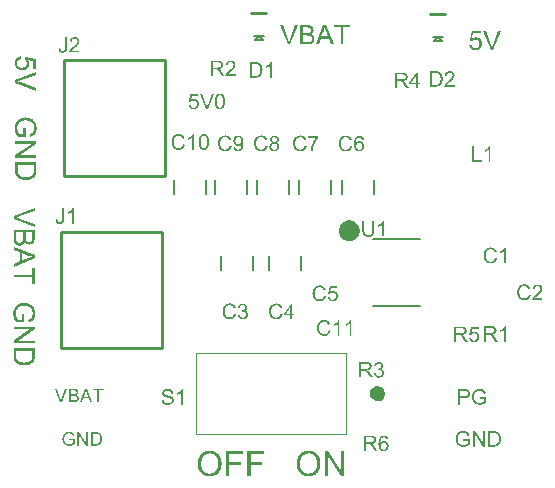
<source format=gto>
G04*
G04 #@! TF.GenerationSoftware,Altium Limited,Altium Designer,21.0.8 (223)*
G04*
G04 Layer_Color=65535*
%FSLAX25Y25*%
%MOIN*%
G70*
G04*
G04 #@! TF.SameCoordinates,41B75142-9F01-4ECD-9844-6F65DEB25311*
G04*
G04*
G04 #@! TF.FilePolarity,Positive*
G04*
G01*
G75*
%ADD10C,0.03500*%
%ADD11C,0.02756*%
%ADD12C,0.00500*%
%ADD13C,0.00600*%
%ADD14C,0.01000*%
%ADD15C,0.00787*%
%ADD16C,0.00394*%
G36*
X94268Y71143D02*
X94320D01*
X94386Y71135D01*
X94465Y71126D01*
X94548Y71113D01*
X94640Y71100D01*
X94741Y71078D01*
X94846Y71051D01*
X94951Y71021D01*
X95060Y70981D01*
X95170Y70938D01*
X95275Y70885D01*
X95380Y70824D01*
X95481Y70754D01*
X95485Y70749D01*
X95503Y70736D01*
X95529Y70714D01*
X95569Y70683D01*
X95608Y70640D01*
X95661Y70591D01*
X95713Y70534D01*
X95770Y70469D01*
X95831Y70394D01*
X95893Y70315D01*
X95954Y70223D01*
X96015Y70127D01*
X96072Y70018D01*
X96125Y69904D01*
X96173Y69785D01*
X96217Y69654D01*
X95551Y69497D01*
Y69501D01*
X95542Y69523D01*
X95534Y69549D01*
X95516Y69588D01*
X95499Y69632D01*
X95477Y69689D01*
X95450Y69746D01*
X95420Y69807D01*
X95345Y69943D01*
X95258Y70079D01*
X95205Y70140D01*
X95152Y70202D01*
X95091Y70259D01*
X95030Y70311D01*
X95025Y70315D01*
X95012Y70324D01*
X94995Y70333D01*
X94968Y70350D01*
X94938Y70372D01*
X94894Y70394D01*
X94850Y70416D01*
X94798Y70442D01*
X94741Y70464D01*
X94675Y70486D01*
X94605Y70508D01*
X94530Y70530D01*
X94447Y70548D01*
X94364Y70556D01*
X94272Y70565D01*
X94180Y70570D01*
X94123D01*
X94084Y70565D01*
X94031Y70561D01*
X93974Y70556D01*
X93909Y70548D01*
X93834Y70534D01*
X93760Y70517D01*
X93681Y70499D01*
X93598Y70478D01*
X93514Y70451D01*
X93431Y70416D01*
X93348Y70377D01*
X93269Y70333D01*
X93190Y70285D01*
X93186Y70280D01*
X93173Y70272D01*
X93151Y70254D01*
X93125Y70232D01*
X93094Y70206D01*
X93059Y70171D01*
X93015Y70127D01*
X92971Y70083D01*
X92927Y70031D01*
X92879Y69974D01*
X92835Y69912D01*
X92787Y69842D01*
X92743Y69772D01*
X92704Y69694D01*
X92669Y69610D01*
X92634Y69523D01*
Y69518D01*
X92625Y69501D01*
X92621Y69475D01*
X92608Y69440D01*
X92599Y69396D01*
X92586Y69343D01*
X92568Y69286D01*
X92555Y69221D01*
X92542Y69150D01*
X92524Y69072D01*
X92511Y68993D01*
X92503Y68910D01*
X92485Y68730D01*
X92476Y68542D01*
Y68533D01*
Y68511D01*
Y68476D01*
X92481Y68432D01*
Y68375D01*
X92485Y68309D01*
X92494Y68235D01*
X92498Y68152D01*
X92511Y68064D01*
X92524Y67972D01*
X92555Y67784D01*
X92603Y67587D01*
X92630Y67490D01*
X92665Y67398D01*
X92669Y67394D01*
X92673Y67377D01*
X92686Y67350D01*
X92700Y67320D01*
X92722Y67280D01*
X92743Y67232D01*
X92774Y67179D01*
X92809Y67127D01*
X92849Y67066D01*
X92892Y67009D01*
X92941Y66947D01*
X92993Y66886D01*
X93050Y66829D01*
X93116Y66772D01*
X93182Y66720D01*
X93256Y66671D01*
X93260Y66667D01*
X93274Y66663D01*
X93295Y66650D01*
X93326Y66632D01*
X93365Y66614D01*
X93409Y66597D01*
X93457Y66575D01*
X93514Y66553D01*
X93580Y66527D01*
X93646Y66505D01*
X93716Y66487D01*
X93795Y66470D01*
X93957Y66439D01*
X94040Y66435D01*
X94128Y66430D01*
X94154D01*
X94184Y66435D01*
X94224D01*
X94272Y66439D01*
X94329Y66448D01*
X94390Y66457D01*
X94460Y66470D01*
X94535Y66487D01*
X94609Y66509D01*
X94688Y66536D01*
X94771Y66571D01*
X94850Y66606D01*
X94933Y66650D01*
X95012Y66702D01*
X95087Y66759D01*
X95091Y66763D01*
X95104Y66777D01*
X95126Y66794D01*
X95152Y66820D01*
X95183Y66855D01*
X95223Y66899D01*
X95262Y66947D01*
X95306Y67004D01*
X95350Y67070D01*
X95393Y67140D01*
X95437Y67219D01*
X95481Y67306D01*
X95525Y67403D01*
X95564Y67503D01*
X95595Y67613D01*
X95626Y67731D01*
X96304Y67560D01*
Y67556D01*
X96300Y67552D01*
Y67539D01*
X96296Y67526D01*
X96283Y67482D01*
X96261Y67425D01*
X96239Y67355D01*
X96208Y67276D01*
X96169Y67184D01*
X96129Y67092D01*
X96077Y66991D01*
X96024Y66886D01*
X95958Y66781D01*
X95888Y66676D01*
X95810Y66571D01*
X95726Y66470D01*
X95634Y66378D01*
X95534Y66290D01*
X95529Y66286D01*
X95507Y66273D01*
X95477Y66251D01*
X95437Y66220D01*
X95380Y66189D01*
X95319Y66150D01*
X95244Y66111D01*
X95157Y66071D01*
X95065Y66032D01*
X94960Y65992D01*
X94850Y65953D01*
X94732Y65922D01*
X94605Y65892D01*
X94474Y65870D01*
X94329Y65857D01*
X94184Y65852D01*
X94150D01*
X94106Y65857D01*
X94049D01*
X93979Y65861D01*
X93895Y65870D01*
X93803Y65879D01*
X93707Y65896D01*
X93602Y65914D01*
X93492Y65935D01*
X93379Y65962D01*
X93265Y65992D01*
X93155Y66032D01*
X93041Y66076D01*
X92936Y66128D01*
X92835Y66185D01*
X92831Y66189D01*
X92813Y66203D01*
X92787Y66220D01*
X92752Y66246D01*
X92708Y66281D01*
X92656Y66325D01*
X92603Y66378D01*
X92542Y66435D01*
X92481Y66501D01*
X92415Y66571D01*
X92349Y66654D01*
X92284Y66741D01*
X92222Y66833D01*
X92161Y66939D01*
X92100Y67044D01*
X92047Y67162D01*
X92043Y67171D01*
X92034Y67193D01*
X92021Y67228D01*
X92008Y67271D01*
X91986Y67333D01*
X91964Y67403D01*
X91938Y67482D01*
X91916Y67574D01*
X91889Y67674D01*
X91863Y67779D01*
X91841Y67893D01*
X91824Y68012D01*
X91806Y68139D01*
X91793Y68266D01*
X91784Y68401D01*
X91780Y68537D01*
Y68542D01*
Y68546D01*
Y68572D01*
Y68616D01*
X91784Y68673D01*
X91789Y68739D01*
X91797Y68822D01*
X91806Y68910D01*
X91819Y69010D01*
X91832Y69115D01*
X91854Y69229D01*
X91876Y69343D01*
X91907Y69461D01*
X91942Y69580D01*
X91981Y69698D01*
X92030Y69816D01*
X92082Y69930D01*
X92086Y69939D01*
X92095Y69956D01*
X92113Y69987D01*
X92139Y70026D01*
X92170Y70079D01*
X92209Y70136D01*
X92253Y70197D01*
X92305Y70267D01*
X92362Y70337D01*
X92428Y70412D01*
X92498Y70491D01*
X92577Y70565D01*
X92660Y70640D01*
X92752Y70710D01*
X92849Y70775D01*
X92949Y70837D01*
X92958Y70841D01*
X92976Y70850D01*
X93006Y70867D01*
X93050Y70885D01*
X93103Y70907D01*
X93164Y70933D01*
X93234Y70964D01*
X93317Y70994D01*
X93405Y71021D01*
X93501Y71051D01*
X93602Y71078D01*
X93712Y71100D01*
X93825Y71117D01*
X93944Y71135D01*
X94066Y71143D01*
X94193Y71148D01*
X94228D01*
X94268Y71143D01*
D02*
G37*
G36*
X99528Y67744D02*
X100220D01*
Y67166D01*
X99528D01*
Y65940D01*
X98897D01*
Y67166D01*
X96681D01*
Y67744D01*
X99016Y71060D01*
X99528D01*
Y67744D01*
D02*
G37*
G36*
X152069Y148567D02*
X152121D01*
X152183Y148558D01*
X152253Y148549D01*
X152336Y148536D01*
X152419Y148519D01*
X152511Y148497D01*
X152608Y148470D01*
X152704Y148435D01*
X152800Y148396D01*
X152897Y148352D01*
X152989Y148295D01*
X153081Y148234D01*
X153164Y148159D01*
X153168Y148155D01*
X153181Y148142D01*
X153203Y148120D01*
X153234Y148085D01*
X153265Y148046D01*
X153300Y147997D01*
X153339Y147945D01*
X153383Y147879D01*
X153422Y147809D01*
X153462Y147734D01*
X153497Y147651D01*
X153532Y147559D01*
X153558Y147467D01*
X153580Y147367D01*
X153593Y147257D01*
X153597Y147148D01*
Y147143D01*
Y147134D01*
Y147117D01*
Y147095D01*
X153593Y147069D01*
Y147034D01*
X153589Y146999D01*
X153580Y146959D01*
X153567Y146867D01*
X153545Y146762D01*
X153514Y146653D01*
X153471Y146543D01*
Y146539D01*
X153466Y146530D01*
X153457Y146512D01*
X153444Y146491D01*
X153431Y146464D01*
X153413Y146434D01*
X153396Y146394D01*
X153370Y146355D01*
X153313Y146258D01*
X153238Y146153D01*
X153151Y146039D01*
X153050Y145917D01*
X153046Y145912D01*
X153037Y145904D01*
X153019Y145882D01*
X152993Y145855D01*
X152962Y145825D01*
X152923Y145781D01*
X152875Y145737D01*
X152822Y145680D01*
X152757Y145619D01*
X152686Y145553D01*
X152608Y145479D01*
X152520Y145396D01*
X152428Y145312D01*
X152323Y145216D01*
X152209Y145120D01*
X152086Y145015D01*
X152082Y145010D01*
X152060Y144993D01*
X152034Y144971D01*
X151994Y144940D01*
X151951Y144901D01*
X151898Y144857D01*
X151841Y144809D01*
X151784Y144756D01*
X151662Y144651D01*
X151543Y144542D01*
X151486Y144493D01*
X151438Y144449D01*
X151394Y144406D01*
X151359Y144371D01*
X151350Y144362D01*
X151333Y144340D01*
X151302Y144309D01*
X151267Y144265D01*
X151224Y144217D01*
X151180Y144160D01*
X151136Y144099D01*
X151092Y144033D01*
X153606D01*
Y143429D01*
X150221D01*
Y143433D01*
Y143438D01*
Y143451D01*
Y143468D01*
Y143512D01*
X150225Y143569D01*
X150234Y143635D01*
X150247Y143705D01*
X150264Y143784D01*
X150291Y143863D01*
Y143867D01*
X150295Y143880D01*
X150304Y143898D01*
X150317Y143924D01*
X150330Y143955D01*
X150347Y143990D01*
X150369Y144033D01*
X150391Y144077D01*
X150448Y144182D01*
X150523Y144296D01*
X150606Y144419D01*
X150707Y144542D01*
X150711Y144546D01*
X150720Y144559D01*
X150737Y144577D01*
X150759Y144603D01*
X150790Y144633D01*
X150825Y144673D01*
X150869Y144717D01*
X150917Y144765D01*
X150970Y144822D01*
X151031Y144879D01*
X151101Y144944D01*
X151175Y145010D01*
X151254Y145085D01*
X151342Y145159D01*
X151434Y145238D01*
X151530Y145317D01*
X151534D01*
X151539Y145326D01*
X151565Y145347D01*
X151609Y145382D01*
X151666Y145431D01*
X151732Y145487D01*
X151810Y145558D01*
X151894Y145632D01*
X151981Y145711D01*
X152078Y145794D01*
X152170Y145886D01*
X152266Y145974D01*
X152358Y146066D01*
X152441Y146153D01*
X152524Y146241D01*
X152594Y146324D01*
X152656Y146403D01*
X152660Y146407D01*
X152669Y146421D01*
X152682Y146442D01*
X152704Y146473D01*
X152726Y146508D01*
X152748Y146547D01*
X152774Y146596D01*
X152805Y146648D01*
X152857Y146766D01*
X152905Y146894D01*
X152923Y146959D01*
X152936Y147025D01*
X152945Y147095D01*
X152949Y147161D01*
Y147165D01*
Y147178D01*
Y147196D01*
X152945Y147222D01*
X152940Y147257D01*
X152936Y147292D01*
X152927Y147336D01*
X152914Y147380D01*
X152884Y147480D01*
X152862Y147529D01*
X152835Y147586D01*
X152805Y147638D01*
X152770Y147691D01*
X152730Y147743D01*
X152682Y147791D01*
X152678Y147796D01*
X152669Y147805D01*
X152656Y147813D01*
X152634Y147831D01*
X152608Y147853D01*
X152577Y147875D01*
X152538Y147897D01*
X152494Y147923D01*
X152446Y147945D01*
X152393Y147967D01*
X152336Y147988D01*
X152275Y148010D01*
X152209Y148028D01*
X152139Y148037D01*
X152065Y148046D01*
X151986Y148050D01*
X151942D01*
X151911Y148046D01*
X151872Y148041D01*
X151828Y148037D01*
X151780Y148028D01*
X151723Y148015D01*
X151609Y147984D01*
X151548Y147962D01*
X151486Y147932D01*
X151425Y147901D01*
X151368Y147866D01*
X151311Y147822D01*
X151259Y147774D01*
X151254Y147769D01*
X151245Y147761D01*
X151232Y147748D01*
X151215Y147726D01*
X151197Y147695D01*
X151171Y147664D01*
X151149Y147625D01*
X151123Y147577D01*
X151096Y147529D01*
X151075Y147472D01*
X151048Y147410D01*
X151031Y147345D01*
X151013Y147270D01*
X151000Y147196D01*
X150991Y147113D01*
X150987Y147025D01*
X150339Y147091D01*
Y147099D01*
X150343Y147121D01*
X150347Y147161D01*
X150356Y147209D01*
X150369Y147270D01*
X150383Y147340D01*
X150400Y147415D01*
X150426Y147498D01*
X150453Y147586D01*
X150488Y147678D01*
X150527Y147769D01*
X150575Y147862D01*
X150628Y147949D01*
X150689Y148037D01*
X150759Y148116D01*
X150834Y148190D01*
X150838Y148194D01*
X150856Y148207D01*
X150877Y148225D01*
X150913Y148251D01*
X150956Y148278D01*
X151009Y148313D01*
X151070Y148343D01*
X151140Y148383D01*
X151219Y148418D01*
X151307Y148453D01*
X151403Y148484D01*
X151508Y148510D01*
X151618Y148536D01*
X151740Y148554D01*
X151867Y148567D01*
X151999Y148571D01*
X152029D01*
X152069Y148567D01*
D02*
G37*
G36*
X147360Y148545D02*
X147422D01*
X147492Y148540D01*
X147641Y148532D01*
X147790Y148519D01*
X147934Y148501D01*
X148004Y148488D01*
X148066Y148475D01*
X148070D01*
X148083Y148470D01*
X148109Y148466D01*
X148140Y148453D01*
X148175Y148444D01*
X148219Y148431D01*
X148271Y148413D01*
X148324Y148391D01*
X148442Y148339D01*
X148565Y148278D01*
X148692Y148199D01*
X148814Y148107D01*
X148819Y148102D01*
X148832Y148089D01*
X148854Y148072D01*
X148880Y148046D01*
X148915Y148010D01*
X148955Y147971D01*
X148998Y147923D01*
X149042Y147870D01*
X149091Y147809D01*
X149143Y147743D01*
X149191Y147669D01*
X149244Y147594D01*
X149292Y147511D01*
X149340Y147424D01*
X149384Y147327D01*
X149423Y147231D01*
X149428Y147226D01*
X149432Y147209D01*
X149441Y147178D01*
X149454Y147139D01*
X149471Y147086D01*
X149489Y147025D01*
X149507Y146959D01*
X149524Y146880D01*
X149542Y146793D01*
X149559Y146701D01*
X149577Y146600D01*
X149594Y146495D01*
X149607Y146381D01*
X149616Y146263D01*
X149625Y146140D01*
Y146013D01*
Y146009D01*
Y145987D01*
Y145956D01*
Y145917D01*
X149620Y145864D01*
X149616Y145807D01*
X149612Y145737D01*
X149607Y145667D01*
X149599Y145588D01*
X149590Y145505D01*
X149568Y145330D01*
X149533Y145155D01*
X149485Y144980D01*
Y144975D01*
X149480Y144958D01*
X149471Y144936D01*
X149458Y144905D01*
X149445Y144866D01*
X149432Y144822D01*
X149410Y144774D01*
X149388Y144717D01*
X149340Y144598D01*
X149279Y144476D01*
X149213Y144353D01*
X149134Y144235D01*
X149130Y144230D01*
X149126Y144222D01*
X149112Y144209D01*
X149099Y144187D01*
X149077Y144160D01*
X149055Y144134D01*
X148998Y144068D01*
X148928Y143994D01*
X148850Y143915D01*
X148762Y143841D01*
X148670Y143771D01*
X148666D01*
X148657Y143762D01*
X148644Y143753D01*
X148626Y143744D01*
X148600Y143727D01*
X148574Y143714D01*
X148539Y143692D01*
X148499Y143674D01*
X148412Y143630D01*
X148306Y143591D01*
X148193Y143547D01*
X148061Y143512D01*
X148057D01*
X148044Y143508D01*
X148026Y143503D01*
X148000Y143499D01*
X147965Y143495D01*
X147921Y143486D01*
X147877Y143477D01*
X147825Y143473D01*
X147768Y143464D01*
X147702Y143455D01*
X147636Y143447D01*
X147562Y143442D01*
X147408Y143433D01*
X147238Y143429D01*
X145394D01*
Y148549D01*
X147303D01*
X147360Y148545D01*
D02*
G37*
G36*
X141425Y144745D02*
X142117D01*
Y144166D01*
X141425D01*
Y142940D01*
X140794D01*
Y144166D01*
X138578D01*
Y144745D01*
X140913Y148060D01*
X141425D01*
Y144745D01*
D02*
G37*
G36*
X136322Y148056D02*
X136388Y148051D01*
X136463Y148047D01*
X136541Y148043D01*
X136708Y148025D01*
X136883Y148003D01*
X136966Y147986D01*
X137049Y147968D01*
X137124Y147946D01*
X137194Y147920D01*
X137198D01*
X137212Y147916D01*
X137229Y147907D01*
X137251Y147894D01*
X137282Y147876D01*
X137317Y147859D01*
X137400Y147810D01*
X137487Y147740D01*
X137536Y147701D01*
X137584Y147657D01*
X137632Y147609D01*
X137676Y147556D01*
X137720Y147495D01*
X137764Y147434D01*
X137768Y147429D01*
X137772Y147416D01*
X137785Y147399D01*
X137799Y147372D01*
X137812Y147342D01*
X137834Y147302D01*
X137851Y147254D01*
X137873Y147206D01*
X137891Y147149D01*
X137912Y147092D01*
X137943Y146961D01*
X137969Y146816D01*
X137974Y146742D01*
X137978Y146663D01*
Y146659D01*
Y146637D01*
X137974Y146610D01*
Y146571D01*
X137969Y146523D01*
X137961Y146470D01*
X137947Y146409D01*
X137934Y146343D01*
X137917Y146273D01*
X137891Y146199D01*
X137864Y146120D01*
X137829Y146045D01*
X137790Y145966D01*
X137742Y145888D01*
X137685Y145813D01*
X137623Y145743D01*
X137619Y145739D01*
X137606Y145726D01*
X137584Y145708D01*
X137558Y145682D01*
X137518Y145656D01*
X137474Y145621D01*
X137417Y145585D01*
X137356Y145546D01*
X137282Y145507D01*
X137203Y145463D01*
X137111Y145423D01*
X137014Y145388D01*
X136905Y145353D01*
X136791Y145318D01*
X136669Y145292D01*
X136533Y145270D01*
X136537D01*
X136546Y145266D01*
X136559Y145257D01*
X136576Y145248D01*
X136625Y145222D01*
X136686Y145187D01*
X136752Y145147D01*
X136817Y145104D01*
X136883Y145060D01*
X136940Y145012D01*
X136944Y145007D01*
X136953Y144999D01*
X136971Y144985D01*
X136993Y144963D01*
X137019Y144937D01*
X137049Y144906D01*
X137085Y144867D01*
X137124Y144823D01*
X137163Y144780D01*
X137207Y144727D01*
X137304Y144609D01*
X137404Y144477D01*
X137505Y144333D01*
X138390Y142940D01*
X137545D01*
X136866Y144004D01*
X136861Y144009D01*
X136852Y144026D01*
X136835Y144048D01*
X136817Y144079D01*
X136791Y144118D01*
X136760Y144162D01*
X136730Y144210D01*
X136695Y144267D01*
X136616Y144377D01*
X136533Y144495D01*
X136450Y144609D01*
X136414Y144661D01*
X136375Y144709D01*
Y144714D01*
X136366Y144718D01*
X136357Y144731D01*
X136344Y144749D01*
X136305Y144793D01*
X136261Y144845D01*
X136204Y144902D01*
X136147Y144959D01*
X136086Y145007D01*
X136029Y145051D01*
X136025Y145055D01*
X136003Y145069D01*
X135972Y145082D01*
X135937Y145104D01*
X135889Y145125D01*
X135836Y145147D01*
X135779Y145169D01*
X135722Y145187D01*
X135718D01*
X135701Y145191D01*
X135674Y145196D01*
X135635Y145200D01*
X135582Y145204D01*
X135517Y145209D01*
X135438Y145213D01*
X134562D01*
Y142940D01*
X133883D01*
Y148060D01*
X136266D01*
X136322Y148056D01*
D02*
G37*
G36*
X116872Y13642D02*
X115740D01*
X111368Y20171D01*
Y13642D01*
X110314D01*
Y21966D01*
X111439D01*
X115818Y15422D01*
Y21966D01*
X116872D01*
Y13642D01*
D02*
G37*
G36*
X90157Y20983D02*
X85643D01*
Y18406D01*
X89552D01*
Y17423D01*
X85643D01*
Y13642D01*
X84540D01*
Y21966D01*
X90157D01*
Y20983D01*
D02*
G37*
G36*
X83052D02*
X78538D01*
Y18406D01*
X82446D01*
Y17423D01*
X78538D01*
Y13642D01*
X77434D01*
Y21966D01*
X83052D01*
Y20983D01*
D02*
G37*
G36*
X105124Y22101D02*
X105230Y22094D01*
X105344Y22080D01*
X105480Y22058D01*
X105622Y22037D01*
X105779Y22008D01*
X105950Y21973D01*
X106121Y21930D01*
X106298Y21873D01*
X106476Y21809D01*
X106655Y21738D01*
X106833Y21652D01*
X107010Y21553D01*
X107025Y21546D01*
X107053Y21524D01*
X107096Y21496D01*
X107160Y21453D01*
X107238Y21396D01*
X107331Y21325D01*
X107431Y21247D01*
X107537Y21154D01*
X107644Y21054D01*
X107765Y20933D01*
X107879Y20812D01*
X107993Y20670D01*
X108114Y20527D01*
X108221Y20364D01*
X108328Y20193D01*
X108420Y20015D01*
X108427Y20001D01*
X108442Y19972D01*
X108463Y19915D01*
X108499Y19844D01*
X108534Y19751D01*
X108577Y19637D01*
X108620Y19509D01*
X108669Y19367D01*
X108712Y19210D01*
X108755Y19039D01*
X108798Y18854D01*
X108833Y18662D01*
X108869Y18455D01*
X108890Y18242D01*
X108904Y18014D01*
X108912Y17786D01*
Y17772D01*
Y17729D01*
Y17665D01*
X108904Y17573D01*
X108897Y17459D01*
X108883Y17331D01*
X108869Y17188D01*
X108847Y17031D01*
X108819Y16861D01*
X108783Y16676D01*
X108748Y16490D01*
X108698Y16298D01*
X108634Y16099D01*
X108570Y15907D01*
X108491Y15714D01*
X108399Y15522D01*
X108392Y15508D01*
X108378Y15479D01*
X108349Y15429D01*
X108306Y15358D01*
X108249Y15273D01*
X108185Y15180D01*
X108114Y15074D01*
X108029Y14960D01*
X107929Y14839D01*
X107822Y14717D01*
X107701Y14589D01*
X107573Y14468D01*
X107431Y14340D01*
X107281Y14226D01*
X107117Y14112D01*
X106946Y14013D01*
X106939Y14006D01*
X106904Y13991D01*
X106854Y13963D01*
X106783Y13934D01*
X106697Y13892D01*
X106597Y13849D01*
X106476Y13806D01*
X106348Y13756D01*
X106199Y13706D01*
X106042Y13664D01*
X105878Y13621D01*
X105700Y13578D01*
X105522Y13550D01*
X105330Y13521D01*
X105131Y13507D01*
X104931Y13500D01*
X104882D01*
X104817Y13507D01*
X104732D01*
X104632Y13514D01*
X104511Y13529D01*
X104376Y13550D01*
X104227Y13571D01*
X104063Y13600D01*
X103899Y13635D01*
X103721Y13685D01*
X103543Y13735D01*
X103365Y13799D01*
X103180Y13877D01*
X103002Y13963D01*
X102824Y14062D01*
X102817Y14070D01*
X102781Y14091D01*
X102738Y14119D01*
X102674Y14169D01*
X102596Y14226D01*
X102504Y14298D01*
X102411Y14376D01*
X102304Y14468D01*
X102190Y14575D01*
X102076Y14689D01*
X101955Y14817D01*
X101841Y14960D01*
X101727Y15109D01*
X101621Y15266D01*
X101514Y15437D01*
X101421Y15615D01*
X101414Y15629D01*
X101400Y15657D01*
X101379Y15714D01*
X101350Y15786D01*
X101314Y15878D01*
X101272Y15985D01*
X101229Y16106D01*
X101186Y16241D01*
X101144Y16391D01*
X101101Y16555D01*
X101058Y16725D01*
X101023Y16903D01*
X100994Y17088D01*
X100973Y17288D01*
X100959Y17487D01*
X100951Y17687D01*
Y17694D01*
Y17708D01*
Y17736D01*
Y17779D01*
X100959Y17829D01*
Y17886D01*
X100966Y17950D01*
Y18028D01*
X100980Y18114D01*
X100987Y18206D01*
X101008Y18406D01*
X101044Y18626D01*
X101094Y18868D01*
X101151Y19125D01*
X101222Y19388D01*
X101314Y19659D01*
X101421Y19929D01*
X101549Y20200D01*
X101699Y20456D01*
X101870Y20705D01*
X102062Y20933D01*
X102076Y20947D01*
X102112Y20983D01*
X102176Y21040D01*
X102261Y21118D01*
X102375Y21204D01*
X102504Y21304D01*
X102660Y21410D01*
X102838Y21524D01*
X103038Y21631D01*
X103251Y21738D01*
X103486Y21837D01*
X103742Y21923D01*
X104013Y22001D01*
X104305Y22058D01*
X104611Y22094D01*
X104931Y22108D01*
X105045D01*
X105124Y22101D01*
D02*
G37*
G36*
X72172Y22101D02*
X72279Y22094D01*
X72393Y22080D01*
X72528Y22058D01*
X72671Y22037D01*
X72827Y22008D01*
X72998Y21973D01*
X73169Y21930D01*
X73347Y21873D01*
X73525Y21809D01*
X73703Y21738D01*
X73881Y21652D01*
X74059Y21553D01*
X74073Y21546D01*
X74102Y21524D01*
X74145Y21496D01*
X74209Y21453D01*
X74287Y21396D01*
X74379Y21325D01*
X74479Y21247D01*
X74586Y21154D01*
X74693Y21054D01*
X74814Y20933D01*
X74928Y20812D01*
X75042Y20670D01*
X75163Y20527D01*
X75270Y20364D01*
X75376Y20193D01*
X75469Y20015D01*
X75476Y20001D01*
X75490Y19972D01*
X75512Y19915D01*
X75547Y19844D01*
X75583Y19751D01*
X75625Y19637D01*
X75668Y19509D01*
X75718Y19367D01*
X75761Y19210D01*
X75804Y19039D01*
X75846Y18854D01*
X75882Y18662D01*
X75917Y18455D01*
X75939Y18242D01*
X75953Y18014D01*
X75960Y17786D01*
Y17772D01*
Y17729D01*
Y17665D01*
X75953Y17573D01*
X75946Y17459D01*
X75932Y17331D01*
X75917Y17188D01*
X75896Y17031D01*
X75868Y16861D01*
X75832Y16676D01*
X75796Y16490D01*
X75747Y16298D01*
X75682Y16099D01*
X75618Y15907D01*
X75540Y15714D01*
X75447Y15522D01*
X75440Y15508D01*
X75426Y15479D01*
X75398Y15429D01*
X75355Y15358D01*
X75298Y15273D01*
X75234Y15180D01*
X75163Y15074D01*
X75077Y14960D01*
X74978Y14839D01*
X74871Y14717D01*
X74750Y14589D01*
X74622Y14468D01*
X74479Y14340D01*
X74330Y14226D01*
X74166Y14112D01*
X73995Y14013D01*
X73988Y14006D01*
X73952Y13991D01*
X73902Y13963D01*
X73831Y13934D01*
X73746Y13892D01*
X73646Y13849D01*
X73525Y13806D01*
X73397Y13756D01*
X73247Y13706D01*
X73091Y13664D01*
X72927Y13621D01*
X72749Y13578D01*
X72571Y13550D01*
X72379Y13521D01*
X72179Y13507D01*
X71980Y13500D01*
X71930D01*
X71866Y13507D01*
X71781D01*
X71681Y13514D01*
X71560Y13529D01*
X71425Y13550D01*
X71275Y13571D01*
X71111Y13600D01*
X70948Y13635D01*
X70770Y13685D01*
X70592Y13735D01*
X70414Y13799D01*
X70229Y13877D01*
X70051Y13963D01*
X69873Y14062D01*
X69865Y14070D01*
X69830Y14091D01*
X69787Y14119D01*
X69723Y14169D01*
X69645Y14226D01*
X69552Y14297D01*
X69460Y14376D01*
X69353Y14468D01*
X69239Y14575D01*
X69125Y14689D01*
X69004Y14817D01*
X68890Y14960D01*
X68776Y15109D01*
X68669Y15266D01*
X68563Y15437D01*
X68470Y15615D01*
X68463Y15629D01*
X68449Y15657D01*
X68427Y15714D01*
X68399Y15786D01*
X68363Y15878D01*
X68320Y15985D01*
X68278Y16106D01*
X68235Y16241D01*
X68192Y16391D01*
X68150Y16555D01*
X68107Y16725D01*
X68071Y16903D01*
X68043Y17088D01*
X68021Y17288D01*
X68007Y17487D01*
X68000Y17687D01*
Y17694D01*
Y17708D01*
Y17736D01*
Y17779D01*
X68007Y17829D01*
Y17886D01*
X68014Y17950D01*
Y18028D01*
X68028Y18114D01*
X68036Y18206D01*
X68057Y18406D01*
X68093Y18626D01*
X68142Y18868D01*
X68199Y19125D01*
X68271Y19388D01*
X68363Y19659D01*
X68470Y19929D01*
X68598Y20200D01*
X68748Y20456D01*
X68919Y20705D01*
X69111Y20933D01*
X69125Y20947D01*
X69161Y20983D01*
X69225Y21040D01*
X69310Y21118D01*
X69424Y21204D01*
X69552Y21304D01*
X69709Y21410D01*
X69887Y21524D01*
X70086Y21631D01*
X70300Y21738D01*
X70535Y21837D01*
X70791Y21923D01*
X71062Y22001D01*
X71354Y22058D01*
X71660Y22094D01*
X71980Y22108D01*
X72094D01*
X72172Y22101D01*
D02*
G37*
G36*
X98854Y157500D02*
X97977D01*
X95500Y163906D01*
X96421D01*
X98087Y159248D01*
Y159243D01*
X98097Y159221D01*
X98109Y159193D01*
X98119Y159155D01*
X98136Y159106D01*
X98158Y159045D01*
X98180Y158980D01*
X98202Y158908D01*
X98229Y158832D01*
X98256Y158749D01*
X98311Y158569D01*
X98366Y158388D01*
X98421Y158201D01*
Y158207D01*
X98426Y158223D01*
X98437Y158256D01*
X98448Y158295D01*
X98459Y158338D01*
X98476Y158393D01*
X98498Y158459D01*
X98519Y158530D01*
X98541Y158607D01*
X98569Y158689D01*
X98629Y158864D01*
X98695Y159056D01*
X98766Y159248D01*
X100498Y163906D01*
X101358D01*
X98854Y157500D01*
D02*
G37*
G36*
X118658Y163150D02*
X116538D01*
Y157500D01*
X115688D01*
Y163150D01*
X113578D01*
Y163906D01*
X118658D01*
Y163150D01*
D02*
G37*
G36*
X113387Y157500D02*
X112422D01*
X111677Y159440D01*
X108986D01*
X108290Y157500D01*
X107392D01*
X109847Y163906D01*
X110767D01*
X113387Y157500D01*
D02*
G37*
G36*
X104608Y163901D02*
X104674D01*
X104745Y163895D01*
X104822Y163890D01*
X104909Y163884D01*
X105096Y163857D01*
X105293Y163824D01*
X105490Y163775D01*
X105578Y163742D01*
X105665Y163709D01*
X105671D01*
X105687Y163698D01*
X105709Y163687D01*
X105737Y163671D01*
X105775Y163654D01*
X105819Y163627D01*
X105918Y163561D01*
X106033Y163479D01*
X106148Y163375D01*
X106257Y163254D01*
X106361Y163111D01*
X106367Y163106D01*
X106372Y163095D01*
X106383Y163073D01*
X106400Y163040D01*
X106422Y163002D01*
X106444Y162958D01*
X106465Y162909D01*
X106487Y162854D01*
X106531Y162728D01*
X106575Y162580D01*
X106603Y162426D01*
X106613Y162344D01*
Y162262D01*
Y162257D01*
Y162246D01*
Y162224D01*
X106608Y162191D01*
Y162158D01*
X106603Y162114D01*
X106597Y162065D01*
X106586Y162015D01*
X106559Y161895D01*
X106520Y161763D01*
X106465Y161626D01*
X106389Y161489D01*
Y161484D01*
X106378Y161473D01*
X106367Y161457D01*
X106345Y161429D01*
X106323Y161402D01*
X106296Y161363D01*
X106219Y161281D01*
X106126Y161188D01*
X106011Y161089D01*
X105874Y160996D01*
X105715Y160909D01*
X105720D01*
X105742Y160903D01*
X105770Y160892D01*
X105808Y160876D01*
X105857Y160854D01*
X105918Y160832D01*
X105978Y160804D01*
X106044Y160772D01*
X106186Y160689D01*
X106339Y160585D01*
X106482Y160465D01*
X106548Y160399D01*
X106608Y160322D01*
X106613Y160317D01*
X106624Y160306D01*
X106635Y160278D01*
X106657Y160251D01*
X106679Y160213D01*
X106707Y160163D01*
X106739Y160108D01*
X106767Y160048D01*
X106794Y159977D01*
X106827Y159906D01*
X106855Y159824D01*
X106877Y159741D01*
X106898Y159648D01*
X106915Y159555D01*
X106920Y159456D01*
X106926Y159352D01*
Y159347D01*
Y159330D01*
Y159308D01*
X106920Y159275D01*
Y159237D01*
X106915Y159188D01*
X106909Y159139D01*
X106904Y159078D01*
X106877Y158952D01*
X106844Y158810D01*
X106800Y158662D01*
X106734Y158514D01*
Y158508D01*
X106723Y158497D01*
X106712Y158475D01*
X106701Y158454D01*
X106679Y158421D01*
X106657Y158382D01*
X106603Y158295D01*
X106537Y158201D01*
X106455Y158103D01*
X106361Y158010D01*
X106263Y157922D01*
X106257D01*
X106252Y157911D01*
X106235Y157900D01*
X106213Y157889D01*
X106186Y157873D01*
X106153Y157851D01*
X106071Y157807D01*
X105967Y157752D01*
X105852Y157703D01*
X105715Y157648D01*
X105561Y157604D01*
X105556D01*
X105545Y157599D01*
X105517Y157593D01*
X105485Y157588D01*
X105446Y157582D01*
X105397Y157571D01*
X105337Y157560D01*
X105276Y157555D01*
X105205Y157544D01*
X105123Y157533D01*
X105041Y157522D01*
X104947Y157516D01*
X104854Y157511D01*
X104750Y157506D01*
X104531Y157500D01*
X102092D01*
Y163906D01*
X104558D01*
X104608Y163901D01*
D02*
G37*
G36*
X166490Y155610D02*
X165613D01*
X163136Y162016D01*
X164057D01*
X165723Y157358D01*
Y157352D01*
X165734Y157330D01*
X165745Y157303D01*
X165755Y157265D01*
X165772Y157215D01*
X165794Y157155D01*
X165816Y157089D01*
X165838Y157018D01*
X165865Y156941D01*
X165893Y156859D01*
X165947Y156678D01*
X166002Y156497D01*
X166057Y156311D01*
Y156316D01*
X166062Y156333D01*
X166073Y156366D01*
X166084Y156404D01*
X166095Y156448D01*
X166112Y156503D01*
X166134Y156569D01*
X166156Y156640D01*
X166177Y156717D01*
X166205Y156799D01*
X166265Y156974D01*
X166331Y157166D01*
X166402Y157358D01*
X168134Y162016D01*
X168994D01*
X166490Y155610D01*
D02*
G37*
G36*
X162446Y161183D02*
X159886D01*
X159541Y159457D01*
X159547Y159462D01*
X159569Y159473D01*
X159601Y159495D01*
X159640Y159522D01*
X159695Y159550D01*
X159760Y159583D01*
X159832Y159621D01*
X159908Y159659D01*
X159996Y159698D01*
X160095Y159736D01*
X160193Y159769D01*
X160297Y159796D01*
X160407Y159824D01*
X160522Y159846D01*
X160637Y159857D01*
X160752Y159862D01*
X160791D01*
X160835Y159857D01*
X160895Y159851D01*
X160966Y159846D01*
X161048Y159829D01*
X161141Y159813D01*
X161246Y159791D01*
X161350Y159758D01*
X161465Y159720D01*
X161585Y159670D01*
X161700Y159616D01*
X161821Y159550D01*
X161941Y159467D01*
X162057Y159380D01*
X162166Y159276D01*
X162172Y159270D01*
X162194Y159248D01*
X162221Y159215D01*
X162259Y159172D01*
X162303Y159111D01*
X162352Y159046D01*
X162402Y158963D01*
X162457Y158870D01*
X162511Y158766D01*
X162561Y158657D01*
X162610Y158530D01*
X162654Y158399D01*
X162692Y158256D01*
X162720Y158108D01*
X162741Y157950D01*
X162747Y157780D01*
Y157769D01*
Y157741D01*
X162741Y157697D01*
Y157632D01*
X162731Y157561D01*
X162720Y157473D01*
X162703Y157374D01*
X162681Y157265D01*
X162654Y157150D01*
X162621Y157029D01*
X162583Y156908D01*
X162533Y156777D01*
X162473Y156651D01*
X162407Y156525D01*
X162325Y156399D01*
X162237Y156278D01*
X162232Y156267D01*
X162210Y156245D01*
X162172Y156207D01*
X162122Y156158D01*
X162062Y156097D01*
X161985Y156032D01*
X161898Y155960D01*
X161799Y155889D01*
X161684Y155818D01*
X161558Y155747D01*
X161421Y155681D01*
X161267Y155621D01*
X161109Y155571D01*
X160933Y155533D01*
X160752Y155511D01*
X160555Y155500D01*
X160517D01*
X160473Y155506D01*
X160413D01*
X160336Y155516D01*
X160248Y155527D01*
X160155Y155538D01*
X160051Y155560D01*
X159941Y155588D01*
X159826Y155621D01*
X159706Y155659D01*
X159585Y155708D01*
X159470Y155763D01*
X159349Y155829D01*
X159240Y155900D01*
X159130Y155988D01*
X159125Y155993D01*
X159108Y156010D01*
X159081Y156037D01*
X159043Y156075D01*
X158999Y156125D01*
X158949Y156185D01*
X158900Y156256D01*
X158845Y156333D01*
X158790Y156421D01*
X158736Y156519D01*
X158681Y156623D01*
X158632Y156744D01*
X158588Y156865D01*
X158549Y156996D01*
X158522Y157139D01*
X158500Y157287D01*
X159327Y157358D01*
Y157352D01*
X159333Y157330D01*
X159338Y157297D01*
X159344Y157259D01*
X159360Y157210D01*
X159371Y157150D01*
X159393Y157084D01*
X159415Y157018D01*
X159470Y156870D01*
X159541Y156717D01*
X159634Y156574D01*
X159689Y156508D01*
X159749Y156448D01*
X159755Y156443D01*
X159766Y156437D01*
X159782Y156421D01*
X159810Y156399D01*
X159843Y156377D01*
X159881Y156355D01*
X159925Y156327D01*
X159974Y156300D01*
X160034Y156267D01*
X160095Y156240D01*
X160232Y156196D01*
X160385Y156158D01*
X160467Y156152D01*
X160555Y156147D01*
X160582D01*
X160610Y156152D01*
X160654D01*
X160703Y156158D01*
X160758Y156169D01*
X160824Y156185D01*
X160889Y156201D01*
X160966Y156223D01*
X161043Y156251D01*
X161125Y156284D01*
X161207Y156327D01*
X161284Y156377D01*
X161366Y156432D01*
X161443Y156497D01*
X161520Y156574D01*
X161525Y156580D01*
X161536Y156596D01*
X161558Y156618D01*
X161580Y156651D01*
X161613Y156695D01*
X161645Y156749D01*
X161678Y156810D01*
X161717Y156876D01*
X161755Y156952D01*
X161788Y157040D01*
X161821Y157133D01*
X161854Y157232D01*
X161876Y157341D01*
X161898Y157456D01*
X161909Y157577D01*
X161914Y157708D01*
Y157714D01*
Y157736D01*
Y157774D01*
X161909Y157818D01*
X161903Y157878D01*
X161892Y157944D01*
X161881Y158015D01*
X161865Y158092D01*
X161848Y158180D01*
X161821Y158262D01*
X161793Y158355D01*
X161755Y158443D01*
X161711Y158530D01*
X161662Y158613D01*
X161602Y158695D01*
X161536Y158772D01*
X161530Y158777D01*
X161520Y158788D01*
X161498Y158810D01*
X161470Y158832D01*
X161432Y158865D01*
X161382Y158898D01*
X161333Y158931D01*
X161273Y158969D01*
X161202Y159007D01*
X161130Y159040D01*
X161048Y159073D01*
X160960Y159106D01*
X160862Y159128D01*
X160763Y159150D01*
X160659Y159161D01*
X160544Y159166D01*
X160478D01*
X160445Y159161D01*
X160407Y159155D01*
X160314Y159144D01*
X160210Y159122D01*
X160089Y159095D01*
X159974Y159051D01*
X159854Y158991D01*
X159848D01*
X159843Y158985D01*
X159826Y158974D01*
X159804Y158958D01*
X159749Y158920D01*
X159684Y158870D01*
X159607Y158804D01*
X159530Y158728D01*
X159453Y158640D01*
X159382Y158541D01*
X158642Y158640D01*
X159262Y161934D01*
X162446D01*
Y161183D01*
D02*
G37*
G36*
X13670Y101987D02*
X8544Y100154D01*
X8538D01*
X8514Y100142D01*
X8484Y100130D01*
X8442Y100118D01*
X8387Y100100D01*
X8321Y100075D01*
X8249Y100051D01*
X8170Y100027D01*
X8086Y99997D01*
X7995Y99967D01*
X7796Y99907D01*
X7598Y99846D01*
X7392Y99786D01*
X7399D01*
X7417Y99780D01*
X7453Y99768D01*
X7495Y99756D01*
X7543Y99744D01*
X7604Y99726D01*
X7676Y99702D01*
X7754Y99677D01*
X7839Y99653D01*
X7929Y99623D01*
X8122Y99557D01*
X8333Y99484D01*
X8544Y99406D01*
X13670Y97501D01*
Y96554D01*
X6621Y99310D01*
Y100274D01*
X13670Y103000D01*
Y101987D01*
D02*
G37*
G36*
Y93032D02*
X13664Y92978D01*
Y92906D01*
X13658Y92827D01*
X13652Y92743D01*
X13646Y92646D01*
X13615Y92441D01*
X13579Y92224D01*
X13525Y92007D01*
X13489Y91911D01*
X13453Y91814D01*
Y91808D01*
X13441Y91790D01*
X13429Y91766D01*
X13410Y91736D01*
X13392Y91694D01*
X13362Y91645D01*
X13290Y91537D01*
X13199Y91410D01*
X13085Y91284D01*
X12952Y91163D01*
X12795Y91049D01*
X12789Y91043D01*
X12777Y91036D01*
X12753Y91024D01*
X12717Y91006D01*
X12675Y90982D01*
X12627Y90958D01*
X12572Y90934D01*
X12512Y90910D01*
X12373Y90862D01*
X12210Y90813D01*
X12042Y90783D01*
X11951Y90771D01*
X11861D01*
X11855D01*
X11843D01*
X11818D01*
X11782Y90777D01*
X11746D01*
X11698Y90783D01*
X11644Y90789D01*
X11589Y90801D01*
X11457Y90832D01*
X11312Y90874D01*
X11161Y90934D01*
X11010Y91018D01*
X11004D01*
X10992Y91030D01*
X10974Y91043D01*
X10944Y91067D01*
X10914Y91091D01*
X10872Y91121D01*
X10781Y91205D01*
X10679Y91308D01*
X10570Y91435D01*
X10468Y91585D01*
X10371Y91760D01*
Y91754D01*
X10365Y91730D01*
X10353Y91700D01*
X10335Y91658D01*
X10311Y91603D01*
X10287Y91537D01*
X10257Y91471D01*
X10221Y91398D01*
X10130Y91242D01*
X10016Y91073D01*
X9883Y90916D01*
X9810Y90843D01*
X9726Y90777D01*
X9720Y90771D01*
X9708Y90759D01*
X9678Y90747D01*
X9648Y90723D01*
X9606Y90699D01*
X9551Y90669D01*
X9491Y90632D01*
X9425Y90602D01*
X9346Y90572D01*
X9268Y90536D01*
X9177Y90506D01*
X9087Y90482D01*
X8984Y90458D01*
X8882Y90439D01*
X8773Y90434D01*
X8659Y90427D01*
X8653D01*
X8635D01*
X8610D01*
X8574Y90434D01*
X8532D01*
X8478Y90439D01*
X8424Y90446D01*
X8357Y90452D01*
X8219Y90482D01*
X8062Y90518D01*
X7899Y90566D01*
X7736Y90639D01*
X7730D01*
X7718Y90651D01*
X7694Y90663D01*
X7670Y90675D01*
X7634Y90699D01*
X7591Y90723D01*
X7495Y90783D01*
X7392Y90856D01*
X7284Y90946D01*
X7181Y91049D01*
X7085Y91157D01*
Y91163D01*
X7073Y91169D01*
X7061Y91187D01*
X7049Y91211D01*
X7031Y91242D01*
X7006Y91278D01*
X6958Y91368D01*
X6898Y91483D01*
X6844Y91609D01*
X6783Y91760D01*
X6735Y91929D01*
Y91935D01*
X6729Y91947D01*
X6723Y91977D01*
X6717Y92013D01*
X6711Y92056D01*
X6699Y92110D01*
X6687Y92176D01*
X6681Y92242D01*
X6669Y92321D01*
X6657Y92411D01*
X6645Y92502D01*
X6639Y92604D01*
X6633Y92707D01*
X6627Y92821D01*
X6621Y93063D01*
Y95746D01*
X13670D01*
Y93032D01*
D02*
G37*
G36*
Y87213D02*
Y86200D01*
X6621Y83318D01*
Y84379D01*
X8755Y85199D01*
Y88160D01*
X6621Y88926D01*
Y89915D01*
X13670Y87213D01*
D02*
G37*
G36*
Y77517D02*
X12837D01*
Y79851D01*
X6621D01*
Y80786D01*
X12837D01*
Y83107D01*
X13670D01*
Y77517D01*
D02*
G37*
G36*
X10281Y71312D02*
X10371Y71306D01*
X10480Y71294D01*
X10600Y71282D01*
X10733Y71264D01*
X10878Y71240D01*
X11028Y71216D01*
X11185Y71180D01*
X11354Y71137D01*
X11523Y71089D01*
X11692Y71029D01*
X11861Y70963D01*
X12030Y70890D01*
X12042Y70884D01*
X12072Y70872D01*
X12114Y70848D01*
X12174Y70812D01*
X12253Y70764D01*
X12337Y70709D01*
X12427Y70649D01*
X12530Y70577D01*
X12639Y70492D01*
X12747Y70402D01*
X12856Y70299D01*
X12964Y70191D01*
X13073Y70070D01*
X13175Y69937D01*
X13272Y69799D01*
X13356Y69654D01*
X13362Y69642D01*
X13374Y69618D01*
X13398Y69570D01*
X13422Y69509D01*
X13459Y69437D01*
X13495Y69340D01*
X13531Y69238D01*
X13573Y69117D01*
X13615Y68985D01*
X13652Y68846D01*
X13688Y68689D01*
X13724Y68527D01*
X13748Y68352D01*
X13772Y68171D01*
X13784Y67984D01*
X13790Y67791D01*
Y67718D01*
X13784Y67664D01*
Y67598D01*
X13778Y67519D01*
X13772Y67429D01*
X13760Y67333D01*
X13748Y67230D01*
X13730Y67121D01*
X13682Y66892D01*
X13621Y66651D01*
X13537Y66416D01*
Y66410D01*
X13525Y66386D01*
X13513Y66356D01*
X13489Y66313D01*
X13465Y66259D01*
X13434Y66199D01*
X13398Y66133D01*
X13356Y66060D01*
X13260Y65903D01*
X13145Y65747D01*
X13006Y65590D01*
X12928Y65512D01*
X12850Y65445D01*
X12844Y65439D01*
X12832Y65427D01*
X12807Y65409D01*
X12771Y65385D01*
X12723Y65355D01*
X12675Y65325D01*
X12608Y65282D01*
X12542Y65246D01*
X12464Y65204D01*
X12373Y65156D01*
X12283Y65114D01*
X12180Y65071D01*
X12066Y65023D01*
X11951Y64981D01*
X11830Y64945D01*
X11698Y64908D01*
X11463Y65753D01*
X11469D01*
X11487Y65759D01*
X11517Y65771D01*
X11553Y65783D01*
X11595Y65795D01*
X11650Y65813D01*
X11770Y65861D01*
X11909Y65916D01*
X12048Y65982D01*
X12186Y66060D01*
X12313Y66145D01*
X12319D01*
X12325Y66157D01*
X12361Y66187D01*
X12421Y66241D01*
X12488Y66320D01*
X12566Y66410D01*
X12651Y66531D01*
X12735Y66663D01*
X12807Y66820D01*
Y66826D01*
X12813Y66838D01*
X12825Y66862D01*
X12837Y66898D01*
X12850Y66941D01*
X12868Y66989D01*
X12886Y67043D01*
X12904Y67103D01*
X12916Y67176D01*
X12934Y67248D01*
X12964Y67417D01*
X12988Y67598D01*
X12994Y67791D01*
Y67899D01*
X12988Y67954D01*
X12982Y68020D01*
X12976Y68092D01*
X12970Y68171D01*
X12946Y68340D01*
X12910Y68527D01*
X12862Y68719D01*
X12795Y68900D01*
Y68906D01*
X12789Y68918D01*
X12777Y68943D01*
X12759Y68979D01*
X12741Y69015D01*
X12717Y69063D01*
X12657Y69166D01*
X12584Y69286D01*
X12500Y69413D01*
X12397Y69539D01*
X12283Y69654D01*
X12277Y69660D01*
X12271Y69666D01*
X12253Y69678D01*
X12229Y69702D01*
X12162Y69751D01*
X12078Y69817D01*
X11975Y69883D01*
X11861Y69962D01*
X11728Y70028D01*
X11589Y70094D01*
X11583D01*
X11559Y70106D01*
X11523Y70118D01*
X11475Y70136D01*
X11414Y70155D01*
X11342Y70179D01*
X11258Y70203D01*
X11167Y70227D01*
X11065Y70251D01*
X10956Y70275D01*
X10836Y70299D01*
X10709Y70317D01*
X10450Y70348D01*
X10311Y70354D01*
X10166Y70360D01*
X10154D01*
X10124D01*
X10076D01*
X10009Y70354D01*
X9931Y70348D01*
X9835Y70341D01*
X9732Y70336D01*
X9618Y70317D01*
X9497Y70305D01*
X9370Y70281D01*
X9105Y70227D01*
X8972Y70191D01*
X8840Y70143D01*
X8713Y70094D01*
X8592Y70040D01*
X8586Y70034D01*
X8562Y70022D01*
X8532Y70004D01*
X8490Y69980D01*
X8436Y69943D01*
X8375Y69901D01*
X8309Y69853D01*
X8237Y69799D01*
X8164Y69739D01*
X8086Y69666D01*
X8008Y69588D01*
X7929Y69503D01*
X7851Y69413D01*
X7778Y69310D01*
X7712Y69208D01*
X7652Y69093D01*
X7646Y69087D01*
X7640Y69063D01*
X7622Y69033D01*
X7604Y68985D01*
X7579Y68931D01*
X7555Y68858D01*
X7525Y68780D01*
X7501Y68695D01*
X7471Y68599D01*
X7441Y68496D01*
X7417Y68388D01*
X7392Y68279D01*
X7356Y68032D01*
X7350Y67905D01*
X7344Y67779D01*
Y67718D01*
X7350Y67676D01*
Y67622D01*
X7356Y67556D01*
X7362Y67483D01*
X7374Y67405D01*
X7386Y67314D01*
X7399Y67224D01*
X7441Y67025D01*
X7495Y66814D01*
X7573Y66597D01*
Y66591D01*
X7585Y66573D01*
X7598Y66543D01*
X7616Y66500D01*
X7634Y66452D01*
X7664Y66398D01*
X7688Y66338D01*
X7724Y66271D01*
X7796Y66127D01*
X7881Y65982D01*
X7971Y65843D01*
X8020Y65777D01*
X8068Y65716D01*
X9382D01*
Y67785D01*
X10215D01*
Y64800D01*
X7598D01*
X7591Y64806D01*
X7573Y64830D01*
X7543Y64866D01*
X7507Y64921D01*
X7465Y64981D01*
X7411Y65053D01*
X7350Y65144D01*
X7290Y65234D01*
X7224Y65337D01*
X7157Y65451D01*
X7085Y65566D01*
X7019Y65692D01*
X6886Y65952D01*
X6826Y66084D01*
X6771Y66223D01*
Y66229D01*
X6759Y66253D01*
X6747Y66295D01*
X6729Y66350D01*
X6711Y66416D01*
X6687Y66494D01*
X6663Y66585D01*
X6639Y66681D01*
X6609Y66790D01*
X6584Y66910D01*
X6560Y67031D01*
X6542Y67164D01*
X6512Y67435D01*
X6506Y67574D01*
X6500Y67718D01*
Y67767D01*
X6506Y67821D01*
Y67893D01*
X6512Y67984D01*
X6524Y68092D01*
X6536Y68213D01*
X6554Y68346D01*
X6578Y68490D01*
X6609Y68641D01*
X6645Y68798D01*
X6687Y68955D01*
X6735Y69124D01*
X6796Y69286D01*
X6862Y69449D01*
X6940Y69612D01*
X6946Y69624D01*
X6958Y69648D01*
X6988Y69690D01*
X7025Y69751D01*
X7067Y69823D01*
X7127Y69901D01*
X7193Y69992D01*
X7266Y70088D01*
X7356Y70191D01*
X7453Y70293D01*
X7555Y70402D01*
X7670Y70504D01*
X7796Y70613D01*
X7929Y70709D01*
X8074Y70806D01*
X8225Y70890D01*
X8237Y70896D01*
X8261Y70908D01*
X8309Y70933D01*
X8375Y70957D01*
X8454Y70987D01*
X8544Y71023D01*
X8653Y71065D01*
X8779Y71101D01*
X8912Y71144D01*
X9057Y71186D01*
X9207Y71222D01*
X9376Y71252D01*
X9545Y71276D01*
X9726Y71300D01*
X9913Y71312D01*
X10106Y71318D01*
X10112D01*
X10118D01*
X10154D01*
X10209D01*
X10281Y71312D01*
D02*
G37*
G36*
X13670Y62484D02*
X8128Y58776D01*
X13670D01*
Y57884D01*
X6621D01*
Y58842D01*
X12150Y62545D01*
X6621D01*
Y63437D01*
X13670D01*
Y62484D01*
D02*
G37*
G36*
Y53687D02*
X13664Y53608D01*
Y53524D01*
X13658Y53427D01*
X13646Y53222D01*
X13627Y53017D01*
X13603Y52818D01*
X13585Y52722D01*
X13567Y52637D01*
Y52631D01*
X13561Y52613D01*
X13555Y52577D01*
X13537Y52535D01*
X13525Y52487D01*
X13507Y52426D01*
X13483Y52354D01*
X13453Y52282D01*
X13380Y52119D01*
X13296Y51950D01*
X13187Y51775D01*
X13061Y51606D01*
X13055Y51600D01*
X13036Y51582D01*
X13012Y51552D01*
X12976Y51516D01*
X12928Y51468D01*
X12874Y51413D01*
X12807Y51353D01*
X12735Y51293D01*
X12651Y51226D01*
X12560Y51154D01*
X12458Y51088D01*
X12355Y51015D01*
X12241Y50949D01*
X12120Y50883D01*
X11987Y50822D01*
X11855Y50768D01*
X11849Y50762D01*
X11824Y50756D01*
X11782Y50744D01*
X11728Y50726D01*
X11656Y50702D01*
X11571Y50678D01*
X11481Y50654D01*
X11372Y50630D01*
X11252Y50605D01*
X11125Y50581D01*
X10986Y50557D01*
X10842Y50533D01*
X10685Y50515D01*
X10522Y50503D01*
X10353Y50491D01*
X10178D01*
X10172D01*
X10142D01*
X10100D01*
X10046D01*
X9973Y50497D01*
X9895Y50503D01*
X9798Y50509D01*
X9702Y50515D01*
X9593Y50527D01*
X9479Y50539D01*
X9238Y50569D01*
X8996Y50617D01*
X8755Y50684D01*
X8749D01*
X8725Y50690D01*
X8695Y50702D01*
X8653Y50720D01*
X8598Y50738D01*
X8538Y50756D01*
X8472Y50786D01*
X8393Y50816D01*
X8231Y50883D01*
X8062Y50967D01*
X7893Y51058D01*
X7730Y51166D01*
X7724Y51172D01*
X7712Y51178D01*
X7694Y51196D01*
X7664Y51214D01*
X7628Y51244D01*
X7591Y51275D01*
X7501Y51353D01*
X7399Y51450D01*
X7290Y51558D01*
X7187Y51679D01*
X7091Y51805D01*
Y51811D01*
X7079Y51823D01*
X7067Y51841D01*
X7055Y51866D01*
X7031Y51902D01*
X7013Y51938D01*
X6982Y51986D01*
X6958Y52040D01*
X6898Y52161D01*
X6844Y52306D01*
X6783Y52463D01*
X6735Y52644D01*
Y52649D01*
X6729Y52668D01*
X6723Y52692D01*
X6717Y52728D01*
X6711Y52776D01*
X6699Y52836D01*
X6687Y52897D01*
X6681Y52969D01*
X6669Y53048D01*
X6657Y53138D01*
X6645Y53228D01*
X6639Y53331D01*
X6627Y53542D01*
X6621Y53777D01*
Y56316D01*
X13670D01*
Y53687D01*
D02*
G37*
G36*
X9044Y152589D02*
X9038D01*
X9014Y152583D01*
X8978Y152577D01*
X8936Y152571D01*
X8881Y152553D01*
X8815Y152541D01*
X8743Y152517D01*
X8670Y152493D01*
X8507Y152433D01*
X8339Y152354D01*
X8182Y152252D01*
X8110Y152191D01*
X8043Y152125D01*
X8037Y152119D01*
X8031Y152107D01*
X8013Y152089D01*
X7989Y152059D01*
X7965Y152023D01*
X7941Y151980D01*
X7910Y151932D01*
X7880Y151878D01*
X7844Y151812D01*
X7814Y151745D01*
X7766Y151594D01*
X7724Y151426D01*
X7718Y151335D01*
X7711Y151239D01*
Y151209D01*
X7718Y151178D01*
Y151130D01*
X7724Y151076D01*
X7736Y151016D01*
X7754Y150943D01*
X7772Y150871D01*
X7796Y150786D01*
X7826Y150702D01*
X7862Y150612D01*
X7910Y150521D01*
X7965Y150437D01*
X8025Y150346D01*
X8098Y150262D01*
X8182Y150178D01*
X8188Y150171D01*
X8206Y150159D01*
X8230Y150135D01*
X8266Y150111D01*
X8315Y150075D01*
X8375Y150039D01*
X8441Y150003D01*
X8513Y149960D01*
X8598Y149918D01*
X8694Y149882D01*
X8797Y149846D01*
X8906Y149810D01*
X9026Y149785D01*
X9153Y149761D01*
X9285Y149749D01*
X9430Y149743D01*
X9436D01*
X9460D01*
X9503D01*
X9551Y149749D01*
X9617Y149755D01*
X9689Y149767D01*
X9768Y149779D01*
X9852Y149798D01*
X9949Y149816D01*
X10039Y149846D01*
X10142Y149876D01*
X10238Y149918D01*
X10335Y149966D01*
X10425Y150021D01*
X10515Y150087D01*
X10600Y150159D01*
X10606Y150165D01*
X10618Y150178D01*
X10642Y150202D01*
X10666Y150232D01*
X10702Y150274D01*
X10739Y150328D01*
X10775Y150382D01*
X10817Y150449D01*
X10859Y150527D01*
X10895Y150606D01*
X10932Y150696D01*
X10968Y150793D01*
X10992Y150901D01*
X11016Y151010D01*
X11028Y151124D01*
X11034Y151251D01*
Y151323D01*
X11028Y151359D01*
X11022Y151402D01*
X11010Y151504D01*
X10986Y151619D01*
X10956Y151751D01*
X10907Y151878D01*
X10841Y152011D01*
Y152017D01*
X10835Y152023D01*
X10823Y152041D01*
X10805Y152065D01*
X10763Y152125D01*
X10708Y152198D01*
X10636Y152282D01*
X10552Y152366D01*
X10455Y152451D01*
X10347Y152529D01*
X10455Y153343D01*
X14079Y152662D01*
Y149158D01*
X13253D01*
Y151974D01*
X11354Y152354D01*
X11360Y152348D01*
X11372Y152324D01*
X11396Y152288D01*
X11426Y152246D01*
X11456Y152185D01*
X11492Y152113D01*
X11535Y152035D01*
X11577Y151950D01*
X11619Y151854D01*
X11661Y151745D01*
X11697Y151637D01*
X11727Y151522D01*
X11758Y151402D01*
X11782Y151275D01*
X11794Y151148D01*
X11800Y151022D01*
Y150979D01*
X11794Y150931D01*
X11788Y150865D01*
X11782Y150786D01*
X11764Y150696D01*
X11746Y150593D01*
X11722Y150479D01*
X11685Y150364D01*
X11643Y150238D01*
X11589Y150105D01*
X11529Y149978D01*
X11456Y149846D01*
X11366Y149713D01*
X11269Y149586D01*
X11155Y149466D01*
X11149Y149460D01*
X11124Y149436D01*
X11088Y149406D01*
X11040Y149363D01*
X10974Y149315D01*
X10901Y149261D01*
X10811Y149207D01*
X10708Y149146D01*
X10594Y149086D01*
X10473Y149032D01*
X10335Y148977D01*
X10190Y148929D01*
X10033Y148887D01*
X9870Y148857D01*
X9695Y148833D01*
X9509Y148827D01*
X9496D01*
X9466D01*
X9418Y148833D01*
X9346D01*
X9267Y148845D01*
X9171Y148857D01*
X9062Y148875D01*
X8942Y148899D01*
X8815Y148929D01*
X8682Y148965D01*
X8550Y149008D01*
X8405Y149062D01*
X8266Y149128D01*
X8128Y149201D01*
X7989Y149291D01*
X7856Y149388D01*
X7844Y149394D01*
X7820Y149418D01*
X7778Y149460D01*
X7724Y149514D01*
X7657Y149581D01*
X7585Y149665D01*
X7507Y149761D01*
X7428Y149870D01*
X7350Y149997D01*
X7271Y150135D01*
X7199Y150286D01*
X7133Y150455D01*
X7078Y150630D01*
X7036Y150823D01*
X7012Y151022D01*
X7000Y151239D01*
Y151281D01*
X7006Y151329D01*
Y151395D01*
X7018Y151480D01*
X7030Y151576D01*
X7042Y151679D01*
X7066Y151794D01*
X7096Y151914D01*
X7133Y152041D01*
X7175Y152173D01*
X7229Y152306D01*
X7289Y152433D01*
X7362Y152565D01*
X7440Y152686D01*
X7537Y152806D01*
X7543Y152813D01*
X7561Y152831D01*
X7591Y152861D01*
X7633Y152903D01*
X7687Y152951D01*
X7754Y153006D01*
X7832Y153060D01*
X7917Y153120D01*
X8013Y153180D01*
X8122Y153241D01*
X8236Y153301D01*
X8369Y153355D01*
X8501Y153403D01*
X8646Y153446D01*
X8803Y153476D01*
X8966Y153500D01*
X9044Y152589D01*
D02*
G37*
G36*
X14170Y147386D02*
X9044Y145553D01*
X9038D01*
X9014Y145540D01*
X8984Y145528D01*
X8942Y145516D01*
X8887Y145498D01*
X8821Y145474D01*
X8749Y145450D01*
X8670Y145426D01*
X8586Y145396D01*
X8495Y145366D01*
X8297Y145305D01*
X8098Y145245D01*
X7892Y145185D01*
X7898D01*
X7917Y145179D01*
X7953Y145167D01*
X7995Y145155D01*
X8043Y145142D01*
X8104Y145124D01*
X8176Y145100D01*
X8254Y145076D01*
X8339Y145052D01*
X8429Y145022D01*
X8622Y144956D01*
X8833Y144883D01*
X9044Y144805D01*
X14170Y142899D01*
Y141953D01*
X7121Y144708D01*
Y145673D01*
X14170Y148399D01*
Y147386D01*
D02*
G37*
G36*
X10781Y133125D02*
X10871Y133119D01*
X10980Y133107D01*
X11100Y133095D01*
X11233Y133076D01*
X11378Y133052D01*
X11529Y133028D01*
X11685Y132992D01*
X11854Y132950D01*
X12023Y132902D01*
X12192Y132841D01*
X12361Y132775D01*
X12529Y132703D01*
X12542Y132696D01*
X12572Y132684D01*
X12614Y132660D01*
X12674Y132624D01*
X12753Y132576D01*
X12837Y132522D01*
X12927Y132461D01*
X13030Y132389D01*
X13138Y132305D01*
X13247Y132214D01*
X13356Y132112D01*
X13464Y132003D01*
X13573Y131882D01*
X13675Y131750D01*
X13772Y131611D01*
X13856Y131466D01*
X13862Y131454D01*
X13874Y131430D01*
X13898Y131382D01*
X13922Y131322D01*
X13959Y131249D01*
X13995Y131153D01*
X14031Y131050D01*
X14073Y130930D01*
X14115Y130797D01*
X14152Y130658D01*
X14188Y130502D01*
X14224Y130339D01*
X14248Y130164D01*
X14272Y129983D01*
X14284Y129796D01*
X14290Y129603D01*
Y129531D01*
X14284Y129476D01*
Y129410D01*
X14278Y129332D01*
X14272Y129241D01*
X14260Y129145D01*
X14248Y129042D01*
X14230Y128934D01*
X14182Y128705D01*
X14121Y128463D01*
X14037Y128228D01*
Y128222D01*
X14025Y128198D01*
X14013Y128168D01*
X13989Y128126D01*
X13965Y128071D01*
X13935Y128011D01*
X13898Y127945D01*
X13856Y127873D01*
X13760Y127716D01*
X13645Y127559D01*
X13506Y127402D01*
X13428Y127324D01*
X13350Y127257D01*
X13344Y127251D01*
X13331Y127239D01*
X13307Y127221D01*
X13271Y127197D01*
X13223Y127167D01*
X13175Y127137D01*
X13108Y127095D01*
X13042Y127058D01*
X12964Y127016D01*
X12873Y126968D01*
X12783Y126926D01*
X12680Y126884D01*
X12566Y126835D01*
X12451Y126793D01*
X12331Y126757D01*
X12198Y126721D01*
X11963Y127565D01*
X11969D01*
X11987Y127571D01*
X12017Y127583D01*
X12053Y127595D01*
X12095Y127607D01*
X12150Y127625D01*
X12270Y127673D01*
X12409Y127728D01*
X12548Y127794D01*
X12686Y127873D01*
X12813Y127957D01*
X12819D01*
X12825Y127969D01*
X12861Y127999D01*
X12922Y128053D01*
X12988Y128132D01*
X13066Y128222D01*
X13151Y128343D01*
X13235Y128475D01*
X13307Y128632D01*
Y128638D01*
X13313Y128650D01*
X13326Y128674D01*
X13338Y128711D01*
X13350Y128753D01*
X13368Y128801D01*
X13386Y128855D01*
X13404Y128916D01*
X13416Y128988D01*
X13434Y129060D01*
X13464Y129229D01*
X13488Y129410D01*
X13494Y129603D01*
Y129712D01*
X13488Y129766D01*
X13482Y129832D01*
X13476Y129905D01*
X13470Y129983D01*
X13446Y130152D01*
X13410Y130339D01*
X13362Y130532D01*
X13295Y130713D01*
Y130719D01*
X13289Y130731D01*
X13277Y130755D01*
X13259Y130791D01*
X13241Y130827D01*
X13217Y130875D01*
X13157Y130978D01*
X13084Y131099D01*
X13000Y131225D01*
X12897Y131352D01*
X12783Y131466D01*
X12777Y131472D01*
X12771Y131478D01*
X12753Y131491D01*
X12729Y131515D01*
X12662Y131563D01*
X12578Y131629D01*
X12475Y131695D01*
X12361Y131774D01*
X12228Y131840D01*
X12089Y131907D01*
X12083D01*
X12059Y131919D01*
X12023Y131931D01*
X11975Y131949D01*
X11914Y131967D01*
X11842Y131991D01*
X11758Y132015D01*
X11667Y132039D01*
X11565Y132063D01*
X11456Y132088D01*
X11336Y132112D01*
X11209Y132130D01*
X10950Y132160D01*
X10811Y132166D01*
X10666Y132172D01*
X10654D01*
X10624D01*
X10576D01*
X10509Y132166D01*
X10431Y132160D01*
X10335Y132154D01*
X10232Y132148D01*
X10118Y132130D01*
X9997Y132118D01*
X9870Y132094D01*
X9605Y132039D01*
X9472Y132003D01*
X9340Y131955D01*
X9213Y131907D01*
X9092Y131852D01*
X9086Y131846D01*
X9062Y131834D01*
X9032Y131816D01*
X8990Y131792D01*
X8936Y131756D01*
X8875Y131714D01*
X8809Y131665D01*
X8737Y131611D01*
X8664Y131551D01*
X8586Y131478D01*
X8507Y131400D01*
X8429Y131316D01*
X8351Y131225D01*
X8278Y131123D01*
X8212Y131020D01*
X8152Y130906D01*
X8146Y130900D01*
X8140Y130875D01*
X8122Y130845D01*
X8104Y130797D01*
X8079Y130743D01*
X8055Y130670D01*
X8025Y130592D01*
X8001Y130508D01*
X7971Y130411D01*
X7941Y130309D01*
X7917Y130200D01*
X7892Y130092D01*
X7856Y129844D01*
X7850Y129718D01*
X7844Y129591D01*
Y129531D01*
X7850Y129489D01*
Y129434D01*
X7856Y129368D01*
X7862Y129296D01*
X7874Y129217D01*
X7886Y129127D01*
X7898Y129036D01*
X7941Y128837D01*
X7995Y128626D01*
X8073Y128409D01*
Y128403D01*
X8085Y128385D01*
X8098Y128355D01*
X8116Y128313D01*
X8134Y128264D01*
X8164Y128210D01*
X8188Y128150D01*
X8224Y128084D01*
X8297Y127939D01*
X8381Y127794D01*
X8471Y127655D01*
X8520Y127589D01*
X8568Y127529D01*
X9882D01*
Y129597D01*
X10714D01*
Y126612D01*
X8098D01*
X8091Y126618D01*
X8073Y126642D01*
X8043Y126679D01*
X8007Y126733D01*
X7965Y126793D01*
X7910Y126865D01*
X7850Y126956D01*
X7790Y127046D01*
X7724Y127149D01*
X7657Y127263D01*
X7585Y127378D01*
X7519Y127505D01*
X7386Y127764D01*
X7326Y127897D01*
X7271Y128035D01*
Y128041D01*
X7259Y128066D01*
X7247Y128108D01*
X7229Y128162D01*
X7211Y128228D01*
X7187Y128307D01*
X7163Y128397D01*
X7139Y128494D01*
X7108Y128602D01*
X7084Y128723D01*
X7060Y128843D01*
X7042Y128976D01*
X7012Y129247D01*
X7006Y129386D01*
X7000Y129531D01*
Y129579D01*
X7006Y129633D01*
Y129706D01*
X7012Y129796D01*
X7024Y129905D01*
X7036Y130025D01*
X7054Y130158D01*
X7078Y130303D01*
X7108Y130453D01*
X7145Y130610D01*
X7187Y130767D01*
X7235Y130936D01*
X7295Y131099D01*
X7362Y131261D01*
X7440Y131424D01*
X7446Y131436D01*
X7458Y131460D01*
X7488Y131503D01*
X7525Y131563D01*
X7567Y131635D01*
X7627Y131714D01*
X7693Y131804D01*
X7766Y131901D01*
X7856Y132003D01*
X7953Y132106D01*
X8055Y132214D01*
X8170Y132317D01*
X8297Y132425D01*
X8429Y132522D01*
X8574Y132618D01*
X8725Y132703D01*
X8737Y132709D01*
X8761Y132721D01*
X8809Y132745D01*
X8875Y132769D01*
X8954Y132799D01*
X9044Y132835D01*
X9153Y132877D01*
X9279Y132914D01*
X9412Y132956D01*
X9557Y132998D01*
X9708Y133034D01*
X9876Y133064D01*
X10045Y133088D01*
X10226Y133113D01*
X10413Y133125D01*
X10606Y133131D01*
X10612D01*
X10618D01*
X10654D01*
X10708D01*
X10781Y133125D01*
D02*
G37*
G36*
X14170Y124297D02*
X8628Y120588D01*
X14170D01*
Y119696D01*
X7121D01*
Y120655D01*
X12650Y124357D01*
X7121D01*
Y125250D01*
X14170D01*
Y124297D01*
D02*
G37*
G36*
Y115499D02*
X14164Y115421D01*
Y115336D01*
X14158Y115240D01*
X14146Y115035D01*
X14128Y114830D01*
X14103Y114631D01*
X14085Y114534D01*
X14067Y114450D01*
Y114444D01*
X14061Y114426D01*
X14055Y114389D01*
X14037Y114347D01*
X14025Y114299D01*
X14007Y114239D01*
X13983Y114166D01*
X13953Y114094D01*
X13880Y113931D01*
X13796Y113762D01*
X13687Y113587D01*
X13561Y113419D01*
X13555Y113413D01*
X13536Y113394D01*
X13512Y113364D01*
X13476Y113328D01*
X13428Y113280D01*
X13374Y113226D01*
X13307Y113165D01*
X13235Y113105D01*
X13151Y113039D01*
X13060Y112966D01*
X12958Y112900D01*
X12855Y112828D01*
X12741Y112761D01*
X12620Y112695D01*
X12487Y112635D01*
X12355Y112580D01*
X12349Y112574D01*
X12325Y112568D01*
X12282Y112556D01*
X12228Y112538D01*
X12156Y112514D01*
X12071Y112490D01*
X11981Y112466D01*
X11872Y112442D01*
X11752Y112418D01*
X11625Y112393D01*
X11486Y112369D01*
X11342Y112345D01*
X11185Y112327D01*
X11022Y112315D01*
X10853Y112303D01*
X10678D01*
X10672D01*
X10642D01*
X10600D01*
X10546D01*
X10473Y112309D01*
X10395Y112315D01*
X10298Y112321D01*
X10202Y112327D01*
X10093Y112339D01*
X9979Y112351D01*
X9738Y112381D01*
X9496Y112430D01*
X9255Y112496D01*
X9249D01*
X9225Y112502D01*
X9195Y112514D01*
X9153Y112532D01*
X9098Y112550D01*
X9038Y112568D01*
X8972Y112599D01*
X8893Y112629D01*
X8731Y112695D01*
X8562Y112779D01*
X8393Y112870D01*
X8230Y112978D01*
X8224Y112984D01*
X8212Y112990D01*
X8194Y113008D01*
X8164Y113027D01*
X8128Y113057D01*
X8091Y113087D01*
X8001Y113165D01*
X7898Y113262D01*
X7790Y113370D01*
X7687Y113491D01*
X7591Y113618D01*
Y113624D01*
X7579Y113636D01*
X7567Y113654D01*
X7555Y113678D01*
X7531Y113714D01*
X7513Y113750D01*
X7482Y113798D01*
X7458Y113853D01*
X7398Y113973D01*
X7344Y114118D01*
X7283Y114275D01*
X7235Y114456D01*
Y114462D01*
X7229Y114480D01*
X7223Y114504D01*
X7217Y114540D01*
X7211Y114588D01*
X7199Y114649D01*
X7187Y114709D01*
X7181Y114781D01*
X7169Y114860D01*
X7157Y114950D01*
X7145Y115041D01*
X7139Y115143D01*
X7127Y115354D01*
X7121Y115589D01*
Y118128D01*
X14170D01*
Y115499D01*
D02*
G37*
G36*
X130178Y27110D02*
X130231Y27106D01*
X130292Y27097D01*
X130358Y27084D01*
X130432Y27071D01*
X130507Y27053D01*
X130590Y27032D01*
X130669Y27005D01*
X130752Y26970D01*
X130835Y26931D01*
X130919Y26887D01*
X130997Y26834D01*
X131072Y26773D01*
X131076Y26769D01*
X131089Y26756D01*
X131107Y26738D01*
X131133Y26712D01*
X131164Y26677D01*
X131199Y26633D01*
X131234Y26585D01*
X131273Y26532D01*
X131313Y26467D01*
X131357Y26397D01*
X131392Y26322D01*
X131431Y26239D01*
X131466Y26147D01*
X131492Y26050D01*
X131519Y25950D01*
X131536Y25840D01*
X130910Y25792D01*
Y25796D01*
X130905Y25810D01*
X130901Y25827D01*
X130892Y25853D01*
X130884Y25884D01*
X130875Y25919D01*
X130849Y25998D01*
X130814Y26086D01*
X130770Y26173D01*
X130721Y26256D01*
X130695Y26291D01*
X130669Y26327D01*
X130665Y26331D01*
X130656Y26340D01*
X130643Y26353D01*
X130625Y26370D01*
X130599Y26388D01*
X130568Y26414D01*
X130533Y26436D01*
X130494Y26462D01*
X130406Y26510D01*
X130297Y26554D01*
X130240Y26572D01*
X130178Y26585D01*
X130113Y26594D01*
X130043Y26598D01*
X130012D01*
X129990Y26594D01*
X129964D01*
X129933Y26589D01*
X129863Y26576D01*
X129780Y26559D01*
X129692Y26528D01*
X129600Y26484D01*
X129513Y26427D01*
X129508Y26423D01*
X129499Y26418D01*
X129482Y26405D01*
X129464Y26388D01*
X129438Y26366D01*
X129408Y26335D01*
X129377Y26305D01*
X129342Y26270D01*
X129307Y26226D01*
X129267Y26177D01*
X129228Y26125D01*
X129189Y26068D01*
X129149Y26007D01*
X129114Y25941D01*
X129079Y25867D01*
X129044Y25792D01*
Y25788D01*
X129035Y25775D01*
X129026Y25748D01*
X129018Y25713D01*
X129005Y25674D01*
X128991Y25621D01*
X128974Y25560D01*
X128956Y25490D01*
X128943Y25411D01*
X128926Y25319D01*
X128913Y25223D01*
X128899Y25118D01*
X128886Y25004D01*
X128877Y24881D01*
X128873Y24750D01*
X128869Y24610D01*
X128873Y24614D01*
X128877Y24627D01*
X128891Y24645D01*
X128908Y24666D01*
X128930Y24697D01*
X128956Y24728D01*
X129022Y24802D01*
X129101Y24885D01*
X129197Y24973D01*
X129302Y25052D01*
X129421Y25122D01*
X129425D01*
X129434Y25131D01*
X129456Y25139D01*
X129478Y25148D01*
X129508Y25161D01*
X129543Y25174D01*
X129587Y25192D01*
X129631Y25210D01*
X129736Y25240D01*
X129854Y25267D01*
X129981Y25284D01*
X130113Y25293D01*
X130139D01*
X130174Y25288D01*
X130218Y25284D01*
X130270Y25280D01*
X130336Y25267D01*
X130406Y25253D01*
X130481Y25236D01*
X130564Y25210D01*
X130647Y25179D01*
X130739Y25144D01*
X130827Y25096D01*
X130919Y25043D01*
X131011Y24982D01*
X131098Y24912D01*
X131181Y24828D01*
X131186Y24824D01*
X131199Y24807D01*
X131221Y24780D01*
X131252Y24745D01*
X131287Y24697D01*
X131322Y24645D01*
X131365Y24579D01*
X131405Y24504D01*
X131449Y24421D01*
X131488Y24334D01*
X131523Y24233D01*
X131558Y24128D01*
X131589Y24014D01*
X131611Y23896D01*
X131624Y23768D01*
X131628Y23633D01*
Y23628D01*
Y23611D01*
Y23585D01*
X131624Y23550D01*
Y23510D01*
X131619Y23458D01*
X131611Y23401D01*
X131602Y23339D01*
X131589Y23274D01*
X131576Y23203D01*
X131541Y23050D01*
X131488Y22893D01*
X131453Y22814D01*
X131418Y22735D01*
X131413Y22730D01*
X131409Y22717D01*
X131396Y22695D01*
X131378Y22669D01*
X131357Y22634D01*
X131330Y22595D01*
X131304Y22551D01*
X131269Y22503D01*
X131186Y22402D01*
X131089Y22297D01*
X130971Y22196D01*
X130910Y22148D01*
X130844Y22104D01*
X130840Y22100D01*
X130827Y22095D01*
X130809Y22082D01*
X130778Y22069D01*
X130748Y22052D01*
X130704Y22034D01*
X130656Y22016D01*
X130603Y21995D01*
X130546Y21973D01*
X130485Y21955D01*
X130415Y21938D01*
X130345Y21920D01*
X130187Y21894D01*
X130104Y21890D01*
X130021Y21885D01*
X129986D01*
X129946Y21890D01*
X129889Y21894D01*
X129824Y21903D01*
X129745Y21916D01*
X129657Y21933D01*
X129565Y21960D01*
X129464Y21990D01*
X129359Y22025D01*
X129254Y22073D01*
X129145Y22130D01*
X129040Y22196D01*
X128934Y22271D01*
X128834Y22363D01*
X128737Y22463D01*
X128733Y22472D01*
X128716Y22490D01*
X128694Y22525D01*
X128658Y22573D01*
X128623Y22638D01*
X128580Y22717D01*
X128536Y22809D01*
X128492Y22919D01*
X128444Y23042D01*
X128400Y23182D01*
X128356Y23339D01*
X128321Y23510D01*
X128286Y23698D01*
X128264Y23904D01*
X128247Y24128D01*
X128242Y24246D01*
Y24369D01*
Y24373D01*
Y24386D01*
Y24408D01*
Y24434D01*
X128247Y24469D01*
Y24509D01*
Y24557D01*
X128251Y24610D01*
X128255Y24671D01*
X128260Y24732D01*
X128264Y24802D01*
X128273Y24872D01*
X128286Y25030D01*
X128313Y25196D01*
X128339Y25372D01*
X128378Y25547D01*
X128422Y25726D01*
X128474Y25906D01*
X128536Y26077D01*
X128610Y26243D01*
X128694Y26392D01*
X128742Y26462D01*
X128790Y26528D01*
X128794Y26537D01*
X128812Y26554D01*
X128838Y26581D01*
X128877Y26620D01*
X128926Y26664D01*
X128983Y26712D01*
X129053Y26769D01*
X129131Y26821D01*
X129219Y26878D01*
X129315Y26931D01*
X129421Y26979D01*
X129534Y27023D01*
X129657Y27062D01*
X129789Y27089D01*
X129929Y27110D01*
X130078Y27115D01*
X130135D01*
X130178Y27110D01*
D02*
G37*
G36*
X125812Y27089D02*
X125877Y27084D01*
X125952Y27080D01*
X126031Y27075D01*
X126197Y27058D01*
X126372Y27036D01*
X126455Y27018D01*
X126539Y27001D01*
X126613Y26979D01*
X126683Y26953D01*
X126688D01*
X126701Y26948D01*
X126718Y26940D01*
X126740Y26926D01*
X126771Y26909D01*
X126806Y26891D01*
X126889Y26843D01*
X126977Y26773D01*
X127025Y26734D01*
X127073Y26690D01*
X127121Y26642D01*
X127165Y26589D01*
X127209Y26528D01*
X127252Y26467D01*
X127257Y26462D01*
X127261Y26449D01*
X127274Y26432D01*
X127288Y26405D01*
X127301Y26375D01*
X127323Y26335D01*
X127340Y26287D01*
X127362Y26239D01*
X127380Y26182D01*
X127401Y26125D01*
X127432Y25994D01*
X127458Y25849D01*
X127463Y25775D01*
X127467Y25696D01*
Y25691D01*
Y25670D01*
X127463Y25643D01*
Y25604D01*
X127458Y25556D01*
X127450Y25503D01*
X127436Y25442D01*
X127423Y25376D01*
X127406Y25306D01*
X127380Y25232D01*
X127353Y25153D01*
X127318Y25078D01*
X127279Y24999D01*
X127231Y24920D01*
X127174Y24846D01*
X127112Y24776D01*
X127108Y24772D01*
X127095Y24758D01*
X127073Y24741D01*
X127047Y24715D01*
X127007Y24688D01*
X126963Y24653D01*
X126907Y24618D01*
X126845Y24579D01*
X126771Y24539D01*
X126692Y24496D01*
X126600Y24456D01*
X126504Y24421D01*
X126394Y24386D01*
X126280Y24351D01*
X126157Y24325D01*
X126022Y24303D01*
X126026D01*
X126035Y24298D01*
X126048Y24290D01*
X126066Y24281D01*
X126114Y24255D01*
X126175Y24220D01*
X126241Y24180D01*
X126306Y24137D01*
X126372Y24093D01*
X126429Y24045D01*
X126434Y24040D01*
X126442Y24031D01*
X126460Y24018D01*
X126482Y23996D01*
X126508Y23970D01*
X126539Y23939D01*
X126574Y23900D01*
X126613Y23856D01*
X126653Y23812D01*
X126696Y23760D01*
X126793Y23641D01*
X126893Y23510D01*
X126994Y23366D01*
X127879Y21973D01*
X127033D01*
X126355Y23037D01*
X126350Y23042D01*
X126341Y23059D01*
X126324Y23081D01*
X126306Y23111D01*
X126280Y23151D01*
X126250Y23195D01*
X126219Y23243D01*
X126184Y23300D01*
X126105Y23409D01*
X126022Y23528D01*
X125938Y23641D01*
X125903Y23694D01*
X125864Y23742D01*
Y23747D01*
X125855Y23751D01*
X125847Y23764D01*
X125833Y23782D01*
X125794Y23825D01*
X125750Y23878D01*
X125693Y23935D01*
X125636Y23992D01*
X125575Y24040D01*
X125518Y24084D01*
X125514Y24088D01*
X125492Y24101D01*
X125461Y24115D01*
X125426Y24137D01*
X125378Y24158D01*
X125325Y24180D01*
X125268Y24202D01*
X125211Y24220D01*
X125207D01*
X125190Y24224D01*
X125163Y24228D01*
X125124Y24233D01*
X125071Y24237D01*
X125006Y24242D01*
X124927Y24246D01*
X124051D01*
Y21973D01*
X123372D01*
Y27093D01*
X125755D01*
X125812Y27089D01*
D02*
G37*
G36*
X25207Y28311D02*
X25249D01*
X25299Y28308D01*
X25356Y28304D01*
X25417Y28296D01*
X25482Y28288D01*
X25551Y28277D01*
X25697Y28246D01*
X25850Y28208D01*
X25999Y28154D01*
X26003D01*
X26019Y28147D01*
X26038Y28139D01*
X26065Y28124D01*
X26099Y28108D01*
X26137Y28089D01*
X26179Y28066D01*
X26225Y28040D01*
X26325Y27978D01*
X26425Y27905D01*
X26524Y27817D01*
X26574Y27768D01*
X26616Y27718D01*
X26620Y27714D01*
X26627Y27706D01*
X26639Y27691D01*
X26654Y27668D01*
X26673Y27637D01*
X26693Y27607D01*
X26719Y27565D01*
X26742Y27522D01*
X26769Y27473D01*
X26800Y27415D01*
X26827Y27358D01*
X26853Y27293D01*
X26884Y27220D01*
X26911Y27147D01*
X26934Y27071D01*
X26957Y26986D01*
X26421Y26837D01*
Y26841D01*
X26417Y26852D01*
X26409Y26871D01*
X26401Y26894D01*
X26394Y26921D01*
X26382Y26956D01*
X26352Y27032D01*
X26317Y27120D01*
X26275Y27208D01*
X26225Y27297D01*
X26172Y27377D01*
Y27381D01*
X26164Y27385D01*
X26145Y27408D01*
X26110Y27446D01*
X26061Y27488D01*
X26003Y27538D01*
X25927Y27591D01*
X25842Y27645D01*
X25743Y27691D01*
X25739D01*
X25731Y27695D01*
X25716Y27702D01*
X25693Y27710D01*
X25666Y27718D01*
X25635Y27729D01*
X25601Y27741D01*
X25563Y27752D01*
X25517Y27760D01*
X25471Y27771D01*
X25364Y27790D01*
X25249Y27806D01*
X25126Y27810D01*
X25057D01*
X25023Y27806D01*
X24981Y27802D01*
X24935Y27798D01*
X24885Y27794D01*
X24778Y27779D01*
X24659Y27756D01*
X24536Y27725D01*
X24421Y27683D01*
X24418D01*
X24410Y27679D01*
X24395Y27672D01*
X24372Y27660D01*
X24349Y27649D01*
X24318Y27634D01*
X24253Y27595D01*
X24176Y27549D01*
X24096Y27496D01*
X24015Y27430D01*
X23943Y27358D01*
X23939Y27354D01*
X23935Y27350D01*
X23927Y27339D01*
X23912Y27323D01*
X23881Y27281D01*
X23839Y27228D01*
X23797Y27162D01*
X23747Y27090D01*
X23705Y27005D01*
X23663Y26917D01*
Y26913D01*
X23655Y26898D01*
X23648Y26875D01*
X23636Y26844D01*
X23625Y26806D01*
X23609Y26760D01*
X23594Y26707D01*
X23579Y26649D01*
X23563Y26584D01*
X23548Y26515D01*
X23533Y26439D01*
X23521Y26358D01*
X23502Y26193D01*
X23498Y26105D01*
X23495Y26013D01*
Y26006D01*
Y25987D01*
Y25956D01*
X23498Y25914D01*
X23502Y25864D01*
X23506Y25803D01*
X23510Y25738D01*
X23521Y25665D01*
X23529Y25588D01*
X23544Y25508D01*
X23579Y25339D01*
X23602Y25255D01*
X23632Y25171D01*
X23663Y25090D01*
X23698Y25014D01*
X23701Y25010D01*
X23709Y24995D01*
X23720Y24975D01*
X23736Y24949D01*
X23759Y24914D01*
X23786Y24876D01*
X23816Y24834D01*
X23851Y24788D01*
X23889Y24742D01*
X23935Y24692D01*
X23985Y24642D01*
X24038Y24592D01*
X24096Y24543D01*
X24161Y24497D01*
X24226Y24455D01*
X24299Y24416D01*
X24303Y24412D01*
X24318Y24409D01*
X24337Y24397D01*
X24368Y24386D01*
X24402Y24370D01*
X24448Y24355D01*
X24498Y24336D01*
X24552Y24321D01*
X24613Y24301D01*
X24678Y24282D01*
X24747Y24267D01*
X24816Y24252D01*
X24973Y24229D01*
X25053Y24225D01*
X25134Y24221D01*
X25172D01*
X25199Y24225D01*
X25233D01*
X25275Y24229D01*
X25321Y24232D01*
X25371Y24240D01*
X25429Y24248D01*
X25486Y24255D01*
X25613Y24282D01*
X25747Y24317D01*
X25885Y24366D01*
X25888D01*
X25900Y24374D01*
X25919Y24382D01*
X25946Y24393D01*
X25976Y24405D01*
X26011Y24424D01*
X26049Y24439D01*
X26091Y24462D01*
X26183Y24508D01*
X26275Y24562D01*
X26363Y24619D01*
X26405Y24650D01*
X26444Y24681D01*
Y25515D01*
X25130D01*
Y26044D01*
X27026D01*
Y24382D01*
X27022Y24378D01*
X27007Y24366D01*
X26984Y24347D01*
X26949Y24324D01*
X26911Y24298D01*
X26865Y24263D01*
X26807Y24225D01*
X26750Y24186D01*
X26685Y24144D01*
X26612Y24102D01*
X26539Y24056D01*
X26459Y24014D01*
X26294Y23930D01*
X26210Y23892D01*
X26122Y23857D01*
X26118D01*
X26103Y23850D01*
X26076Y23842D01*
X26041Y23830D01*
X25999Y23819D01*
X25950Y23803D01*
X25892Y23788D01*
X25831Y23773D01*
X25762Y23754D01*
X25685Y23738D01*
X25609Y23723D01*
X25525Y23712D01*
X25352Y23692D01*
X25264Y23689D01*
X25172Y23685D01*
X25142D01*
X25107Y23689D01*
X25061D01*
X25004Y23692D01*
X24935Y23700D01*
X24858Y23708D01*
X24774Y23719D01*
X24682Y23735D01*
X24586Y23754D01*
X24487Y23777D01*
X24387Y23803D01*
X24280Y23834D01*
X24176Y23872D01*
X24073Y23915D01*
X23969Y23964D01*
X23962Y23968D01*
X23946Y23976D01*
X23920Y23995D01*
X23881Y24018D01*
X23835Y24045D01*
X23786Y24083D01*
X23728Y24125D01*
X23667Y24171D01*
X23602Y24229D01*
X23537Y24290D01*
X23468Y24355D01*
X23403Y24428D01*
X23334Y24508D01*
X23272Y24592D01*
X23211Y24684D01*
X23157Y24780D01*
X23154Y24788D01*
X23146Y24803D01*
X23131Y24834D01*
X23115Y24876D01*
X23096Y24926D01*
X23073Y24983D01*
X23046Y25052D01*
X23023Y25133D01*
X22997Y25217D01*
X22970Y25309D01*
X22947Y25404D01*
X22928Y25512D01*
X22912Y25619D01*
X22897Y25734D01*
X22889Y25853D01*
X22886Y25975D01*
Y25979D01*
Y25983D01*
Y26006D01*
Y26040D01*
X22889Y26086D01*
X22893Y26144D01*
X22901Y26213D01*
X22909Y26289D01*
X22920Y26373D01*
X22935Y26465D01*
X22951Y26561D01*
X22974Y26661D01*
X23000Y26768D01*
X23031Y26875D01*
X23069Y26982D01*
X23112Y27090D01*
X23157Y27197D01*
X23161Y27204D01*
X23169Y27224D01*
X23184Y27250D01*
X23207Y27289D01*
X23238Y27339D01*
X23272Y27392D01*
X23311Y27450D01*
X23357Y27515D01*
X23410Y27584D01*
X23468Y27653D01*
X23533Y27722D01*
X23602Y27790D01*
X23678Y27860D01*
X23763Y27925D01*
X23851Y27986D01*
X23943Y28040D01*
X23950Y28043D01*
X23966Y28051D01*
X23996Y28066D01*
X24035Y28082D01*
X24081Y28105D01*
X24142Y28128D01*
X24207Y28150D01*
X24284Y28177D01*
X24368Y28204D01*
X24456Y28227D01*
X24555Y28250D01*
X24659Y28273D01*
X24770Y28288D01*
X24885Y28304D01*
X25004Y28311D01*
X25126Y28315D01*
X25172D01*
X25207Y28311D01*
D02*
G37*
G36*
X31419Y23761D02*
X30810D01*
X28458Y27273D01*
Y23761D01*
X27891D01*
Y28239D01*
X28497D01*
X30852Y24719D01*
Y28239D01*
X31419D01*
Y23761D01*
D02*
G37*
G36*
X34134Y28235D02*
X34188D01*
X34249Y28231D01*
X34379Y28223D01*
X34510Y28212D01*
X34636Y28196D01*
X34697Y28185D01*
X34751Y28174D01*
X34755D01*
X34766Y28170D01*
X34789Y28166D01*
X34816Y28154D01*
X34847Y28147D01*
X34885Y28135D01*
X34931Y28120D01*
X34977Y28101D01*
X35080Y28055D01*
X35188Y28001D01*
X35299Y27932D01*
X35406Y27852D01*
X35410Y27848D01*
X35421Y27836D01*
X35440Y27821D01*
X35463Y27798D01*
X35494Y27768D01*
X35528Y27733D01*
X35567Y27691D01*
X35605Y27645D01*
X35647Y27591D01*
X35693Y27534D01*
X35735Y27469D01*
X35781Y27404D01*
X35823Y27331D01*
X35866Y27254D01*
X35904Y27170D01*
X35938Y27086D01*
X35942Y27082D01*
X35946Y27067D01*
X35954Y27040D01*
X35965Y27005D01*
X35980Y26959D01*
X35996Y26906D01*
X36011Y26848D01*
X36026Y26779D01*
X36042Y26703D01*
X36057Y26622D01*
X36072Y26534D01*
X36088Y26442D01*
X36099Y26343D01*
X36107Y26239D01*
X36114Y26132D01*
Y26021D01*
Y26017D01*
Y25998D01*
Y25971D01*
Y25937D01*
X36111Y25891D01*
X36107Y25841D01*
X36103Y25780D01*
X36099Y25719D01*
X36091Y25650D01*
X36084Y25577D01*
X36065Y25424D01*
X36034Y25270D01*
X35992Y25117D01*
Y25113D01*
X35988Y25098D01*
X35980Y25079D01*
X35969Y25052D01*
X35957Y25018D01*
X35946Y24979D01*
X35927Y24937D01*
X35908Y24887D01*
X35866Y24784D01*
X35812Y24677D01*
X35754Y24569D01*
X35685Y24466D01*
X35682Y24462D01*
X35678Y24455D01*
X35666Y24443D01*
X35655Y24424D01*
X35636Y24401D01*
X35616Y24378D01*
X35567Y24321D01*
X35505Y24255D01*
X35436Y24186D01*
X35360Y24121D01*
X35280Y24060D01*
X35276D01*
X35268Y24052D01*
X35256Y24045D01*
X35241Y24037D01*
X35218Y24022D01*
X35195Y24010D01*
X35165Y23991D01*
X35130Y23976D01*
X35054Y23937D01*
X34962Y23903D01*
X34862Y23865D01*
X34747Y23834D01*
X34743D01*
X34732Y23830D01*
X34716Y23826D01*
X34694Y23823D01*
X34663Y23819D01*
X34624Y23811D01*
X34586Y23803D01*
X34540Y23800D01*
X34490Y23792D01*
X34433Y23784D01*
X34376Y23777D01*
X34310Y23773D01*
X34176Y23765D01*
X34027Y23761D01*
X32415D01*
Y28239D01*
X34084D01*
X34134Y28235D01*
D02*
G37*
G36*
X79065Y152067D02*
X79117D01*
X79178Y152058D01*
X79248Y152049D01*
X79332Y152036D01*
X79415Y152018D01*
X79507Y151997D01*
X79603Y151970D01*
X79700Y151935D01*
X79796Y151896D01*
X79892Y151852D01*
X79984Y151795D01*
X80076Y151734D01*
X80159Y151659D01*
X80164Y151655D01*
X80177Y151642D01*
X80199Y151620D01*
X80230Y151585D01*
X80260Y151546D01*
X80295Y151497D01*
X80335Y151445D01*
X80379Y151379D01*
X80418Y151309D01*
X80457Y151234D01*
X80492Y151151D01*
X80527Y151059D01*
X80554Y150967D01*
X80576Y150867D01*
X80589Y150757D01*
X80593Y150648D01*
Y150643D01*
Y150634D01*
Y150617D01*
Y150595D01*
X80589Y150569D01*
Y150534D01*
X80584Y150499D01*
X80576Y150459D01*
X80563Y150367D01*
X80541Y150262D01*
X80510Y150153D01*
X80466Y150043D01*
Y150039D01*
X80462Y150030D01*
X80453Y150013D01*
X80440Y149991D01*
X80427Y149964D01*
X80409Y149934D01*
X80392Y149894D01*
X80365Y149855D01*
X80308Y149758D01*
X80234Y149653D01*
X80146Y149539D01*
X80046Y149417D01*
X80041Y149412D01*
X80032Y149404D01*
X80015Y149382D01*
X79989Y149355D01*
X79958Y149325D01*
X79919Y149281D01*
X79870Y149237D01*
X79818Y149180D01*
X79752Y149119D01*
X79682Y149053D01*
X79603Y148979D01*
X79516Y148896D01*
X79424Y148812D01*
X79318Y148716D01*
X79205Y148620D01*
X79082Y148514D01*
X79078Y148510D01*
X79056Y148493D01*
X79029Y148471D01*
X78990Y148440D01*
X78946Y148401D01*
X78894Y148357D01*
X78837Y148309D01*
X78780Y148256D01*
X78657Y148151D01*
X78539Y148041D01*
X78482Y147993D01*
X78434Y147950D01*
X78390Y147906D01*
X78355Y147871D01*
X78346Y147862D01*
X78329Y147840D01*
X78298Y147809D01*
X78263Y147766D01*
X78219Y147717D01*
X78175Y147660D01*
X78132Y147599D01*
X78088Y147533D01*
X80602D01*
Y146929D01*
X77216D01*
Y146933D01*
Y146938D01*
Y146951D01*
Y146968D01*
Y147012D01*
X77220Y147069D01*
X77229Y147135D01*
X77242Y147205D01*
X77260Y147284D01*
X77286Y147363D01*
Y147367D01*
X77291Y147380D01*
X77299Y147398D01*
X77312Y147424D01*
X77326Y147455D01*
X77343Y147490D01*
X77365Y147533D01*
X77387Y147577D01*
X77444Y147682D01*
X77518Y147796D01*
X77602Y147919D01*
X77702Y148041D01*
X77707Y148046D01*
X77715Y148059D01*
X77733Y148076D01*
X77755Y148103D01*
X77785Y148133D01*
X77821Y148173D01*
X77864Y148217D01*
X77912Y148265D01*
X77965Y148322D01*
X78026Y148379D01*
X78096Y148444D01*
X78171Y148510D01*
X78250Y148585D01*
X78337Y148659D01*
X78429Y148738D01*
X78526Y148817D01*
X78530D01*
X78535Y148826D01*
X78561Y148847D01*
X78605Y148882D01*
X78662Y148931D01*
X78727Y148987D01*
X78806Y149058D01*
X78889Y149132D01*
X78977Y149211D01*
X79073Y149294D01*
X79165Y149386D01*
X79262Y149474D01*
X79354Y149566D01*
X79437Y149653D01*
X79520Y149741D01*
X79590Y149824D01*
X79651Y149903D01*
X79656Y149907D01*
X79664Y149920D01*
X79678Y149942D01*
X79700Y149973D01*
X79721Y150008D01*
X79743Y150048D01*
X79770Y150096D01*
X79800Y150148D01*
X79853Y150267D01*
X79901Y150393D01*
X79919Y150459D01*
X79932Y150525D01*
X79940Y150595D01*
X79945Y150661D01*
Y150665D01*
Y150678D01*
Y150696D01*
X79940Y150722D01*
X79936Y150757D01*
X79932Y150792D01*
X79923Y150836D01*
X79910Y150880D01*
X79879Y150980D01*
X79857Y151029D01*
X79831Y151086D01*
X79800Y151138D01*
X79765Y151191D01*
X79726Y151243D01*
X79678Y151291D01*
X79673Y151296D01*
X79664Y151305D01*
X79651Y151313D01*
X79629Y151331D01*
X79603Y151353D01*
X79573Y151375D01*
X79533Y151397D01*
X79489Y151423D01*
X79441Y151445D01*
X79389Y151467D01*
X79332Y151488D01*
X79270Y151510D01*
X79205Y151528D01*
X79135Y151537D01*
X79060Y151546D01*
X78981Y151550D01*
X78938D01*
X78907Y151546D01*
X78867Y151541D01*
X78824Y151537D01*
X78775Y151528D01*
X78719Y151515D01*
X78605Y151484D01*
X78543Y151462D01*
X78482Y151432D01*
X78421Y151401D01*
X78364Y151366D01*
X78307Y151322D01*
X78254Y151274D01*
X78250Y151269D01*
X78241Y151261D01*
X78228Y151248D01*
X78210Y151226D01*
X78193Y151195D01*
X78167Y151164D01*
X78145Y151125D01*
X78118Y151077D01*
X78092Y151029D01*
X78070Y150972D01*
X78044Y150910D01*
X78026Y150845D01*
X78009Y150770D01*
X77996Y150696D01*
X77987Y150612D01*
X77983Y150525D01*
X77334Y150591D01*
Y150599D01*
X77339Y150621D01*
X77343Y150661D01*
X77352Y150709D01*
X77365Y150770D01*
X77378Y150840D01*
X77396Y150915D01*
X77422Y150998D01*
X77448Y151086D01*
X77483Y151178D01*
X77523Y151269D01*
X77571Y151362D01*
X77623Y151449D01*
X77685Y151537D01*
X77755Y151616D01*
X77829Y151690D01*
X77834Y151694D01*
X77851Y151707D01*
X77873Y151725D01*
X77908Y151751D01*
X77952Y151778D01*
X78004Y151813D01*
X78066Y151843D01*
X78136Y151883D01*
X78215Y151918D01*
X78302Y151953D01*
X78399Y151983D01*
X78504Y152010D01*
X78613Y152036D01*
X78736Y152053D01*
X78863Y152067D01*
X78994Y152071D01*
X79025D01*
X79065Y152067D01*
D02*
G37*
G36*
X74838Y152045D02*
X74904Y152040D01*
X74978Y152036D01*
X75057Y152032D01*
X75223Y152014D01*
X75398Y151992D01*
X75482Y151975D01*
X75565Y151957D01*
X75639Y151935D01*
X75709Y151909D01*
X75714D01*
X75727Y151905D01*
X75744Y151896D01*
X75766Y151883D01*
X75797Y151865D01*
X75832Y151848D01*
X75915Y151799D01*
X76003Y151729D01*
X76051Y151690D01*
X76099Y151646D01*
X76147Y151598D01*
X76191Y151546D01*
X76235Y151484D01*
X76279Y151423D01*
X76283Y151418D01*
X76288Y151405D01*
X76301Y151388D01*
X76314Y151362D01*
X76327Y151331D01*
X76349Y151291D01*
X76366Y151243D01*
X76388Y151195D01*
X76406Y151138D01*
X76428Y151081D01*
X76458Y150950D01*
X76485Y150805D01*
X76489Y150731D01*
X76493Y150652D01*
Y150648D01*
Y150626D01*
X76489Y150599D01*
Y150560D01*
X76485Y150512D01*
X76476Y150459D01*
X76463Y150398D01*
X76450Y150332D01*
X76432Y150262D01*
X76406Y150188D01*
X76380Y150109D01*
X76345Y150034D01*
X76305Y149955D01*
X76257Y149877D01*
X76200Y149802D01*
X76139Y149732D01*
X76134Y149728D01*
X76121Y149715D01*
X76099Y149697D01*
X76073Y149671D01*
X76034Y149644D01*
X75990Y149609D01*
X75933Y149574D01*
X75871Y149535D01*
X75797Y149496D01*
X75718Y149452D01*
X75626Y149412D01*
X75530Y149377D01*
X75420Y149342D01*
X75306Y149307D01*
X75184Y149281D01*
X75048Y149259D01*
X75052D01*
X75061Y149255D01*
X75074Y149246D01*
X75092Y149237D01*
X75140Y149211D01*
X75201Y149176D01*
X75267Y149136D01*
X75333Y149093D01*
X75398Y149049D01*
X75455Y149001D01*
X75460Y148996D01*
X75468Y148987D01*
X75486Y148974D01*
X75508Y148952D01*
X75534Y148926D01*
X75565Y148896D01*
X75600Y148856D01*
X75639Y148812D01*
X75679Y148768D01*
X75723Y148716D01*
X75819Y148598D01*
X75920Y148466D01*
X76020Y148322D01*
X76905Y146929D01*
X76060D01*
X75381Y147993D01*
X75376Y147998D01*
X75368Y148015D01*
X75350Y148037D01*
X75333Y148068D01*
X75306Y148107D01*
X75276Y148151D01*
X75245Y148199D01*
X75210Y148256D01*
X75131Y148366D01*
X75048Y148484D01*
X74965Y148598D01*
X74930Y148650D01*
X74890Y148698D01*
Y148703D01*
X74882Y148707D01*
X74873Y148720D01*
X74860Y148738D01*
X74820Y148782D01*
X74777Y148834D01*
X74720Y148891D01*
X74663Y148948D01*
X74601Y148996D01*
X74544Y149040D01*
X74540Y149045D01*
X74518Y149058D01*
X74487Y149071D01*
X74452Y149093D01*
X74404Y149115D01*
X74352Y149136D01*
X74295Y149158D01*
X74238Y149176D01*
X74233D01*
X74216Y149180D01*
X74190Y149185D01*
X74150Y149189D01*
X74098Y149193D01*
X74032Y149198D01*
X73953Y149202D01*
X73077D01*
Y146929D01*
X72398D01*
Y152049D01*
X74781D01*
X74838Y152045D01*
D02*
G37*
G36*
X77252Y127143D02*
X77305D01*
X77371Y127135D01*
X77450Y127126D01*
X77533Y127113D01*
X77625Y127100D01*
X77725Y127078D01*
X77830Y127051D01*
X77936Y127021D01*
X78045Y126981D01*
X78155Y126937D01*
X78260Y126885D01*
X78365Y126824D01*
X78466Y126753D01*
X78470Y126749D01*
X78487Y126736D01*
X78514Y126714D01*
X78553Y126683D01*
X78593Y126640D01*
X78645Y126592D01*
X78698Y126534D01*
X78755Y126469D01*
X78816Y126394D01*
X78877Y126315D01*
X78939Y126224D01*
X79000Y126127D01*
X79057Y126018D01*
X79110Y125904D01*
X79158Y125786D01*
X79202Y125654D01*
X78536Y125496D01*
Y125501D01*
X78527Y125523D01*
X78518Y125549D01*
X78501Y125588D01*
X78483Y125632D01*
X78461Y125689D01*
X78435Y125746D01*
X78404Y125807D01*
X78330Y125943D01*
X78242Y126079D01*
X78190Y126140D01*
X78137Y126202D01*
X78076Y126259D01*
X78014Y126311D01*
X78010Y126315D01*
X77997Y126324D01*
X77979Y126333D01*
X77953Y126350D01*
X77922Y126373D01*
X77879Y126394D01*
X77835Y126416D01*
X77782Y126443D01*
X77725Y126464D01*
X77660Y126486D01*
X77590Y126508D01*
X77515Y126530D01*
X77432Y126548D01*
X77349Y126556D01*
X77257Y126565D01*
X77165Y126570D01*
X77108D01*
X77068Y126565D01*
X77016Y126561D01*
X76959Y126556D01*
X76893Y126548D01*
X76819Y126534D01*
X76744Y126517D01*
X76666Y126499D01*
X76582Y126478D01*
X76499Y126451D01*
X76416Y126416D01*
X76333Y126377D01*
X76254Y126333D01*
X76175Y126285D01*
X76170Y126280D01*
X76157Y126272D01*
X76135Y126254D01*
X76109Y126232D01*
X76078Y126206D01*
X76043Y126171D01*
X76000Y126127D01*
X75956Y126083D01*
X75912Y126031D01*
X75864Y125974D01*
X75820Y125913D01*
X75772Y125842D01*
X75728Y125772D01*
X75689Y125694D01*
X75654Y125610D01*
X75619Y125523D01*
Y125518D01*
X75610Y125501D01*
X75605Y125475D01*
X75592Y125440D01*
X75584Y125396D01*
X75570Y125343D01*
X75553Y125286D01*
X75540Y125221D01*
X75527Y125150D01*
X75509Y125072D01*
X75496Y124993D01*
X75487Y124909D01*
X75470Y124730D01*
X75461Y124542D01*
Y124533D01*
Y124511D01*
Y124476D01*
X75465Y124432D01*
Y124375D01*
X75470Y124310D01*
X75479Y124235D01*
X75483Y124152D01*
X75496Y124064D01*
X75509Y123972D01*
X75540Y123784D01*
X75588Y123587D01*
X75614Y123490D01*
X75649Y123398D01*
X75654Y123394D01*
X75658Y123377D01*
X75671Y123350D01*
X75684Y123320D01*
X75706Y123280D01*
X75728Y123232D01*
X75759Y123179D01*
X75794Y123127D01*
X75833Y123066D01*
X75877Y123009D01*
X75925Y122947D01*
X75978Y122886D01*
X76035Y122829D01*
X76100Y122772D01*
X76166Y122720D01*
X76241Y122671D01*
X76245Y122667D01*
X76258Y122663D01*
X76280Y122650D01*
X76311Y122632D01*
X76350Y122614D01*
X76394Y122597D01*
X76442Y122575D01*
X76499Y122553D01*
X76565Y122527D01*
X76630Y122505D01*
X76701Y122487D01*
X76779Y122470D01*
X76941Y122439D01*
X77025Y122435D01*
X77112Y122430D01*
X77139D01*
X77169Y122435D01*
X77209D01*
X77257Y122439D01*
X77314Y122448D01*
X77375Y122457D01*
X77445Y122470D01*
X77520Y122487D01*
X77594Y122509D01*
X77673Y122536D01*
X77756Y122571D01*
X77835Y122606D01*
X77918Y122650D01*
X77997Y122702D01*
X78071Y122759D01*
X78076Y122763D01*
X78089Y122776D01*
X78111Y122794D01*
X78137Y122820D01*
X78168Y122855D01*
X78207Y122899D01*
X78247Y122947D01*
X78290Y123004D01*
X78334Y123070D01*
X78378Y123140D01*
X78422Y123219D01*
X78466Y123306D01*
X78509Y123403D01*
X78549Y123503D01*
X78579Y123613D01*
X78610Y123731D01*
X79289Y123561D01*
Y123556D01*
X79285Y123552D01*
Y123539D01*
X79280Y123526D01*
X79267Y123482D01*
X79245Y123425D01*
X79223Y123355D01*
X79193Y123276D01*
X79153Y123184D01*
X79114Y123092D01*
X79061Y122991D01*
X79009Y122886D01*
X78943Y122781D01*
X78873Y122676D01*
X78794Y122571D01*
X78711Y122470D01*
X78619Y122378D01*
X78518Y122290D01*
X78514Y122286D01*
X78492Y122273D01*
X78461Y122251D01*
X78422Y122220D01*
X78365Y122190D01*
X78304Y122150D01*
X78229Y122111D01*
X78141Y122071D01*
X78049Y122032D01*
X77944Y121993D01*
X77835Y121953D01*
X77717Y121922D01*
X77590Y121892D01*
X77458Y121870D01*
X77314Y121857D01*
X77169Y121852D01*
X77134D01*
X77090Y121857D01*
X77033D01*
X76963Y121861D01*
X76880Y121870D01*
X76788Y121879D01*
X76692Y121896D01*
X76587Y121914D01*
X76477Y121935D01*
X76363Y121962D01*
X76249Y121993D01*
X76140Y122032D01*
X76026Y122076D01*
X75921Y122128D01*
X75820Y122185D01*
X75816Y122190D01*
X75798Y122203D01*
X75772Y122220D01*
X75737Y122247D01*
X75693Y122282D01*
X75640Y122325D01*
X75588Y122378D01*
X75527Y122435D01*
X75465Y122501D01*
X75400Y122571D01*
X75334Y122654D01*
X75268Y122741D01*
X75207Y122833D01*
X75146Y122939D01*
X75084Y123044D01*
X75032Y123162D01*
X75027Y123171D01*
X75019Y123193D01*
X75005Y123228D01*
X74992Y123271D01*
X74970Y123333D01*
X74949Y123403D01*
X74922Y123482D01*
X74900Y123574D01*
X74874Y123674D01*
X74848Y123779D01*
X74826Y123893D01*
X74808Y124012D01*
X74791Y124139D01*
X74778Y124266D01*
X74769Y124401D01*
X74765Y124537D01*
Y124542D01*
Y124546D01*
Y124572D01*
Y124616D01*
X74769Y124673D01*
X74773Y124739D01*
X74782Y124822D01*
X74791Y124909D01*
X74804Y125010D01*
X74817Y125115D01*
X74839Y125229D01*
X74861Y125343D01*
X74892Y125461D01*
X74927Y125580D01*
X74966Y125698D01*
X75014Y125816D01*
X75067Y125930D01*
X75071Y125939D01*
X75080Y125956D01*
X75097Y125987D01*
X75124Y126026D01*
X75154Y126079D01*
X75194Y126136D01*
X75238Y126197D01*
X75290Y126267D01*
X75347Y126337D01*
X75413Y126412D01*
X75483Y126491D01*
X75562Y126565D01*
X75645Y126640D01*
X75737Y126710D01*
X75833Y126775D01*
X75934Y126837D01*
X75943Y126841D01*
X75960Y126850D01*
X75991Y126867D01*
X76035Y126885D01*
X76087Y126907D01*
X76149Y126933D01*
X76219Y126964D01*
X76302Y126994D01*
X76389Y127021D01*
X76486Y127051D01*
X76587Y127078D01*
X76696Y127100D01*
X76810Y127117D01*
X76928Y127135D01*
X77051Y127143D01*
X77178Y127148D01*
X77213D01*
X77252Y127143D01*
D02*
G37*
G36*
X81562Y127078D02*
X81606Y127073D01*
X81659Y127069D01*
X81716Y127060D01*
X81781Y127047D01*
X81847Y127034D01*
X81921Y127016D01*
X81996Y126994D01*
X82075Y126968D01*
X82154Y126937D01*
X82232Y126898D01*
X82311Y126859D01*
X82390Y126810D01*
X82394Y126806D01*
X82408Y126797D01*
X82429Y126784D01*
X82460Y126762D01*
X82495Y126732D01*
X82535Y126701D01*
X82578Y126662D01*
X82627Y126613D01*
X82675Y126565D01*
X82727Y126508D01*
X82780Y126443D01*
X82832Y126373D01*
X82885Y126302D01*
X82933Y126219D01*
X82977Y126136D01*
X83021Y126044D01*
X83025Y126040D01*
X83030Y126022D01*
X83043Y125991D01*
X83056Y125952D01*
X83069Y125899D01*
X83091Y125838D01*
X83108Y125764D01*
X83130Y125676D01*
X83148Y125580D01*
X83170Y125475D01*
X83187Y125356D01*
X83200Y125225D01*
X83218Y125085D01*
X83227Y124936D01*
X83231Y124774D01*
X83236Y124603D01*
Y124599D01*
Y124590D01*
Y124577D01*
Y124559D01*
Y124537D01*
Y124507D01*
X83231Y124441D01*
Y124358D01*
X83222Y124261D01*
X83218Y124156D01*
X83209Y124038D01*
X83196Y123915D01*
X83183Y123788D01*
X83144Y123530D01*
X83122Y123398D01*
X83091Y123276D01*
X83060Y123153D01*
X83021Y123039D01*
X83017Y123035D01*
X83012Y123013D01*
X82999Y122982D01*
X82981Y122943D01*
X82960Y122895D01*
X82929Y122838D01*
X82898Y122776D01*
X82863Y122711D01*
X82819Y122641D01*
X82771Y122566D01*
X82719Y122492D01*
X82662Y122422D01*
X82600Y122347D01*
X82535Y122282D01*
X82460Y122216D01*
X82386Y122154D01*
X82381Y122150D01*
X82368Y122141D01*
X82342Y122128D01*
X82311Y122106D01*
X82272Y122084D01*
X82224Y122058D01*
X82171Y122032D01*
X82105Y122006D01*
X82040Y121975D01*
X81965Y121949D01*
X81882Y121922D01*
X81794Y121900D01*
X81707Y121879D01*
X81611Y121865D01*
X81510Y121857D01*
X81405Y121852D01*
X81378D01*
X81348Y121857D01*
X81304D01*
X81256Y121861D01*
X81194Y121870D01*
X81129Y121879D01*
X81059Y121896D01*
X80980Y121914D01*
X80901Y121935D01*
X80822Y121962D01*
X80739Y121993D01*
X80656Y122032D01*
X80577Y122076D01*
X80498Y122128D01*
X80423Y122185D01*
X80419Y122190D01*
X80406Y122203D01*
X80388Y122220D01*
X80362Y122247D01*
X80331Y122282D01*
X80301Y122321D01*
X80261Y122369D01*
X80222Y122426D01*
X80183Y122492D01*
X80143Y122562D01*
X80108Y122636D01*
X80069Y122720D01*
X80038Y122811D01*
X80007Y122908D01*
X79985Y123013D01*
X79968Y123123D01*
X80572Y123179D01*
Y123175D01*
X80577Y123162D01*
X80581Y123140D01*
X80586Y123109D01*
X80594Y123074D01*
X80607Y123035D01*
X80638Y122943D01*
X80677Y122838D01*
X80726Y122737D01*
X80787Y122641D01*
X80822Y122597D01*
X80862Y122557D01*
X80866D01*
X80870Y122549D01*
X80883Y122540D01*
X80901Y122527D01*
X80923Y122514D01*
X80949Y122496D01*
X81015Y122466D01*
X81094Y122430D01*
X81190Y122400D01*
X81295Y122378D01*
X81356Y122373D01*
X81418Y122369D01*
X81444D01*
X81466Y122373D01*
X81492D01*
X81519Y122378D01*
X81589Y122387D01*
X81667Y122400D01*
X81751Y122426D01*
X81838Y122457D01*
X81921Y122501D01*
X81926D01*
X81930Y122505D01*
X81956Y122527D01*
X81996Y122553D01*
X82048Y122592D01*
X82105Y122645D01*
X82162Y122702D01*
X82224Y122772D01*
X82276Y122851D01*
Y122855D01*
X82281Y122860D01*
X82289Y122873D01*
X82298Y122890D01*
X82311Y122912D01*
X82324Y122943D01*
X82342Y122974D01*
X82359Y123009D01*
X82377Y123052D01*
X82394Y123096D01*
X82434Y123197D01*
X82473Y123315D01*
X82508Y123451D01*
Y123455D01*
X82513Y123468D01*
X82517Y123490D01*
X82521Y123517D01*
X82530Y123552D01*
X82539Y123591D01*
X82548Y123639D01*
X82557Y123688D01*
X82565Y123744D01*
X82574Y123806D01*
X82592Y123937D01*
X82600Y124077D01*
X82605Y124222D01*
Y124231D01*
Y124252D01*
Y124292D01*
Y124340D01*
X82596Y124331D01*
X82587Y124314D01*
X82570Y124296D01*
X82552Y124270D01*
X82526Y124239D01*
X82469Y124174D01*
X82394Y124095D01*
X82307Y124016D01*
X82206Y123933D01*
X82088Y123858D01*
X82083D01*
X82075Y123850D01*
X82057Y123841D01*
X82031Y123828D01*
X82000Y123814D01*
X81965Y123801D01*
X81926Y123784D01*
X81878Y123766D01*
X81830Y123749D01*
X81773Y123731D01*
X81654Y123705D01*
X81523Y123683D01*
X81383Y123674D01*
X81356D01*
X81321Y123679D01*
X81278Y123683D01*
X81221Y123688D01*
X81159Y123701D01*
X81089Y123714D01*
X81010Y123731D01*
X80927Y123758D01*
X80840Y123788D01*
X80752Y123823D01*
X80664Y123867D01*
X80572Y123920D01*
X80480Y123981D01*
X80393Y124055D01*
X80310Y124134D01*
X80305Y124139D01*
X80292Y124156D01*
X80270Y124182D01*
X80239Y124217D01*
X80209Y124266D01*
X80169Y124318D01*
X80130Y124384D01*
X80091Y124458D01*
X80051Y124542D01*
X80012Y124634D01*
X79972Y124734D01*
X79942Y124844D01*
X79911Y124958D01*
X79889Y125080D01*
X79876Y125212D01*
X79872Y125352D01*
Y125356D01*
Y125361D01*
Y125387D01*
X79876Y125426D01*
X79880Y125479D01*
X79885Y125545D01*
X79898Y125624D01*
X79911Y125707D01*
X79929Y125799D01*
X79955Y125895D01*
X79981Y126000D01*
X80020Y126101D01*
X80064Y126206D01*
X80117Y126311D01*
X80178Y126412D01*
X80248Y126513D01*
X80327Y126605D01*
X80331Y126609D01*
X80349Y126627D01*
X80375Y126648D01*
X80410Y126679D01*
X80454Y126714D01*
X80511Y126758D01*
X80572Y126797D01*
X80642Y126846D01*
X80721Y126889D01*
X80809Y126933D01*
X80905Y126972D01*
X81006Y127007D01*
X81116Y127038D01*
X81229Y127060D01*
X81352Y127078D01*
X81479Y127082D01*
X81527D01*
X81562Y127078D01*
D02*
G37*
G36*
X89252Y127143D02*
X89305D01*
X89371Y127135D01*
X89450Y127126D01*
X89533Y127113D01*
X89625Y127100D01*
X89725Y127078D01*
X89830Y127051D01*
X89936Y127021D01*
X90045Y126981D01*
X90155Y126937D01*
X90260Y126885D01*
X90365Y126824D01*
X90466Y126753D01*
X90470Y126749D01*
X90487Y126736D01*
X90514Y126714D01*
X90553Y126683D01*
X90593Y126640D01*
X90645Y126592D01*
X90698Y126534D01*
X90755Y126469D01*
X90816Y126394D01*
X90877Y126315D01*
X90939Y126224D01*
X91000Y126127D01*
X91057Y126018D01*
X91110Y125904D01*
X91158Y125786D01*
X91202Y125654D01*
X90536Y125496D01*
Y125501D01*
X90527Y125523D01*
X90518Y125549D01*
X90501Y125588D01*
X90483Y125632D01*
X90461Y125689D01*
X90435Y125746D01*
X90404Y125807D01*
X90330Y125943D01*
X90242Y126079D01*
X90190Y126140D01*
X90137Y126202D01*
X90076Y126259D01*
X90014Y126311D01*
X90010Y126315D01*
X89997Y126324D01*
X89979Y126333D01*
X89953Y126350D01*
X89922Y126373D01*
X89879Y126394D01*
X89835Y126416D01*
X89782Y126443D01*
X89725Y126464D01*
X89660Y126486D01*
X89590Y126508D01*
X89515Y126530D01*
X89432Y126548D01*
X89349Y126556D01*
X89257Y126565D01*
X89165Y126570D01*
X89108D01*
X89068Y126565D01*
X89016Y126561D01*
X88959Y126556D01*
X88893Y126548D01*
X88819Y126534D01*
X88744Y126517D01*
X88665Y126499D01*
X88582Y126478D01*
X88499Y126451D01*
X88416Y126416D01*
X88333Y126377D01*
X88254Y126333D01*
X88175Y126285D01*
X88170Y126280D01*
X88157Y126272D01*
X88135Y126254D01*
X88109Y126232D01*
X88078Y126206D01*
X88043Y126171D01*
X88000Y126127D01*
X87956Y126083D01*
X87912Y126031D01*
X87864Y125974D01*
X87820Y125913D01*
X87772Y125842D01*
X87728Y125772D01*
X87689Y125694D01*
X87654Y125610D01*
X87619Y125523D01*
Y125518D01*
X87610Y125501D01*
X87606Y125475D01*
X87592Y125440D01*
X87584Y125396D01*
X87571Y125343D01*
X87553Y125286D01*
X87540Y125221D01*
X87527Y125150D01*
X87509Y125072D01*
X87496Y124993D01*
X87487Y124909D01*
X87470Y124730D01*
X87461Y124542D01*
Y124533D01*
Y124511D01*
Y124476D01*
X87465Y124432D01*
Y124375D01*
X87470Y124310D01*
X87479Y124235D01*
X87483Y124152D01*
X87496Y124064D01*
X87509Y123972D01*
X87540Y123784D01*
X87588Y123587D01*
X87614Y123490D01*
X87649Y123398D01*
X87654Y123394D01*
X87658Y123377D01*
X87671Y123350D01*
X87684Y123320D01*
X87706Y123280D01*
X87728Y123232D01*
X87759Y123179D01*
X87794Y123127D01*
X87833Y123066D01*
X87877Y123009D01*
X87925Y122947D01*
X87978Y122886D01*
X88035Y122829D01*
X88100Y122772D01*
X88166Y122720D01*
X88241Y122671D01*
X88245Y122667D01*
X88258Y122663D01*
X88280Y122650D01*
X88311Y122632D01*
X88350Y122614D01*
X88394Y122597D01*
X88442Y122575D01*
X88499Y122553D01*
X88565Y122527D01*
X88630Y122505D01*
X88700Y122487D01*
X88779Y122470D01*
X88941Y122439D01*
X89025Y122435D01*
X89112Y122430D01*
X89139D01*
X89169Y122435D01*
X89209D01*
X89257Y122439D01*
X89314Y122448D01*
X89375Y122457D01*
X89445Y122470D01*
X89520Y122487D01*
X89594Y122509D01*
X89673Y122536D01*
X89756Y122571D01*
X89835Y122606D01*
X89918Y122650D01*
X89997Y122702D01*
X90071Y122759D01*
X90076Y122763D01*
X90089Y122776D01*
X90111Y122794D01*
X90137Y122820D01*
X90168Y122855D01*
X90207Y122899D01*
X90247Y122947D01*
X90290Y123004D01*
X90334Y123070D01*
X90378Y123140D01*
X90422Y123219D01*
X90466Y123306D01*
X90509Y123403D01*
X90549Y123503D01*
X90579Y123613D01*
X90610Y123731D01*
X91289Y123561D01*
Y123556D01*
X91285Y123552D01*
Y123539D01*
X91280Y123526D01*
X91267Y123482D01*
X91245Y123425D01*
X91223Y123355D01*
X91193Y123276D01*
X91153Y123184D01*
X91114Y123092D01*
X91061Y122991D01*
X91009Y122886D01*
X90943Y122781D01*
X90873Y122676D01*
X90794Y122571D01*
X90711Y122470D01*
X90619Y122378D01*
X90518Y122290D01*
X90514Y122286D01*
X90492Y122273D01*
X90461Y122251D01*
X90422Y122220D01*
X90365Y122190D01*
X90304Y122150D01*
X90229Y122111D01*
X90141Y122071D01*
X90049Y122032D01*
X89944Y121993D01*
X89835Y121953D01*
X89717Y121922D01*
X89590Y121892D01*
X89458Y121870D01*
X89314Y121857D01*
X89169Y121852D01*
X89134D01*
X89090Y121857D01*
X89033D01*
X88963Y121861D01*
X88880Y121870D01*
X88788Y121879D01*
X88692Y121896D01*
X88587Y121914D01*
X88477Y121935D01*
X88363Y121962D01*
X88249Y121993D01*
X88140Y122032D01*
X88026Y122076D01*
X87921Y122128D01*
X87820Y122185D01*
X87816Y122190D01*
X87798Y122203D01*
X87772Y122220D01*
X87737Y122247D01*
X87693Y122282D01*
X87641Y122325D01*
X87588Y122378D01*
X87527Y122435D01*
X87465Y122501D01*
X87400Y122571D01*
X87334Y122654D01*
X87268Y122741D01*
X87207Y122833D01*
X87146Y122939D01*
X87084Y123044D01*
X87032Y123162D01*
X87027Y123171D01*
X87019Y123193D01*
X87005Y123228D01*
X86992Y123271D01*
X86970Y123333D01*
X86949Y123403D01*
X86922Y123482D01*
X86900Y123574D01*
X86874Y123674D01*
X86848Y123779D01*
X86826Y123893D01*
X86808Y124012D01*
X86791Y124139D01*
X86778Y124266D01*
X86769Y124401D01*
X86765Y124537D01*
Y124542D01*
Y124546D01*
Y124572D01*
Y124616D01*
X86769Y124673D01*
X86773Y124739D01*
X86782Y124822D01*
X86791Y124909D01*
X86804Y125010D01*
X86817Y125115D01*
X86839Y125229D01*
X86861Y125343D01*
X86892Y125461D01*
X86927Y125580D01*
X86966Y125698D01*
X87014Y125816D01*
X87067Y125930D01*
X87071Y125939D01*
X87080Y125956D01*
X87097Y125987D01*
X87124Y126026D01*
X87154Y126079D01*
X87194Y126136D01*
X87238Y126197D01*
X87290Y126267D01*
X87347Y126337D01*
X87413Y126412D01*
X87483Y126491D01*
X87562Y126565D01*
X87645Y126640D01*
X87737Y126710D01*
X87833Y126775D01*
X87934Y126837D01*
X87943Y126841D01*
X87960Y126850D01*
X87991Y126867D01*
X88035Y126885D01*
X88087Y126907D01*
X88149Y126933D01*
X88219Y126964D01*
X88302Y126994D01*
X88389Y127021D01*
X88486Y127051D01*
X88587Y127078D01*
X88696Y127100D01*
X88810Y127117D01*
X88928Y127135D01*
X89051Y127143D01*
X89178Y127148D01*
X89213D01*
X89252Y127143D01*
D02*
G37*
G36*
X93602Y127078D02*
X93646D01*
X93703Y127069D01*
X93768Y127060D01*
X93843Y127051D01*
X93922Y127034D01*
X94005Y127012D01*
X94092Y126986D01*
X94184Y126955D01*
X94272Y126916D01*
X94364Y126872D01*
X94451Y126819D01*
X94535Y126762D01*
X94613Y126692D01*
X94618Y126688D01*
X94631Y126675D01*
X94653Y126653D01*
X94679Y126622D01*
X94710Y126583D01*
X94745Y126539D01*
X94780Y126486D01*
X94819Y126429D01*
X94859Y126359D01*
X94894Y126289D01*
X94929Y126210D01*
X94959Y126127D01*
X94986Y126040D01*
X95008Y125943D01*
X95021Y125847D01*
X95025Y125742D01*
Y125737D01*
Y125724D01*
Y125707D01*
X95021Y125680D01*
Y125650D01*
X95016Y125615D01*
X95008Y125575D01*
X95003Y125531D01*
X94981Y125435D01*
X94946Y125330D01*
X94898Y125225D01*
X94872Y125172D01*
X94837Y125120D01*
Y125115D01*
X94828Y125107D01*
X94815Y125093D01*
X94802Y125076D01*
X94780Y125054D01*
X94758Y125028D01*
X94727Y125002D01*
X94697Y124971D01*
X94657Y124940D01*
X94613Y124905D01*
X94570Y124874D01*
X94517Y124839D01*
X94460Y124804D01*
X94403Y124774D01*
X94338Y124743D01*
X94267Y124717D01*
X94272D01*
X94289Y124708D01*
X94311Y124699D01*
X94346Y124686D01*
X94386Y124669D01*
X94429Y124651D01*
X94482Y124625D01*
X94535Y124594D01*
X94653Y124524D01*
X94771Y124441D01*
X94885Y124336D01*
X94938Y124279D01*
X94986Y124217D01*
X94990Y124213D01*
X94995Y124200D01*
X95008Y124182D01*
X95025Y124156D01*
X95043Y124126D01*
X95065Y124086D01*
X95086Y124038D01*
X95113Y123990D01*
X95135Y123933D01*
X95157Y123867D01*
X95179Y123801D01*
X95196Y123731D01*
X95214Y123653D01*
X95227Y123574D01*
X95231Y123490D01*
X95236Y123403D01*
Y123394D01*
Y123372D01*
X95231Y123342D01*
X95227Y123293D01*
X95222Y123236D01*
X95209Y123171D01*
X95196Y123096D01*
X95179Y123017D01*
X95152Y122934D01*
X95122Y122847D01*
X95082Y122755D01*
X95038Y122658D01*
X94986Y122566D01*
X94920Y122474D01*
X94850Y122387D01*
X94767Y122299D01*
X94762Y122295D01*
X94745Y122282D01*
X94719Y122260D01*
X94684Y122229D01*
X94635Y122194D01*
X94578Y122159D01*
X94517Y122119D01*
X94443Y122076D01*
X94359Y122036D01*
X94267Y121993D01*
X94167Y121957D01*
X94057Y121922D01*
X93943Y121892D01*
X93816Y121870D01*
X93685Y121857D01*
X93549Y121852D01*
X93514D01*
X93475Y121857D01*
X93422Y121861D01*
X93361Y121865D01*
X93286Y121874D01*
X93203Y121892D01*
X93111Y121909D01*
X93019Y121931D01*
X92918Y121962D01*
X92818Y121997D01*
X92713Y122041D01*
X92612Y122093D01*
X92511Y122150D01*
X92419Y122220D01*
X92327Y122299D01*
X92323Y122303D01*
X92305Y122321D01*
X92283Y122347D01*
X92253Y122382D01*
X92218Y122426D01*
X92178Y122479D01*
X92139Y122540D01*
X92095Y122610D01*
X92051Y122685D01*
X92012Y122772D01*
X91972Y122864D01*
X91937Y122960D01*
X91907Y123070D01*
X91885Y123179D01*
X91867Y123298D01*
X91863Y123420D01*
Y123425D01*
Y123442D01*
Y123468D01*
X91867Y123503D01*
X91872Y123547D01*
X91876Y123595D01*
X91885Y123653D01*
X91894Y123714D01*
X91924Y123845D01*
X91946Y123915D01*
X91972Y123985D01*
X91999Y124055D01*
X92034Y124126D01*
X92073Y124191D01*
X92117Y124257D01*
X92121Y124261D01*
X92130Y124270D01*
X92143Y124288D01*
X92165Y124314D01*
X92191Y124340D01*
X92222Y124371D01*
X92261Y124406D01*
X92301Y124441D01*
X92349Y124480D01*
X92406Y124520D01*
X92463Y124555D01*
X92529Y124594D01*
X92599Y124629D01*
X92673Y124660D01*
X92756Y124690D01*
X92840Y124717D01*
X92835D01*
X92822Y124726D01*
X92800Y124730D01*
X92774Y124743D01*
X92743Y124756D01*
X92704Y124774D01*
X92621Y124822D01*
X92524Y124879D01*
X92428Y124949D01*
X92336Y125032D01*
X92296Y125076D01*
X92257Y125124D01*
Y125128D01*
X92248Y125137D01*
X92239Y125150D01*
X92226Y125172D01*
X92213Y125199D01*
X92196Y125229D01*
X92183Y125264D01*
X92165Y125304D01*
X92130Y125396D01*
X92099Y125505D01*
X92077Y125628D01*
X92073Y125694D01*
X92069Y125759D01*
Y125764D01*
Y125786D01*
X92073Y125812D01*
Y125851D01*
X92082Y125899D01*
X92091Y125956D01*
X92104Y126018D01*
X92117Y126088D01*
X92139Y126158D01*
X92165Y126237D01*
X92200Y126315D01*
X92235Y126394D01*
X92283Y126473D01*
X92336Y126552D01*
X92397Y126627D01*
X92467Y126701D01*
X92472Y126705D01*
X92485Y126718D01*
X92511Y126736D01*
X92542Y126762D01*
X92581Y126789D01*
X92629Y126824D01*
X92686Y126854D01*
X92752Y126894D01*
X92826Y126929D01*
X92905Y126964D01*
X92993Y126994D01*
X93089Y127021D01*
X93190Y127047D01*
X93300Y127065D01*
X93413Y127078D01*
X93536Y127082D01*
X93567D01*
X93602Y127078D01*
D02*
G37*
G36*
X102259Y127143D02*
X102312D01*
X102377Y127135D01*
X102456Y127126D01*
X102539Y127113D01*
X102631Y127100D01*
X102732Y127078D01*
X102837Y127051D01*
X102942Y127021D01*
X103052Y126981D01*
X103161Y126937D01*
X103266Y126885D01*
X103372Y126824D01*
X103472Y126753D01*
X103477Y126749D01*
X103494Y126736D01*
X103520Y126714D01*
X103560Y126683D01*
X103599Y126640D01*
X103652Y126592D01*
X103704Y126534D01*
X103761Y126469D01*
X103823Y126394D01*
X103884Y126315D01*
X103945Y126224D01*
X104007Y126127D01*
X104063Y126018D01*
X104116Y125904D01*
X104164Y125786D01*
X104208Y125654D01*
X103542Y125496D01*
Y125501D01*
X103533Y125523D01*
X103525Y125549D01*
X103507Y125588D01*
X103490Y125632D01*
X103468Y125689D01*
X103442Y125746D01*
X103411Y125807D01*
X103336Y125943D01*
X103249Y126079D01*
X103196Y126140D01*
X103144Y126202D01*
X103082Y126259D01*
X103021Y126311D01*
X103017Y126315D01*
X103004Y126324D01*
X102986Y126333D01*
X102960Y126350D01*
X102929Y126373D01*
X102885Y126394D01*
X102841Y126416D01*
X102789Y126443D01*
X102732Y126464D01*
X102666Y126486D01*
X102596Y126508D01*
X102522Y126530D01*
X102438Y126548D01*
X102355Y126556D01*
X102263Y126565D01*
X102171Y126570D01*
X102114D01*
X102075Y126565D01*
X102022Y126561D01*
X101965Y126556D01*
X101900Y126548D01*
X101825Y126534D01*
X101751Y126517D01*
X101672Y126499D01*
X101589Y126478D01*
X101506Y126451D01*
X101422Y126416D01*
X101339Y126377D01*
X101260Y126333D01*
X101181Y126285D01*
X101177Y126280D01*
X101164Y126272D01*
X101142Y126254D01*
X101116Y126232D01*
X101085Y126206D01*
X101050Y126171D01*
X101006Y126127D01*
X100962Y126083D01*
X100919Y126031D01*
X100871Y125974D01*
X100827Y125913D01*
X100778Y125842D01*
X100735Y125772D01*
X100695Y125694D01*
X100660Y125610D01*
X100625Y125523D01*
Y125518D01*
X100616Y125501D01*
X100612Y125475D01*
X100599Y125440D01*
X100590Y125396D01*
X100577Y125343D01*
X100559Y125286D01*
X100546Y125221D01*
X100533Y125150D01*
X100516Y125072D01*
X100503Y124993D01*
X100494Y124909D01*
X100476Y124730D01*
X100468Y124542D01*
Y124533D01*
Y124511D01*
Y124476D01*
X100472Y124432D01*
Y124375D01*
X100476Y124310D01*
X100485Y124235D01*
X100489Y124152D01*
X100503Y124064D01*
X100516Y123972D01*
X100546Y123784D01*
X100595Y123587D01*
X100621Y123490D01*
X100656Y123398D01*
X100660Y123394D01*
X100665Y123377D01*
X100678Y123350D01*
X100691Y123320D01*
X100713Y123280D01*
X100735Y123232D01*
X100765Y123179D01*
X100800Y123127D01*
X100840Y123066D01*
X100884Y123009D01*
X100932Y122947D01*
X100984Y122886D01*
X101041Y122829D01*
X101107Y122772D01*
X101173Y122720D01*
X101247Y122671D01*
X101251Y122667D01*
X101265Y122663D01*
X101287Y122650D01*
X101317Y122632D01*
X101357Y122614D01*
X101400Y122597D01*
X101449Y122575D01*
X101506Y122553D01*
X101571Y122527D01*
X101637Y122505D01*
X101707Y122487D01*
X101786Y122470D01*
X101948Y122439D01*
X102031Y122435D01*
X102119Y122430D01*
X102145D01*
X102176Y122435D01*
X102215D01*
X102263Y122439D01*
X102320Y122448D01*
X102382Y122457D01*
X102452Y122470D01*
X102526Y122487D01*
X102601Y122509D01*
X102679Y122536D01*
X102763Y122571D01*
X102841Y122606D01*
X102925Y122650D01*
X103004Y122702D01*
X103078Y122759D01*
X103082Y122763D01*
X103095Y122776D01*
X103117Y122794D01*
X103144Y122820D01*
X103174Y122855D01*
X103214Y122899D01*
X103253Y122947D01*
X103297Y123004D01*
X103341Y123070D01*
X103385Y123140D01*
X103428Y123219D01*
X103472Y123306D01*
X103516Y123403D01*
X103555Y123503D01*
X103586Y123613D01*
X103617Y123731D01*
X104296Y123561D01*
Y123556D01*
X104291Y123552D01*
Y123539D01*
X104287Y123526D01*
X104274Y123482D01*
X104252Y123425D01*
X104230Y123355D01*
X104199Y123276D01*
X104160Y123184D01*
X104121Y123092D01*
X104068Y122991D01*
X104015Y122886D01*
X103950Y122781D01*
X103879Y122676D01*
X103801Y122571D01*
X103718Y122470D01*
X103626Y122378D01*
X103525Y122290D01*
X103520Y122286D01*
X103498Y122273D01*
X103468Y122251D01*
X103428Y122220D01*
X103372Y122190D01*
X103310Y122150D01*
X103236Y122111D01*
X103148Y122071D01*
X103056Y122032D01*
X102951Y121993D01*
X102841Y121953D01*
X102723Y121922D01*
X102596Y121892D01*
X102465Y121870D01*
X102320Y121857D01*
X102176Y121852D01*
X102141D01*
X102097Y121857D01*
X102040D01*
X101970Y121861D01*
X101887Y121870D01*
X101795Y121879D01*
X101698Y121896D01*
X101593Y121914D01*
X101484Y121935D01*
X101370Y121962D01*
X101256Y121993D01*
X101146Y122032D01*
X101033Y122076D01*
X100927Y122128D01*
X100827Y122185D01*
X100822Y122190D01*
X100805Y122203D01*
X100778Y122220D01*
X100743Y122247D01*
X100700Y122282D01*
X100647Y122325D01*
X100595Y122378D01*
X100533Y122435D01*
X100472Y122501D01*
X100406Y122571D01*
X100340Y122654D01*
X100275Y122741D01*
X100214Y122833D01*
X100152Y122939D01*
X100091Y123044D01*
X100038Y123162D01*
X100034Y123171D01*
X100025Y123193D01*
X100012Y123228D01*
X99999Y123271D01*
X99977Y123333D01*
X99955Y123403D01*
X99929Y123482D01*
X99907Y123574D01*
X99881Y123674D01*
X99854Y123779D01*
X99832Y123893D01*
X99815Y124012D01*
X99797Y124139D01*
X99784Y124266D01*
X99775Y124401D01*
X99771Y124537D01*
Y124542D01*
Y124546D01*
Y124572D01*
Y124616D01*
X99775Y124673D01*
X99780Y124739D01*
X99789Y124822D01*
X99797Y124909D01*
X99810Y125010D01*
X99824Y125115D01*
X99846Y125229D01*
X99867Y125343D01*
X99898Y125461D01*
X99933Y125580D01*
X99973Y125698D01*
X100021Y125816D01*
X100073Y125930D01*
X100078Y125939D01*
X100086Y125956D01*
X100104Y125987D01*
X100130Y126026D01*
X100161Y126079D01*
X100200Y126136D01*
X100244Y126197D01*
X100297Y126267D01*
X100354Y126337D01*
X100419Y126412D01*
X100489Y126491D01*
X100568Y126565D01*
X100652Y126640D01*
X100743Y126710D01*
X100840Y126775D01*
X100941Y126837D01*
X100949Y126841D01*
X100967Y126850D01*
X100997Y126867D01*
X101041Y126885D01*
X101094Y126907D01*
X101155Y126933D01*
X101225Y126964D01*
X101309Y126994D01*
X101396Y127021D01*
X101492Y127051D01*
X101593Y127078D01*
X101703Y127100D01*
X101817Y127117D01*
X101935Y127135D01*
X102058Y127143D01*
X102184Y127148D01*
X102219D01*
X102259Y127143D01*
D02*
G37*
G36*
X108229Y126504D02*
X108224Y126499D01*
X108207Y126482D01*
X108181Y126451D01*
X108146Y126408D01*
X108102Y126355D01*
X108049Y126294D01*
X107988Y126219D01*
X107922Y126136D01*
X107852Y126040D01*
X107778Y125939D01*
X107694Y125825D01*
X107611Y125702D01*
X107524Y125566D01*
X107436Y125426D01*
X107349Y125277D01*
X107256Y125120D01*
Y125115D01*
X107252Y125111D01*
X107243Y125098D01*
X107235Y125080D01*
X107226Y125058D01*
X107213Y125032D01*
X107178Y124971D01*
X107138Y124892D01*
X107090Y124800D01*
X107042Y124690D01*
X106985Y124577D01*
X106928Y124445D01*
X106867Y124310D01*
X106805Y124161D01*
X106744Y124007D01*
X106683Y123850D01*
X106626Y123683D01*
X106569Y123517D01*
X106516Y123346D01*
Y123337D01*
X106508Y123315D01*
X106499Y123280D01*
X106486Y123232D01*
X106473Y123175D01*
X106455Y123101D01*
X106438Y123022D01*
X106416Y122930D01*
X106398Y122829D01*
X106376Y122720D01*
X106354Y122606D01*
X106337Y122483D01*
X106319Y122352D01*
X106306Y122220D01*
X106280Y121940D01*
X105631D01*
Y121949D01*
Y121966D01*
X105636Y122001D01*
Y122045D01*
X105640Y122106D01*
X105645Y122176D01*
X105653Y122255D01*
X105667Y122347D01*
X105675Y122448D01*
X105693Y122557D01*
X105710Y122680D01*
X105737Y122807D01*
X105763Y122943D01*
X105794Y123087D01*
X105829Y123236D01*
X105868Y123394D01*
Y123398D01*
X105872Y123403D01*
Y123416D01*
X105877Y123433D01*
X105890Y123477D01*
X105912Y123539D01*
X105934Y123617D01*
X105964Y123709D01*
X105995Y123810D01*
X106035Y123924D01*
X106078Y124047D01*
X106126Y124174D01*
X106179Y124310D01*
X106236Y124454D01*
X106302Y124599D01*
X106367Y124748D01*
X106442Y124896D01*
X106516Y125045D01*
Y125050D01*
X106521Y125054D01*
X106534Y125080D01*
X106560Y125124D01*
X106591Y125177D01*
X106630Y125247D01*
X106678Y125326D01*
X106731Y125418D01*
X106788Y125514D01*
X106854Y125615D01*
X106924Y125724D01*
X106998Y125834D01*
X107077Y125948D01*
X107248Y126175D01*
X107335Y126285D01*
X107423Y126390D01*
X104918D01*
Y126994D01*
X108229D01*
Y126504D01*
D02*
G37*
G36*
X122012Y127038D02*
X122065Y127033D01*
X122126Y127025D01*
X122192Y127012D01*
X122266Y126998D01*
X122341Y126981D01*
X122424Y126959D01*
X122503Y126933D01*
X122586Y126898D01*
X122669Y126858D01*
X122753Y126814D01*
X122831Y126762D01*
X122906Y126700D01*
X122910Y126696D01*
X122923Y126683D01*
X122941Y126665D01*
X122967Y126639D01*
X122998Y126604D01*
X123033Y126560D01*
X123068Y126512D01*
X123107Y126460D01*
X123147Y126394D01*
X123191Y126324D01*
X123226Y126249D01*
X123265Y126166D01*
X123300Y126074D01*
X123326Y125978D01*
X123353Y125877D01*
X123370Y125768D01*
X122744Y125719D01*
Y125724D01*
X122740Y125737D01*
X122735Y125754D01*
X122726Y125781D01*
X122718Y125811D01*
X122709Y125846D01*
X122682Y125925D01*
X122648Y126013D01*
X122604Y126100D01*
X122555Y126184D01*
X122529Y126219D01*
X122503Y126254D01*
X122499Y126258D01*
X122490Y126267D01*
X122477Y126280D01*
X122459Y126297D01*
X122433Y126315D01*
X122402Y126341D01*
X122367Y126363D01*
X122328Y126390D01*
X122240Y126438D01*
X122131Y126481D01*
X122074Y126499D01*
X122012Y126512D01*
X121947Y126521D01*
X121877Y126525D01*
X121846D01*
X121824Y126521D01*
X121798D01*
X121767Y126516D01*
X121697Y126503D01*
X121614Y126486D01*
X121526Y126455D01*
X121434Y126411D01*
X121347Y126355D01*
X121342Y126350D01*
X121334Y126346D01*
X121316Y126333D01*
X121298Y126315D01*
X121272Y126293D01*
X121241Y126262D01*
X121211Y126232D01*
X121176Y126197D01*
X121141Y126153D01*
X121101Y126105D01*
X121062Y126052D01*
X121022Y125995D01*
X120983Y125934D01*
X120948Y125868D01*
X120913Y125794D01*
X120878Y125719D01*
Y125715D01*
X120869Y125702D01*
X120860Y125676D01*
X120852Y125640D01*
X120838Y125601D01*
X120825Y125549D01*
X120808Y125487D01*
X120790Y125417D01*
X120777Y125338D01*
X120760Y125246D01*
X120747Y125150D01*
X120733Y125045D01*
X120720Y124931D01*
X120712Y124808D01*
X120707Y124677D01*
X120703Y124537D01*
X120707Y124541D01*
X120712Y124554D01*
X120725Y124572D01*
X120742Y124594D01*
X120764Y124624D01*
X120790Y124655D01*
X120856Y124730D01*
X120935Y124813D01*
X121031Y124900D01*
X121136Y124979D01*
X121255Y125049D01*
X121259D01*
X121268Y125058D01*
X121290Y125067D01*
X121312Y125075D01*
X121342Y125089D01*
X121377Y125102D01*
X121421Y125119D01*
X121465Y125137D01*
X121570Y125168D01*
X121688Y125194D01*
X121815Y125211D01*
X121947Y125220D01*
X121973D01*
X122008Y125216D01*
X122052Y125211D01*
X122104Y125207D01*
X122170Y125194D01*
X122240Y125181D01*
X122315Y125163D01*
X122398Y125137D01*
X122481Y125106D01*
X122573Y125071D01*
X122661Y125023D01*
X122753Y124970D01*
X122845Y124909D01*
X122932Y124839D01*
X123015Y124756D01*
X123020Y124751D01*
X123033Y124734D01*
X123055Y124708D01*
X123085Y124672D01*
X123120Y124624D01*
X123156Y124572D01*
X123199Y124506D01*
X123239Y124432D01*
X123283Y124348D01*
X123322Y124261D01*
X123357Y124160D01*
X123392Y124055D01*
X123423Y123941D01*
X123445Y123823D01*
X123458Y123696D01*
X123462Y123560D01*
Y123556D01*
Y123538D01*
Y123512D01*
X123458Y123477D01*
Y123437D01*
X123453Y123385D01*
X123445Y123328D01*
X123436Y123267D01*
X123423Y123201D01*
X123410Y123131D01*
X123375Y122977D01*
X123322Y122820D01*
X123287Y122741D01*
X123252Y122662D01*
X123248Y122658D01*
X123243Y122645D01*
X123230Y122623D01*
X123213Y122596D01*
X123191Y122561D01*
X123164Y122522D01*
X123138Y122478D01*
X123103Y122430D01*
X123020Y122329D01*
X122923Y122224D01*
X122805Y122123D01*
X122744Y122075D01*
X122678Y122031D01*
X122674Y122027D01*
X122661Y122023D01*
X122643Y122010D01*
X122612Y121996D01*
X122582Y121979D01*
X122538Y121961D01*
X122490Y121944D01*
X122437Y121922D01*
X122380Y121900D01*
X122319Y121882D01*
X122249Y121865D01*
X122179Y121847D01*
X122021Y121821D01*
X121938Y121817D01*
X121855Y121812D01*
X121820D01*
X121780Y121817D01*
X121723Y121821D01*
X121658Y121830D01*
X121579Y121843D01*
X121491Y121861D01*
X121399Y121887D01*
X121298Y121917D01*
X121193Y121953D01*
X121088Y122001D01*
X120979Y122058D01*
X120874Y122123D01*
X120768Y122198D01*
X120668Y122290D01*
X120571Y122391D01*
X120567Y122399D01*
X120549Y122417D01*
X120528Y122452D01*
X120492Y122500D01*
X120457Y122566D01*
X120414Y122645D01*
X120370Y122737D01*
X120326Y122846D01*
X120278Y122969D01*
X120234Y123109D01*
X120190Y123267D01*
X120155Y123437D01*
X120120Y123626D01*
X120098Y123832D01*
X120081Y124055D01*
X120076Y124173D01*
Y124296D01*
Y124300D01*
Y124313D01*
Y124335D01*
Y124362D01*
X120081Y124397D01*
Y124436D01*
Y124484D01*
X120085Y124537D01*
X120090Y124598D01*
X120094Y124659D01*
X120098Y124730D01*
X120107Y124800D01*
X120120Y124957D01*
X120147Y125124D01*
X120173Y125299D01*
X120212Y125474D01*
X120256Y125654D01*
X120309Y125833D01*
X120370Y126004D01*
X120444Y126171D01*
X120528Y126319D01*
X120576Y126390D01*
X120624Y126455D01*
X120628Y126464D01*
X120646Y126481D01*
X120672Y126508D01*
X120712Y126547D01*
X120760Y126591D01*
X120817Y126639D01*
X120887Y126696D01*
X120966Y126749D01*
X121053Y126806D01*
X121150Y126858D01*
X121255Y126906D01*
X121369Y126950D01*
X121491Y126990D01*
X121623Y127016D01*
X121763Y127038D01*
X121912Y127042D01*
X121969D01*
X122012Y127038D01*
D02*
G37*
G36*
X117488Y127103D02*
X117540D01*
X117606Y127095D01*
X117685Y127086D01*
X117768Y127073D01*
X117860Y127060D01*
X117961Y127038D01*
X118066Y127012D01*
X118171Y126981D01*
X118281Y126941D01*
X118390Y126898D01*
X118495Y126845D01*
X118600Y126784D01*
X118701Y126714D01*
X118705Y126709D01*
X118723Y126696D01*
X118749Y126674D01*
X118789Y126644D01*
X118828Y126600D01*
X118881Y126552D01*
X118933Y126495D01*
X118990Y126429D01*
X119052Y126355D01*
X119113Y126276D01*
X119174Y126184D01*
X119236Y126087D01*
X119292Y125978D01*
X119345Y125864D01*
X119393Y125746D01*
X119437Y125614D01*
X118771Y125457D01*
Y125461D01*
X118762Y125483D01*
X118754Y125509D01*
X118736Y125549D01*
X118719Y125592D01*
X118697Y125649D01*
X118670Y125706D01*
X118640Y125768D01*
X118565Y125903D01*
X118478Y126039D01*
X118425Y126100D01*
X118373Y126162D01*
X118311Y126219D01*
X118250Y126271D01*
X118246Y126276D01*
X118232Y126284D01*
X118215Y126293D01*
X118189Y126311D01*
X118158Y126333D01*
X118114Y126355D01*
X118070Y126376D01*
X118018Y126403D01*
X117961Y126425D01*
X117895Y126446D01*
X117825Y126468D01*
X117751Y126490D01*
X117667Y126508D01*
X117584Y126516D01*
X117492Y126525D01*
X117400Y126530D01*
X117343D01*
X117304Y126525D01*
X117251Y126521D01*
X117194Y126516D01*
X117129Y126508D01*
X117054Y126495D01*
X116980Y126477D01*
X116901Y126460D01*
X116818Y126438D01*
X116735Y126411D01*
X116651Y126376D01*
X116568Y126337D01*
X116489Y126293D01*
X116410Y126245D01*
X116406Y126241D01*
X116393Y126232D01*
X116371Y126214D01*
X116345Y126192D01*
X116314Y126166D01*
X116279Y126131D01*
X116235Y126087D01*
X116191Y126043D01*
X116148Y125991D01*
X116099Y125934D01*
X116056Y125873D01*
X116007Y125803D01*
X115964Y125733D01*
X115924Y125654D01*
X115889Y125570D01*
X115854Y125483D01*
Y125478D01*
X115845Y125461D01*
X115841Y125435D01*
X115828Y125400D01*
X115819Y125356D01*
X115806Y125303D01*
X115788Y125246D01*
X115775Y125181D01*
X115762Y125110D01*
X115745Y125032D01*
X115732Y124953D01*
X115723Y124870D01*
X115705Y124690D01*
X115696Y124502D01*
Y124493D01*
Y124471D01*
Y124436D01*
X115701Y124392D01*
Y124335D01*
X115705Y124270D01*
X115714Y124195D01*
X115718Y124112D01*
X115732Y124024D01*
X115745Y123932D01*
X115775Y123744D01*
X115823Y123547D01*
X115850Y123451D01*
X115885Y123359D01*
X115889Y123354D01*
X115893Y123337D01*
X115907Y123310D01*
X115920Y123280D01*
X115942Y123240D01*
X115964Y123192D01*
X115994Y123140D01*
X116029Y123087D01*
X116069Y123026D01*
X116112Y122969D01*
X116161Y122907D01*
X116213Y122846D01*
X116270Y122789D01*
X116336Y122732D01*
X116402Y122680D01*
X116476Y122632D01*
X116480Y122627D01*
X116494Y122623D01*
X116516Y122610D01*
X116546Y122592D01*
X116586Y122574D01*
X116629Y122557D01*
X116677Y122535D01*
X116735Y122513D01*
X116800Y122487D01*
X116866Y122465D01*
X116936Y122448D01*
X117015Y122430D01*
X117177Y122399D01*
X117260Y122395D01*
X117348Y122391D01*
X117374D01*
X117405Y122395D01*
X117444D01*
X117492Y122399D01*
X117549Y122408D01*
X117611Y122417D01*
X117681Y122430D01*
X117755Y122448D01*
X117830Y122469D01*
X117908Y122496D01*
X117991Y122531D01*
X118070Y122566D01*
X118154Y122610D01*
X118232Y122662D01*
X118307Y122719D01*
X118311Y122723D01*
X118324Y122737D01*
X118346Y122754D01*
X118373Y122780D01*
X118403Y122815D01*
X118443Y122859D01*
X118482Y122907D01*
X118526Y122964D01*
X118570Y123030D01*
X118614Y123100D01*
X118657Y123179D01*
X118701Y123267D01*
X118745Y123363D01*
X118784Y123464D01*
X118815Y123573D01*
X118846Y123691D01*
X119525Y123521D01*
Y123516D01*
X119520Y123512D01*
Y123499D01*
X119516Y123486D01*
X119503Y123442D01*
X119481Y123385D01*
X119459Y123315D01*
X119428Y123236D01*
X119389Y123144D01*
X119349Y123052D01*
X119297Y122951D01*
X119244Y122846D01*
X119178Y122741D01*
X119108Y122636D01*
X119030Y122531D01*
X118946Y122430D01*
X118854Y122338D01*
X118754Y122250D01*
X118749Y122246D01*
X118727Y122233D01*
X118697Y122211D01*
X118657Y122180D01*
X118600Y122150D01*
X118539Y122110D01*
X118465Y122071D01*
X118377Y122031D01*
X118285Y121992D01*
X118180Y121953D01*
X118070Y121913D01*
X117952Y121882D01*
X117825Y121852D01*
X117694Y121830D01*
X117549Y121817D01*
X117405Y121812D01*
X117370D01*
X117326Y121817D01*
X117269D01*
X117199Y121821D01*
X117115Y121830D01*
X117024Y121839D01*
X116927Y121856D01*
X116822Y121874D01*
X116713Y121896D01*
X116599Y121922D01*
X116485Y121953D01*
X116375Y121992D01*
X116261Y122036D01*
X116156Y122088D01*
X116056Y122145D01*
X116051Y122150D01*
X116034Y122163D01*
X116007Y122180D01*
X115972Y122207D01*
X115929Y122242D01*
X115876Y122285D01*
X115823Y122338D01*
X115762Y122395D01*
X115701Y122461D01*
X115635Y122531D01*
X115569Y122614D01*
X115504Y122702D01*
X115442Y122793D01*
X115381Y122899D01*
X115320Y123004D01*
X115267Y123122D01*
X115263Y123131D01*
X115254Y123153D01*
X115241Y123188D01*
X115228Y123231D01*
X115206Y123293D01*
X115184Y123363D01*
X115158Y123442D01*
X115136Y123534D01*
X115110Y123635D01*
X115083Y123740D01*
X115061Y123854D01*
X115044Y123972D01*
X115026Y124099D01*
X115013Y124226D01*
X115004Y124362D01*
X115000Y124497D01*
Y124502D01*
Y124506D01*
Y124532D01*
Y124576D01*
X115004Y124633D01*
X115009Y124699D01*
X115017Y124782D01*
X115026Y124870D01*
X115039Y124970D01*
X115053Y125075D01*
X115075Y125189D01*
X115096Y125303D01*
X115127Y125422D01*
X115162Y125540D01*
X115201Y125658D01*
X115250Y125776D01*
X115302Y125890D01*
X115307Y125899D01*
X115315Y125917D01*
X115333Y125947D01*
X115359Y125987D01*
X115390Y126039D01*
X115429Y126096D01*
X115473Y126157D01*
X115526Y126227D01*
X115583Y126297D01*
X115648Y126372D01*
X115718Y126451D01*
X115797Y126525D01*
X115880Y126600D01*
X115972Y126670D01*
X116069Y126735D01*
X116170Y126797D01*
X116178Y126801D01*
X116196Y126810D01*
X116226Y126828D01*
X116270Y126845D01*
X116323Y126867D01*
X116384Y126893D01*
X116454Y126924D01*
X116537Y126954D01*
X116625Y126981D01*
X116721Y127012D01*
X116822Y127038D01*
X116932Y127060D01*
X117045Y127077D01*
X117164Y127095D01*
X117286Y127103D01*
X117413Y127108D01*
X117448D01*
X117488Y127103D01*
D02*
G37*
G36*
X126892Y95632D02*
Y95623D01*
Y95597D01*
Y95558D01*
X126888Y95505D01*
Y95439D01*
X126883Y95365D01*
X126879Y95282D01*
X126870Y95190D01*
X126861Y95093D01*
X126848Y94993D01*
X126818Y94791D01*
X126774Y94590D01*
X126748Y94493D01*
X126717Y94406D01*
Y94401D01*
X126708Y94384D01*
X126699Y94362D01*
X126682Y94331D01*
X126664Y94292D01*
X126638Y94248D01*
X126607Y94195D01*
X126572Y94143D01*
X126533Y94086D01*
X126485Y94025D01*
X126436Y93963D01*
X126375Y93902D01*
X126314Y93841D01*
X126244Y93779D01*
X126169Y93722D01*
X126086Y93665D01*
X126082Y93661D01*
X126064Y93652D01*
X126038Y93639D01*
X126003Y93622D01*
X125959Y93600D01*
X125902Y93578D01*
X125841Y93552D01*
X125766Y93525D01*
X125683Y93499D01*
X125595Y93473D01*
X125495Y93451D01*
X125390Y93429D01*
X125276Y93411D01*
X125153Y93398D01*
X125026Y93389D01*
X124890Y93385D01*
X124820D01*
X124772Y93389D01*
X124711Y93394D01*
X124641Y93398D01*
X124562Y93407D01*
X124474Y93416D01*
X124382Y93429D01*
X124286Y93446D01*
X124089Y93490D01*
X123993Y93516D01*
X123896Y93552D01*
X123800Y93587D01*
X123712Y93630D01*
X123708Y93635D01*
X123690Y93644D01*
X123668Y93657D01*
X123638Y93679D01*
X123603Y93705D01*
X123559Y93735D01*
X123511Y93771D01*
X123458Y93814D01*
X123406Y93863D01*
X123353Y93915D01*
X123300Y93976D01*
X123243Y94038D01*
X123191Y94108D01*
X123143Y94182D01*
X123099Y94266D01*
X123059Y94349D01*
Y94353D01*
X123051Y94371D01*
X123042Y94397D01*
X123029Y94436D01*
X123016Y94485D01*
X122998Y94542D01*
X122981Y94607D01*
X122963Y94686D01*
X122946Y94774D01*
X122928Y94870D01*
X122911Y94975D01*
X122898Y95089D01*
X122884Y95212D01*
X122875Y95343D01*
X122871Y95483D01*
X122867Y95632D01*
Y98593D01*
X123546D01*
Y95636D01*
Y95628D01*
Y95606D01*
Y95575D01*
Y95527D01*
X123550Y95474D01*
X123554Y95409D01*
Y95339D01*
X123563Y95264D01*
X123576Y95107D01*
X123598Y94940D01*
X123611Y94861D01*
X123629Y94787D01*
X123646Y94717D01*
X123668Y94655D01*
Y94651D01*
X123673Y94642D01*
X123681Y94625D01*
X123690Y94603D01*
X123708Y94577D01*
X123725Y94546D01*
X123769Y94476D01*
X123826Y94397D01*
X123900Y94318D01*
X123988Y94239D01*
X124093Y94169D01*
X124098D01*
X124106Y94160D01*
X124124Y94152D01*
X124146Y94143D01*
X124176Y94130D01*
X124211Y94117D01*
X124251Y94099D01*
X124299Y94086D01*
X124352Y94068D01*
X124404Y94051D01*
X124466Y94038D01*
X124531Y94025D01*
X124671Y94007D01*
X124829Y93998D01*
X124864D01*
X124899Y94003D01*
X124952D01*
X125013Y94007D01*
X125083Y94016D01*
X125162Y94025D01*
X125245Y94042D01*
X125328Y94060D01*
X125420Y94082D01*
X125508Y94108D01*
X125595Y94143D01*
X125679Y94178D01*
X125758Y94226D01*
X125828Y94274D01*
X125893Y94336D01*
X125898Y94340D01*
X125907Y94353D01*
X125924Y94375D01*
X125942Y94406D01*
X125968Y94445D01*
X125994Y94493D01*
X126025Y94555D01*
X126055Y94625D01*
X126082Y94708D01*
X126112Y94800D01*
X126139Y94909D01*
X126165Y95028D01*
X126182Y95159D01*
X126200Y95304D01*
X126209Y95461D01*
X126213Y95636D01*
Y98593D01*
X126892D01*
Y95632D01*
D02*
G37*
G36*
X130133Y93473D02*
X129502D01*
Y97476D01*
X129498Y97472D01*
X129494Y97467D01*
X129481Y97454D01*
X129463Y97441D01*
X129437Y97419D01*
X129411Y97397D01*
X129380Y97371D01*
X129345Y97340D01*
X129257Y97275D01*
X129156Y97205D01*
X129038Y97126D01*
X128907Y97042D01*
X128902Y97038D01*
X128889Y97034D01*
X128872Y97021D01*
X128846Y97007D01*
X128815Y96990D01*
X128775Y96968D01*
X128732Y96946D01*
X128688Y96920D01*
X128583Y96867D01*
X128473Y96815D01*
X128359Y96762D01*
X128250Y96718D01*
Y97327D01*
X128254Y97332D01*
X128272Y97340D01*
X128302Y97353D01*
X128337Y97371D01*
X128386Y97397D01*
X128438Y97423D01*
X128495Y97458D01*
X128561Y97498D01*
X128631Y97537D01*
X128705Y97586D01*
X128859Y97686D01*
X129012Y97800D01*
X129165Y97927D01*
X129170Y97932D01*
X129183Y97945D01*
X129205Y97962D01*
X129231Y97988D01*
X129262Y98019D01*
X129301Y98059D01*
X129340Y98098D01*
X129384Y98146D01*
X129476Y98251D01*
X129568Y98365D01*
X129656Y98488D01*
X129691Y98554D01*
X129726Y98615D01*
X130133D01*
Y93473D01*
D02*
G37*
G36*
X156590Y28643D02*
X156638D01*
X156695Y28639D01*
X156761Y28635D01*
X156831Y28626D01*
X156905Y28617D01*
X156984Y28604D01*
X157151Y28569D01*
X157326Y28525D01*
X157497Y28464D01*
X157501D01*
X157519Y28455D01*
X157541Y28446D01*
X157571Y28429D01*
X157611Y28411D01*
X157654Y28389D01*
X157703Y28363D01*
X157755Y28332D01*
X157869Y28262D01*
X157983Y28179D01*
X158097Y28078D01*
X158154Y28021D01*
X158202Y27964D01*
X158206Y27960D01*
X158215Y27951D01*
X158228Y27934D01*
X158246Y27907D01*
X158268Y27872D01*
X158290Y27837D01*
X158320Y27789D01*
X158346Y27741D01*
X158377Y27684D01*
X158412Y27618D01*
X158443Y27553D01*
X158473Y27478D01*
X158509Y27395D01*
X158539Y27312D01*
X158565Y27224D01*
X158592Y27128D01*
X157978Y26957D01*
Y26961D01*
X157974Y26974D01*
X157965Y26996D01*
X157957Y27023D01*
X157948Y27053D01*
X157935Y27093D01*
X157900Y27180D01*
X157860Y27281D01*
X157812Y27382D01*
X157755Y27483D01*
X157694Y27575D01*
Y27579D01*
X157685Y27583D01*
X157663Y27610D01*
X157624Y27653D01*
X157567Y27702D01*
X157501Y27759D01*
X157413Y27820D01*
X157317Y27881D01*
X157203Y27934D01*
X157199D01*
X157190Y27938D01*
X157173Y27947D01*
X157146Y27956D01*
X157116Y27964D01*
X157081Y27978D01*
X157041Y27991D01*
X156997Y28004D01*
X156945Y28013D01*
X156892Y28026D01*
X156770Y28048D01*
X156638Y28065D01*
X156498Y28069D01*
X156419D01*
X156380Y28065D01*
X156332Y28061D01*
X156279Y28056D01*
X156222Y28052D01*
X156099Y28034D01*
X155964Y28008D01*
X155824Y27973D01*
X155692Y27925D01*
X155688D01*
X155679Y27921D01*
X155661Y27912D01*
X155635Y27899D01*
X155609Y27886D01*
X155574Y27868D01*
X155499Y27824D01*
X155412Y27772D01*
X155320Y27710D01*
X155228Y27636D01*
X155145Y27553D01*
X155140Y27548D01*
X155136Y27544D01*
X155127Y27531D01*
X155110Y27513D01*
X155075Y27465D01*
X155026Y27404D01*
X154978Y27329D01*
X154921Y27246D01*
X154873Y27150D01*
X154825Y27049D01*
Y27045D01*
X154816Y27027D01*
X154807Y27001D01*
X154794Y26966D01*
X154781Y26922D01*
X154764Y26869D01*
X154746Y26808D01*
X154728Y26742D01*
X154711Y26668D01*
X154693Y26589D01*
X154676Y26502D01*
X154663Y26410D01*
X154641Y26221D01*
X154637Y26120D01*
X154632Y26015D01*
Y26007D01*
Y25985D01*
Y25950D01*
X154637Y25901D01*
X154641Y25844D01*
X154645Y25774D01*
X154650Y25700D01*
X154663Y25617D01*
X154672Y25529D01*
X154689Y25437D01*
X154728Y25245D01*
X154755Y25148D01*
X154790Y25052D01*
X154825Y24960D01*
X154864Y24872D01*
X154869Y24868D01*
X154877Y24850D01*
X154891Y24828D01*
X154908Y24798D01*
X154934Y24758D01*
X154965Y24714D01*
X155000Y24666D01*
X155040Y24614D01*
X155083Y24561D01*
X155136Y24504D01*
X155193Y24447D01*
X155254Y24390D01*
X155320Y24333D01*
X155394Y24281D01*
X155469Y24233D01*
X155552Y24189D01*
X155556Y24184D01*
X155574Y24180D01*
X155596Y24167D01*
X155631Y24154D01*
X155670Y24136D01*
X155723Y24119D01*
X155780Y24097D01*
X155841Y24079D01*
X155911Y24058D01*
X155986Y24036D01*
X156064Y24018D01*
X156143Y24001D01*
X156323Y23974D01*
X156415Y23970D01*
X156507Y23966D01*
X156551D01*
X156581Y23970D01*
X156621D01*
X156669Y23974D01*
X156721Y23979D01*
X156778Y23987D01*
X156844Y23996D01*
X156910Y24005D01*
X157054Y24036D01*
X157208Y24075D01*
X157365Y24132D01*
X157370D01*
X157383Y24141D01*
X157405Y24149D01*
X157435Y24163D01*
X157470Y24176D01*
X157510Y24198D01*
X157554Y24215D01*
X157602Y24241D01*
X157707Y24294D01*
X157812Y24355D01*
X157913Y24421D01*
X157961Y24456D01*
X158005Y24491D01*
Y25446D01*
X156502D01*
Y26050D01*
X158670D01*
Y24149D01*
X158666Y24145D01*
X158649Y24132D01*
X158622Y24110D01*
X158583Y24084D01*
X158539Y24053D01*
X158487Y24014D01*
X158421Y23970D01*
X158355Y23926D01*
X158281Y23878D01*
X158197Y23830D01*
X158114Y23777D01*
X158022Y23729D01*
X157834Y23633D01*
X157738Y23589D01*
X157637Y23549D01*
X157633D01*
X157615Y23541D01*
X157584Y23532D01*
X157545Y23519D01*
X157497Y23506D01*
X157440Y23488D01*
X157374Y23471D01*
X157304Y23453D01*
X157225Y23431D01*
X157138Y23414D01*
X157050Y23396D01*
X156954Y23383D01*
X156756Y23361D01*
X156656Y23357D01*
X156551Y23352D01*
X156516D01*
X156476Y23357D01*
X156424D01*
X156358Y23361D01*
X156279Y23370D01*
X156191Y23379D01*
X156095Y23392D01*
X155990Y23409D01*
X155880Y23431D01*
X155767Y23457D01*
X155653Y23488D01*
X155530Y23523D01*
X155412Y23567D01*
X155294Y23615D01*
X155175Y23672D01*
X155166Y23676D01*
X155149Y23685D01*
X155118Y23707D01*
X155075Y23733D01*
X155022Y23764D01*
X154965Y23808D01*
X154899Y23856D01*
X154829Y23909D01*
X154755Y23974D01*
X154680Y24044D01*
X154602Y24119D01*
X154527Y24202D01*
X154448Y24294D01*
X154378Y24390D01*
X154308Y24496D01*
X154247Y24605D01*
X154242Y24614D01*
X154234Y24631D01*
X154216Y24666D01*
X154199Y24714D01*
X154177Y24771D01*
X154150Y24837D01*
X154120Y24916D01*
X154093Y25008D01*
X154063Y25104D01*
X154032Y25209D01*
X154006Y25319D01*
X153984Y25442D01*
X153966Y25564D01*
X153949Y25696D01*
X153940Y25831D01*
X153936Y25971D01*
Y25976D01*
Y25980D01*
Y26007D01*
Y26046D01*
X153940Y26099D01*
X153945Y26164D01*
X153953Y26243D01*
X153962Y26331D01*
X153975Y26427D01*
X153993Y26532D01*
X154010Y26642D01*
X154036Y26755D01*
X154067Y26878D01*
X154102Y27001D01*
X154146Y27123D01*
X154194Y27246D01*
X154247Y27369D01*
X154251Y27378D01*
X154260Y27399D01*
X154277Y27430D01*
X154304Y27474D01*
X154339Y27531D01*
X154378Y27592D01*
X154422Y27658D01*
X154474Y27732D01*
X154536Y27811D01*
X154602Y27890D01*
X154676Y27969D01*
X154755Y28048D01*
X154842Y28126D01*
X154939Y28201D01*
X155040Y28271D01*
X155145Y28332D01*
X155153Y28337D01*
X155171Y28346D01*
X155206Y28363D01*
X155250Y28381D01*
X155302Y28407D01*
X155372Y28433D01*
X155447Y28459D01*
X155534Y28490D01*
X155631Y28521D01*
X155731Y28547D01*
X155845Y28573D01*
X155964Y28600D01*
X156091Y28617D01*
X156222Y28635D01*
X156358Y28643D01*
X156498Y28648D01*
X156551D01*
X156590Y28643D01*
D02*
G37*
G36*
X163694Y23440D02*
X162998D01*
X160309Y27456D01*
Y23440D01*
X159660D01*
Y28560D01*
X160352D01*
X163046Y24535D01*
Y28560D01*
X163694D01*
Y23440D01*
D02*
G37*
G36*
X166800Y28556D02*
X166861D01*
X166931Y28551D01*
X167080Y28543D01*
X167229Y28530D01*
X167374Y28512D01*
X167444Y28499D01*
X167505Y28486D01*
X167509D01*
X167523Y28481D01*
X167549Y28477D01*
X167579Y28464D01*
X167614Y28455D01*
X167658Y28442D01*
X167711Y28424D01*
X167763Y28402D01*
X167882Y28350D01*
X168004Y28288D01*
X168131Y28210D01*
X168254Y28118D01*
X168258Y28113D01*
X168272Y28100D01*
X168293Y28083D01*
X168320Y28056D01*
X168355Y28021D01*
X168394Y27982D01*
X168438Y27934D01*
X168482Y27881D01*
X168530Y27820D01*
X168582Y27754D01*
X168631Y27680D01*
X168683Y27605D01*
X168731Y27522D01*
X168780Y27434D01*
X168823Y27338D01*
X168863Y27242D01*
X168867Y27237D01*
X168871Y27220D01*
X168880Y27189D01*
X168893Y27150D01*
X168911Y27097D01*
X168929Y27036D01*
X168946Y26970D01*
X168964Y26891D01*
X168981Y26804D01*
X168999Y26712D01*
X169016Y26611D01*
X169034Y26506D01*
X169047Y26392D01*
X169055Y26274D01*
X169064Y26151D01*
Y26024D01*
Y26020D01*
Y25998D01*
Y25967D01*
Y25928D01*
X169060Y25875D01*
X169055Y25818D01*
X169051Y25748D01*
X169047Y25678D01*
X169038Y25599D01*
X169029Y25516D01*
X169007Y25341D01*
X168972Y25166D01*
X168924Y24990D01*
Y24986D01*
X168920Y24969D01*
X168911Y24947D01*
X168898Y24916D01*
X168885Y24877D01*
X168871Y24833D01*
X168850Y24784D01*
X168828Y24728D01*
X168780Y24609D01*
X168718Y24487D01*
X168652Y24364D01*
X168574Y24246D01*
X168569Y24241D01*
X168565Y24233D01*
X168552Y24219D01*
X168539Y24198D01*
X168517Y24171D01*
X168495Y24145D01*
X168438Y24079D01*
X168368Y24005D01*
X168289Y23926D01*
X168201Y23852D01*
X168109Y23781D01*
X168105D01*
X168096Y23773D01*
X168083Y23764D01*
X168066Y23755D01*
X168039Y23738D01*
X168013Y23725D01*
X167978Y23703D01*
X167939Y23685D01*
X167851Y23641D01*
X167746Y23602D01*
X167632Y23558D01*
X167501Y23523D01*
X167496D01*
X167483Y23519D01*
X167466Y23514D01*
X167439Y23510D01*
X167404Y23506D01*
X167360Y23497D01*
X167317Y23488D01*
X167264Y23484D01*
X167207Y23475D01*
X167141Y23466D01*
X167076Y23457D01*
X167001Y23453D01*
X166848Y23444D01*
X166677Y23440D01*
X164833D01*
Y28560D01*
X166743D01*
X166800Y28556D01*
D02*
G37*
G36*
X71344Y135973D02*
X70643D01*
X68663Y141093D01*
X69399D01*
X70731Y137370D01*
Y137366D01*
X70739Y137348D01*
X70748Y137326D01*
X70757Y137295D01*
X70770Y137256D01*
X70788Y137208D01*
X70805Y137155D01*
X70823Y137098D01*
X70845Y137037D01*
X70866Y136971D01*
X70910Y136827D01*
X70954Y136682D01*
X70998Y136533D01*
Y136538D01*
X71002Y136551D01*
X71011Y136577D01*
X71020Y136608D01*
X71029Y136643D01*
X71042Y136687D01*
X71059Y136739D01*
X71077Y136796D01*
X71094Y136857D01*
X71116Y136923D01*
X71164Y137063D01*
X71217Y137217D01*
X71274Y137370D01*
X72658Y141093D01*
X73346D01*
X71344Y135973D01*
D02*
G37*
G36*
X68111Y140427D02*
X66066D01*
X65790Y139048D01*
X65794Y139052D01*
X65812Y139061D01*
X65838Y139078D01*
X65869Y139100D01*
X65913Y139122D01*
X65965Y139148D01*
X66022Y139179D01*
X66084Y139210D01*
X66154Y139240D01*
X66232Y139271D01*
X66311Y139297D01*
X66394Y139319D01*
X66482Y139341D01*
X66574Y139358D01*
X66666Y139367D01*
X66758Y139372D01*
X66789D01*
X66824Y139367D01*
X66872Y139363D01*
X66929Y139358D01*
X66995Y139345D01*
X67069Y139332D01*
X67152Y139315D01*
X67235Y139288D01*
X67327Y139258D01*
X67424Y139218D01*
X67516Y139174D01*
X67612Y139122D01*
X67708Y139056D01*
X67800Y138986D01*
X67888Y138903D01*
X67892Y138899D01*
X67910Y138881D01*
X67932Y138855D01*
X67962Y138820D01*
X67997Y138772D01*
X68037Y138719D01*
X68076Y138653D01*
X68120Y138579D01*
X68164Y138496D01*
X68203Y138408D01*
X68243Y138307D01*
X68278Y138202D01*
X68309Y138088D01*
X68330Y137970D01*
X68348Y137843D01*
X68352Y137707D01*
Y137698D01*
Y137677D01*
X68348Y137642D01*
Y137589D01*
X68339Y137532D01*
X68330Y137462D01*
X68317Y137383D01*
X68300Y137295D01*
X68278Y137204D01*
X68252Y137107D01*
X68221Y137011D01*
X68182Y136906D01*
X68133Y136805D01*
X68081Y136704D01*
X68015Y136603D01*
X67945Y136507D01*
X67941Y136498D01*
X67923Y136481D01*
X67892Y136450D01*
X67853Y136411D01*
X67805Y136363D01*
X67743Y136310D01*
X67673Y136253D01*
X67595Y136196D01*
X67503Y136139D01*
X67402Y136082D01*
X67292Y136030D01*
X67170Y135982D01*
X67043Y135942D01*
X66903Y135911D01*
X66758Y135894D01*
X66600Y135885D01*
X66570D01*
X66535Y135889D01*
X66486D01*
X66425Y135898D01*
X66355Y135907D01*
X66281Y135916D01*
X66197Y135933D01*
X66110Y135955D01*
X66018Y135982D01*
X65921Y136012D01*
X65825Y136052D01*
X65733Y136095D01*
X65637Y136148D01*
X65549Y136205D01*
X65461Y136275D01*
X65457Y136279D01*
X65444Y136293D01*
X65422Y136314D01*
X65391Y136345D01*
X65356Y136384D01*
X65317Y136433D01*
X65277Y136490D01*
X65234Y136551D01*
X65190Y136621D01*
X65146Y136700D01*
X65102Y136783D01*
X65063Y136879D01*
X65028Y136976D01*
X64997Y137081D01*
X64975Y137195D01*
X64958Y137313D01*
X65619Y137370D01*
Y137366D01*
X65624Y137348D01*
X65628Y137322D01*
X65632Y137291D01*
X65645Y137252D01*
X65654Y137204D01*
X65672Y137151D01*
X65689Y137098D01*
X65733Y136980D01*
X65790Y136857D01*
X65864Y136744D01*
X65908Y136691D01*
X65956Y136643D01*
X65961Y136638D01*
X65970Y136634D01*
X65983Y136621D01*
X66005Y136603D01*
X66031Y136586D01*
X66062Y136568D01*
X66097Y136547D01*
X66136Y136525D01*
X66184Y136498D01*
X66232Y136476D01*
X66342Y136441D01*
X66465Y136411D01*
X66530Y136406D01*
X66600Y136402D01*
X66622D01*
X66644Y136406D01*
X66679D01*
X66719Y136411D01*
X66762Y136419D01*
X66815Y136433D01*
X66868Y136446D01*
X66929Y136463D01*
X66990Y136485D01*
X67056Y136512D01*
X67121Y136547D01*
X67183Y136586D01*
X67248Y136630D01*
X67310Y136682D01*
X67371Y136744D01*
X67375Y136748D01*
X67384Y136761D01*
X67402Y136779D01*
X67419Y136805D01*
X67446Y136840D01*
X67472Y136884D01*
X67498Y136932D01*
X67529Y136985D01*
X67559Y137046D01*
X67586Y137116D01*
X67612Y137190D01*
X67638Y137269D01*
X67656Y137357D01*
X67673Y137449D01*
X67682Y137545D01*
X67686Y137650D01*
Y137655D01*
Y137672D01*
Y137703D01*
X67682Y137738D01*
X67678Y137786D01*
X67669Y137839D01*
X67660Y137896D01*
X67647Y137957D01*
X67634Y138027D01*
X67612Y138093D01*
X67590Y138167D01*
X67559Y138237D01*
X67524Y138307D01*
X67485Y138373D01*
X67437Y138439D01*
X67384Y138500D01*
X67380Y138504D01*
X67371Y138513D01*
X67354Y138531D01*
X67332Y138548D01*
X67301Y138575D01*
X67262Y138601D01*
X67222Y138627D01*
X67174Y138658D01*
X67117Y138688D01*
X67060Y138715D01*
X66995Y138741D01*
X66924Y138767D01*
X66846Y138785D01*
X66767Y138802D01*
X66684Y138811D01*
X66592Y138815D01*
X66539D01*
X66513Y138811D01*
X66482Y138807D01*
X66408Y138798D01*
X66324Y138780D01*
X66228Y138758D01*
X66136Y138723D01*
X66040Y138675D01*
X66035D01*
X66031Y138671D01*
X66018Y138662D01*
X66000Y138649D01*
X65956Y138618D01*
X65904Y138579D01*
X65843Y138526D01*
X65781Y138465D01*
X65720Y138395D01*
X65663Y138316D01*
X65072Y138395D01*
X65567Y141027D01*
X68111D01*
Y140427D01*
D02*
G37*
G36*
X75444Y141111D02*
X75479D01*
X75522Y141106D01*
X75566Y141102D01*
X75619Y141093D01*
X75733Y141075D01*
X75851Y141045D01*
X75978Y141005D01*
X76096Y140948D01*
X76100D01*
X76109Y140940D01*
X76127Y140931D01*
X76149Y140918D01*
X76175Y140900D01*
X76206Y140878D01*
X76276Y140826D01*
X76359Y140756D01*
X76442Y140677D01*
X76530Y140576D01*
X76609Y140467D01*
X76613Y140462D01*
X76617Y140454D01*
X76626Y140436D01*
X76644Y140410D01*
X76657Y140379D01*
X76679Y140344D01*
X76701Y140305D01*
X76723Y140256D01*
X76749Y140204D01*
X76775Y140143D01*
X76801Y140081D01*
X76828Y140015D01*
X76876Y139867D01*
X76924Y139705D01*
Y139700D01*
X76928Y139683D01*
X76937Y139656D01*
X76942Y139621D01*
X76950Y139577D01*
X76963Y139525D01*
X76972Y139459D01*
X76985Y139385D01*
X76994Y139306D01*
X77003Y139214D01*
X77016Y139113D01*
X77025Y139008D01*
X77034Y138890D01*
X77038Y138767D01*
X77042Y138636D01*
Y138496D01*
Y138491D01*
Y138487D01*
Y138474D01*
Y138456D01*
Y138408D01*
X77038Y138347D01*
Y138268D01*
X77034Y138180D01*
X77025Y138084D01*
X77020Y137974D01*
X77007Y137861D01*
X76998Y137742D01*
X76963Y137501D01*
X76942Y137379D01*
X76915Y137260D01*
X76889Y137147D01*
X76854Y137037D01*
Y137033D01*
X76845Y137011D01*
X76836Y136985D01*
X76819Y136945D01*
X76801Y136901D01*
X76775Y136849D01*
X76749Y136787D01*
X76718Y136722D01*
X76639Y136586D01*
X76543Y136446D01*
X76433Y136306D01*
X76368Y136244D01*
X76302Y136183D01*
X76298Y136179D01*
X76284Y136170D01*
X76263Y136157D01*
X76236Y136135D01*
X76201Y136113D01*
X76157Y136091D01*
X76105Y136060D01*
X76048Y136034D01*
X75982Y136008D01*
X75912Y135982D01*
X75838Y135955D01*
X75754Y135933D01*
X75667Y135911D01*
X75575Y135898D01*
X75479Y135889D01*
X75373Y135885D01*
X75343D01*
X75303Y135889D01*
X75251Y135894D01*
X75190Y135903D01*
X75115Y135911D01*
X75036Y135929D01*
X74949Y135951D01*
X74861Y135977D01*
X74765Y136012D01*
X74668Y136056D01*
X74572Y136109D01*
X74476Y136165D01*
X74379Y136235D01*
X74292Y136319D01*
X74208Y136411D01*
X74204Y136419D01*
X74186Y136441D01*
X74160Y136481D01*
X74129Y136533D01*
X74090Y136603D01*
X74051Y136691D01*
X74002Y136792D01*
X73959Y136914D01*
X73910Y137050D01*
X73862Y137204D01*
X73840Y137287D01*
X73823Y137374D01*
X73801Y137466D01*
X73783Y137563D01*
X73766Y137663D01*
X73753Y137768D01*
X73740Y137878D01*
X73726Y137992D01*
X73718Y138110D01*
X73709Y138233D01*
X73705Y138364D01*
Y138496D01*
Y138500D01*
Y138504D01*
Y138517D01*
Y138535D01*
Y138557D01*
Y138583D01*
X73709Y138645D01*
Y138723D01*
X73713Y138811D01*
X73722Y138912D01*
X73726Y139017D01*
X73740Y139131D01*
X73748Y139253D01*
X73783Y139494D01*
X73805Y139617D01*
X73827Y139735D01*
X73858Y139849D01*
X73889Y139959D01*
X73893Y139963D01*
X73897Y139985D01*
X73910Y140011D01*
X73924Y140050D01*
X73946Y140099D01*
X73967Y140151D01*
X73998Y140208D01*
X74029Y140274D01*
X74108Y140410D01*
X74204Y140554D01*
X74313Y140690D01*
X74379Y140756D01*
X74445Y140813D01*
X74449Y140817D01*
X74462Y140826D01*
X74484Y140839D01*
X74511Y140861D01*
X74546Y140883D01*
X74589Y140909D01*
X74642Y140935D01*
X74699Y140966D01*
X74765Y140992D01*
X74835Y141018D01*
X74909Y141045D01*
X74992Y141067D01*
X75080Y141089D01*
X75172Y141102D01*
X75273Y141111D01*
X75373Y141115D01*
X75413D01*
X75444Y141111D01*
D02*
G37*
G36*
X162086Y42643D02*
X162135D01*
X162191Y42639D01*
X162257Y42635D01*
X162327Y42626D01*
X162402Y42617D01*
X162481Y42604D01*
X162647Y42569D01*
X162822Y42525D01*
X162993Y42464D01*
X162997D01*
X163015Y42455D01*
X163037Y42446D01*
X163067Y42429D01*
X163107Y42411D01*
X163151Y42389D01*
X163199Y42363D01*
X163251Y42332D01*
X163365Y42262D01*
X163479Y42179D01*
X163593Y42078D01*
X163650Y42021D01*
X163698Y41964D01*
X163703Y41960D01*
X163711Y41951D01*
X163725Y41934D01*
X163742Y41908D01*
X163764Y41872D01*
X163786Y41837D01*
X163816Y41789D01*
X163843Y41741D01*
X163873Y41684D01*
X163909Y41618D01*
X163939Y41553D01*
X163970Y41478D01*
X164005Y41395D01*
X164035Y41312D01*
X164062Y41224D01*
X164088Y41128D01*
X163475Y40957D01*
Y40961D01*
X163470Y40975D01*
X163462Y40996D01*
X163453Y41023D01*
X163444Y41053D01*
X163431Y41093D01*
X163396Y41180D01*
X163357Y41281D01*
X163308Y41382D01*
X163251Y41483D01*
X163190Y41575D01*
Y41579D01*
X163181Y41583D01*
X163160Y41610D01*
X163120Y41653D01*
X163063Y41702D01*
X162997Y41759D01*
X162910Y41820D01*
X162813Y41881D01*
X162700Y41934D01*
X162695D01*
X162686Y41938D01*
X162669Y41947D01*
X162643Y41956D01*
X162612Y41964D01*
X162577Y41978D01*
X162538Y41991D01*
X162494Y42004D01*
X162441Y42013D01*
X162389Y42026D01*
X162266Y42048D01*
X162135Y42065D01*
X161994Y42070D01*
X161916D01*
X161876Y42065D01*
X161828Y42061D01*
X161775Y42056D01*
X161718Y42052D01*
X161596Y42035D01*
X161460Y42008D01*
X161320Y41973D01*
X161188Y41925D01*
X161184D01*
X161175Y41921D01*
X161158Y41912D01*
X161132Y41899D01*
X161105Y41886D01*
X161070Y41868D01*
X160996Y41824D01*
X160908Y41772D01*
X160816Y41710D01*
X160724Y41636D01*
X160641Y41553D01*
X160637Y41548D01*
X160632Y41544D01*
X160624Y41531D01*
X160606Y41513D01*
X160571Y41465D01*
X160523Y41404D01*
X160475Y41329D01*
X160418Y41246D01*
X160369Y41150D01*
X160321Y41049D01*
Y41045D01*
X160312Y41027D01*
X160304Y41001D01*
X160291Y40966D01*
X160277Y40922D01*
X160260Y40869D01*
X160242Y40808D01*
X160225Y40742D01*
X160207Y40668D01*
X160190Y40589D01*
X160172Y40501D01*
X160159Y40409D01*
X160137Y40221D01*
X160133Y40120D01*
X160128Y40015D01*
Y40007D01*
Y39985D01*
Y39950D01*
X160133Y39901D01*
X160137Y39845D01*
X160142Y39774D01*
X160146Y39700D01*
X160159Y39617D01*
X160168Y39529D01*
X160186Y39437D01*
X160225Y39244D01*
X160251Y39148D01*
X160286Y39052D01*
X160321Y38960D01*
X160361Y38872D01*
X160365Y38868D01*
X160374Y38850D01*
X160387Y38828D01*
X160405Y38798D01*
X160431Y38758D01*
X160461Y38715D01*
X160496Y38666D01*
X160536Y38614D01*
X160580Y38561D01*
X160632Y38504D01*
X160689Y38447D01*
X160750Y38390D01*
X160816Y38333D01*
X160891Y38281D01*
X160965Y38233D01*
X161048Y38189D01*
X161053Y38184D01*
X161070Y38180D01*
X161092Y38167D01*
X161127Y38154D01*
X161167Y38136D01*
X161219Y38119D01*
X161276Y38097D01*
X161337Y38079D01*
X161407Y38058D01*
X161482Y38036D01*
X161561Y38018D01*
X161640Y38001D01*
X161819Y37974D01*
X161911Y37970D01*
X162003Y37966D01*
X162047D01*
X162078Y37970D01*
X162117D01*
X162165Y37974D01*
X162218Y37979D01*
X162275Y37987D01*
X162340Y37996D01*
X162406Y38005D01*
X162551Y38036D01*
X162704Y38075D01*
X162862Y38132D01*
X162866D01*
X162879Y38141D01*
X162901Y38149D01*
X162932Y38163D01*
X162967Y38176D01*
X163006Y38198D01*
X163050Y38215D01*
X163098Y38241D01*
X163203Y38294D01*
X163308Y38355D01*
X163409Y38421D01*
X163457Y38456D01*
X163501Y38491D01*
Y39446D01*
X161999D01*
Y40050D01*
X164167D01*
Y38149D01*
X164163Y38145D01*
X164145Y38132D01*
X164119Y38110D01*
X164079Y38084D01*
X164035Y38053D01*
X163983Y38014D01*
X163917Y37970D01*
X163851Y37926D01*
X163777Y37878D01*
X163694Y37830D01*
X163611Y37777D01*
X163519Y37729D01*
X163330Y37633D01*
X163234Y37589D01*
X163133Y37549D01*
X163129D01*
X163111Y37541D01*
X163081Y37532D01*
X163041Y37519D01*
X162993Y37506D01*
X162936Y37488D01*
X162870Y37470D01*
X162800Y37453D01*
X162722Y37431D01*
X162634Y37414D01*
X162546Y37396D01*
X162450Y37383D01*
X162253Y37361D01*
X162152Y37357D01*
X162047Y37352D01*
X162012D01*
X161972Y37357D01*
X161920D01*
X161854Y37361D01*
X161775Y37370D01*
X161688Y37379D01*
X161591Y37392D01*
X161486Y37409D01*
X161377Y37431D01*
X161263Y37457D01*
X161149Y37488D01*
X161026Y37523D01*
X160908Y37567D01*
X160790Y37615D01*
X160672Y37672D01*
X160663Y37676D01*
X160645Y37685D01*
X160615Y37707D01*
X160571Y37733D01*
X160518Y37764D01*
X160461Y37808D01*
X160396Y37856D01*
X160326Y37909D01*
X160251Y37974D01*
X160177Y38044D01*
X160098Y38119D01*
X160023Y38202D01*
X159945Y38294D01*
X159874Y38390D01*
X159804Y38495D01*
X159743Y38605D01*
X159739Y38614D01*
X159730Y38631D01*
X159712Y38666D01*
X159695Y38715D01*
X159673Y38771D01*
X159647Y38837D01*
X159616Y38916D01*
X159590Y39008D01*
X159559Y39104D01*
X159529Y39209D01*
X159502Y39319D01*
X159480Y39442D01*
X159463Y39564D01*
X159445Y39696D01*
X159437Y39831D01*
X159432Y39972D01*
Y39976D01*
Y39980D01*
Y40007D01*
Y40046D01*
X159437Y40099D01*
X159441Y40164D01*
X159450Y40243D01*
X159458Y40331D01*
X159471Y40427D01*
X159489Y40532D01*
X159507Y40642D01*
X159533Y40756D01*
X159564Y40878D01*
X159599Y41001D01*
X159642Y41124D01*
X159690Y41246D01*
X159743Y41369D01*
X159748Y41377D01*
X159756Y41399D01*
X159774Y41430D01*
X159800Y41474D01*
X159835Y41531D01*
X159874Y41592D01*
X159918Y41658D01*
X159971Y41732D01*
X160032Y41811D01*
X160098Y41890D01*
X160172Y41969D01*
X160251Y42048D01*
X160339Y42127D01*
X160435Y42201D01*
X160536Y42271D01*
X160641Y42332D01*
X160650Y42337D01*
X160667Y42345D01*
X160702Y42363D01*
X160746Y42380D01*
X160799Y42407D01*
X160869Y42433D01*
X160943Y42459D01*
X161031Y42490D01*
X161127Y42521D01*
X161228Y42547D01*
X161342Y42573D01*
X161460Y42599D01*
X161587Y42617D01*
X161718Y42635D01*
X161854Y42643D01*
X161994Y42648D01*
X162047D01*
X162086Y42643D01*
D02*
G37*
G36*
X156936Y42556D02*
X157049D01*
X157176Y42547D01*
X157303Y42538D01*
X157430Y42525D01*
X157487Y42516D01*
X157540Y42507D01*
X157544D01*
X157557Y42503D01*
X157575Y42499D01*
X157601Y42494D01*
X157636Y42490D01*
X157671Y42477D01*
X157715Y42468D01*
X157759Y42455D01*
X157860Y42420D01*
X157965Y42380D01*
X158070Y42328D01*
X158171Y42267D01*
X158175D01*
X158184Y42258D01*
X158197Y42249D01*
X158214Y42236D01*
X158263Y42197D01*
X158320Y42140D01*
X158385Y42070D01*
X158455Y41982D01*
X158521Y41886D01*
X158582Y41772D01*
Y41767D01*
X158591Y41759D01*
X158596Y41741D01*
X158609Y41715D01*
X158617Y41688D01*
X158631Y41653D01*
X158648Y41610D01*
X158661Y41566D01*
X158674Y41518D01*
X158692Y41465D01*
X158714Y41347D01*
X158731Y41215D01*
X158740Y41075D01*
Y41067D01*
Y41045D01*
X158736Y41014D01*
Y40966D01*
X158727Y40909D01*
X158718Y40843D01*
X158705Y40773D01*
X158687Y40694D01*
X158666Y40607D01*
X158639Y40519D01*
X158604Y40427D01*
X158565Y40335D01*
X158517Y40243D01*
X158460Y40147D01*
X158398Y40059D01*
X158324Y39972D01*
X158320Y39967D01*
X158302Y39954D01*
X158280Y39932D01*
X158241Y39901D01*
X158193Y39866D01*
X158136Y39827D01*
X158066Y39788D01*
X157982Y39748D01*
X157886Y39704D01*
X157776Y39665D01*
X157650Y39625D01*
X157514Y39590D01*
X157365Y39564D01*
X157198Y39538D01*
X157019Y39525D01*
X156822Y39520D01*
X155512D01*
Y37440D01*
X154833D01*
Y42560D01*
X156887D01*
X156936Y42556D01*
D02*
G37*
G36*
X22751Y38261D02*
X22138D01*
X20407Y42739D01*
X21051D01*
X22215Y39483D01*
Y39479D01*
X22223Y39464D01*
X22230Y39445D01*
X22238Y39418D01*
X22249Y39384D01*
X22265Y39341D01*
X22280Y39296D01*
X22295Y39246D01*
X22314Y39192D01*
X22334Y39135D01*
X22372Y39008D01*
X22410Y38882D01*
X22449Y38752D01*
Y38755D01*
X22452Y38767D01*
X22460Y38790D01*
X22468Y38817D01*
X22475Y38847D01*
X22487Y38886D01*
X22502Y38932D01*
X22517Y38981D01*
X22533Y39035D01*
X22552Y39092D01*
X22594Y39215D01*
X22640Y39349D01*
X22690Y39483D01*
X23900Y42739D01*
X24501D01*
X22751Y38261D01*
D02*
G37*
G36*
X36593Y42210D02*
X35111D01*
Y38261D01*
X34517D01*
Y42210D01*
X33042D01*
Y42739D01*
X36593D01*
Y42210D01*
D02*
G37*
G36*
X32908Y38261D02*
X32234D01*
X31713Y39617D01*
X29833D01*
X29346Y38261D01*
X28718D01*
X30434Y42739D01*
X31078D01*
X32908Y38261D01*
D02*
G37*
G36*
X26773Y42735D02*
X26819D01*
X26868Y42731D01*
X26922Y42727D01*
X26983Y42723D01*
X27114Y42704D01*
X27251Y42681D01*
X27389Y42647D01*
X27451Y42624D01*
X27512Y42601D01*
X27516D01*
X27527Y42593D01*
X27542Y42585D01*
X27562Y42574D01*
X27588Y42562D01*
X27619Y42543D01*
X27688Y42497D01*
X27768Y42440D01*
X27849Y42367D01*
X27926Y42283D01*
X27998Y42183D01*
X28002Y42180D01*
X28006Y42172D01*
X28014Y42156D01*
X28025Y42134D01*
X28040Y42107D01*
X28056Y42076D01*
X28071Y42042D01*
X28086Y42003D01*
X28117Y41915D01*
X28148Y41812D01*
X28167Y41704D01*
X28174Y41647D01*
Y41590D01*
Y41586D01*
Y41578D01*
Y41563D01*
X28171Y41540D01*
Y41517D01*
X28167Y41486D01*
X28163Y41452D01*
X28155Y41417D01*
X28136Y41333D01*
X28109Y41241D01*
X28071Y41145D01*
X28017Y41050D01*
Y41046D01*
X28010Y41038D01*
X28002Y41027D01*
X27987Y41008D01*
X27972Y40988D01*
X27952Y40962D01*
X27899Y40904D01*
X27834Y40839D01*
X27753Y40770D01*
X27657Y40705D01*
X27546Y40644D01*
X27550D01*
X27566Y40640D01*
X27585Y40632D01*
X27611Y40621D01*
X27646Y40605D01*
X27688Y40590D01*
X27730Y40571D01*
X27776Y40548D01*
X27876Y40490D01*
X27983Y40418D01*
X28082Y40333D01*
X28128Y40287D01*
X28171Y40234D01*
X28174Y40230D01*
X28182Y40222D01*
X28190Y40203D01*
X28205Y40184D01*
X28220Y40157D01*
X28240Y40123D01*
X28262Y40084D01*
X28282Y40042D01*
X28301Y39992D01*
X28324Y39943D01*
X28343Y39885D01*
X28358Y39828D01*
X28374Y39763D01*
X28385Y39698D01*
X28389Y39629D01*
X28393Y39556D01*
Y39552D01*
Y39541D01*
Y39525D01*
X28389Y39502D01*
Y39476D01*
X28385Y39441D01*
X28381Y39406D01*
X28377Y39364D01*
X28358Y39276D01*
X28335Y39177D01*
X28305Y39073D01*
X28259Y38970D01*
Y38966D01*
X28251Y38958D01*
X28243Y38943D01*
X28236Y38928D01*
X28220Y38905D01*
X28205Y38878D01*
X28167Y38817D01*
X28121Y38752D01*
X28063Y38683D01*
X27998Y38618D01*
X27929Y38556D01*
X27926D01*
X27922Y38549D01*
X27910Y38541D01*
X27895Y38533D01*
X27876Y38522D01*
X27853Y38506D01*
X27795Y38476D01*
X27722Y38438D01*
X27642Y38403D01*
X27546Y38365D01*
X27439Y38334D01*
X27435D01*
X27428Y38330D01*
X27408Y38326D01*
X27386Y38323D01*
X27359Y38319D01*
X27324Y38311D01*
X27282Y38304D01*
X27240Y38300D01*
X27190Y38292D01*
X27133Y38284D01*
X27075Y38277D01*
X27010Y38273D01*
X26945Y38269D01*
X26872Y38265D01*
X26719Y38261D01*
X25015D01*
Y42739D01*
X26738D01*
X26773Y42735D01*
D02*
G37*
G36*
X58033Y42643D02*
X58081D01*
X58138Y42639D01*
X58204Y42635D01*
X58274Y42626D01*
X58353Y42617D01*
X58432Y42604D01*
X58598Y42569D01*
X58773Y42525D01*
X58940Y42464D01*
X58944D01*
X58957Y42455D01*
X58984Y42446D01*
X59010Y42429D01*
X59049Y42411D01*
X59089Y42385D01*
X59137Y42359D01*
X59189Y42328D01*
X59295Y42249D01*
X59408Y42157D01*
X59514Y42048D01*
X59566Y41986D01*
X59610Y41921D01*
X59614Y41916D01*
X59619Y41903D01*
X59632Y41886D01*
X59649Y41859D01*
X59667Y41824D01*
X59684Y41785D01*
X59706Y41741D01*
X59733Y41688D01*
X59755Y41631D01*
X59776Y41570D01*
X59798Y41504D01*
X59816Y41434D01*
X59847Y41281D01*
X59860Y41202D01*
X59864Y41119D01*
X59216Y41071D01*
Y41075D01*
X59211Y41093D01*
X59207Y41119D01*
X59203Y41150D01*
X59194Y41189D01*
X59185Y41237D01*
X59168Y41290D01*
X59150Y41342D01*
X59106Y41461D01*
X59076Y41522D01*
X59040Y41583D01*
X59005Y41640D01*
X58962Y41697D01*
X58909Y41754D01*
X58857Y41802D01*
X58852Y41807D01*
X58843Y41811D01*
X58826Y41824D01*
X58800Y41842D01*
X58769Y41859D01*
X58730Y41881D01*
X58686Y41903D01*
X58633Y41929D01*
X58572Y41951D01*
X58506Y41973D01*
X58432Y41995D01*
X58353Y42013D01*
X58265Y42030D01*
X58173Y42043D01*
X58073Y42048D01*
X57963Y42052D01*
X57906D01*
X57862Y42048D01*
X57810Y42043D01*
X57753Y42039D01*
X57687Y42035D01*
X57621Y42026D01*
X57472Y41995D01*
X57324Y41956D01*
X57253Y41929D01*
X57183Y41899D01*
X57122Y41864D01*
X57065Y41824D01*
X57061Y41820D01*
X57052Y41816D01*
X57039Y41802D01*
X57021Y41785D01*
X56999Y41763D01*
X56978Y41737D01*
X56925Y41671D01*
X56872Y41592D01*
X56829Y41500D01*
X56811Y41452D01*
X56798Y41395D01*
X56789Y41338D01*
X56785Y41281D01*
Y41277D01*
Y41268D01*
Y41255D01*
X56789Y41237D01*
X56794Y41185D01*
X56811Y41119D01*
X56833Y41049D01*
X56868Y40975D01*
X56916Y40896D01*
X56947Y40861D01*
X56982Y40826D01*
X56986D01*
X56991Y40817D01*
X57004Y40808D01*
X57026Y40795D01*
X57052Y40777D01*
X57087Y40760D01*
X57131Y40738D01*
X57183Y40712D01*
X57245Y40685D01*
X57319Y40659D01*
X57402Y40628D01*
X57499Y40593D01*
X57604Y40563D01*
X57727Y40528D01*
X57858Y40493D01*
X58007Y40458D01*
X58016D01*
X58042Y40449D01*
X58086Y40440D01*
X58143Y40427D01*
X58208Y40409D01*
X58287Y40392D01*
X58370Y40370D01*
X58458Y40348D01*
X58646Y40300D01*
X58835Y40243D01*
X58922Y40217D01*
X59005Y40186D01*
X59080Y40160D01*
X59141Y40134D01*
X59146Y40129D01*
X59163Y40125D01*
X59185Y40112D01*
X59216Y40099D01*
X59251Y40077D01*
X59295Y40050D01*
X59343Y40024D01*
X59391Y39993D01*
X59500Y39915D01*
X59610Y39827D01*
X59711Y39726D01*
X59759Y39669D01*
X59803Y39612D01*
X59807Y39608D01*
X59811Y39599D01*
X59825Y39582D01*
X59838Y39555D01*
X59851Y39525D01*
X59873Y39490D01*
X59890Y39450D01*
X59912Y39402D01*
X59930Y39354D01*
X59952Y39297D01*
X59982Y39174D01*
X60009Y39034D01*
X60013Y38960D01*
X60017Y38885D01*
Y38881D01*
Y38868D01*
Y38846D01*
X60013Y38815D01*
X60009Y38780D01*
X60004Y38736D01*
X60000Y38688D01*
X59987Y38636D01*
X59960Y38517D01*
X59917Y38386D01*
X59890Y38316D01*
X59860Y38246D01*
X59825Y38180D01*
X59781Y38110D01*
X59776Y38106D01*
X59772Y38092D01*
X59755Y38075D01*
X59737Y38053D01*
X59715Y38022D01*
X59684Y37987D01*
X59649Y37948D01*
X59610Y37904D01*
X59566Y37860D01*
X59514Y37817D01*
X59461Y37768D01*
X59400Y37720D01*
X59334Y37676D01*
X59264Y37633D01*
X59185Y37589D01*
X59106Y37549D01*
X59102D01*
X59084Y37541D01*
X59062Y37532D01*
X59027Y37519D01*
X58988Y37506D01*
X58940Y37488D01*
X58883Y37470D01*
X58817Y37453D01*
X58747Y37431D01*
X58673Y37414D01*
X58594Y37396D01*
X58506Y37383D01*
X58414Y37370D01*
X58322Y37361D01*
X58222Y37357D01*
X58121Y37352D01*
X58055D01*
X58007Y37357D01*
X57946D01*
X57876Y37361D01*
X57797Y37370D01*
X57713Y37379D01*
X57626Y37387D01*
X57529Y37400D01*
X57337Y37435D01*
X57140Y37488D01*
X57048Y37519D01*
X56956Y37554D01*
X56951Y37558D01*
X56934Y37563D01*
X56912Y37576D01*
X56877Y37593D01*
X56837Y37615D01*
X56794Y37637D01*
X56741Y37668D01*
X56688Y37707D01*
X56631Y37747D01*
X56570Y37790D01*
X56509Y37839D01*
X56448Y37895D01*
X56386Y37952D01*
X56329Y38018D01*
X56272Y38084D01*
X56220Y38158D01*
X56215Y38163D01*
X56207Y38176D01*
X56194Y38198D01*
X56176Y38228D01*
X56159Y38268D01*
X56137Y38316D01*
X56110Y38368D01*
X56084Y38425D01*
X56058Y38491D01*
X56036Y38561D01*
X56010Y38640D01*
X55988Y38719D01*
X55970Y38807D01*
X55957Y38894D01*
X55944Y38986D01*
X55940Y39082D01*
X56579Y39139D01*
Y39135D01*
X56583Y39122D01*
Y39104D01*
X56588Y39074D01*
X56596Y39043D01*
X56601Y39004D01*
X56610Y38960D01*
X56623Y38916D01*
X56649Y38815D01*
X56688Y38710D01*
X56732Y38605D01*
X56789Y38504D01*
Y38500D01*
X56798Y38495D01*
X56807Y38482D01*
X56820Y38465D01*
X56859Y38417D01*
X56916Y38364D01*
X56986Y38298D01*
X57074Y38233D01*
X57179Y38167D01*
X57302Y38106D01*
X57306D01*
X57319Y38101D01*
X57337Y38092D01*
X57363Y38084D01*
X57398Y38071D01*
X57437Y38058D01*
X57481Y38044D01*
X57534Y38031D01*
X57586Y38018D01*
X57648Y38005D01*
X57784Y37979D01*
X57932Y37961D01*
X58090Y37957D01*
X58156D01*
X58191Y37961D01*
X58230D01*
X58274Y37966D01*
X58322Y37970D01*
X58427Y37983D01*
X58541Y38005D01*
X58659Y38031D01*
X58773Y38071D01*
X58778D01*
X58786Y38075D01*
X58804Y38084D01*
X58821Y38092D01*
X58874Y38119D01*
X58940Y38154D01*
X59014Y38198D01*
X59084Y38250D01*
X59154Y38316D01*
X59216Y38386D01*
Y38390D01*
X59220Y38395D01*
X59238Y38421D01*
X59264Y38460D01*
X59290Y38517D01*
X59316Y38583D01*
X59343Y38658D01*
X59360Y38736D01*
X59365Y38824D01*
Y38828D01*
Y38833D01*
Y38846D01*
Y38863D01*
X59356Y38912D01*
X59347Y38969D01*
X59330Y39034D01*
X59308Y39104D01*
X59273Y39174D01*
X59224Y39244D01*
X59220Y39253D01*
X59198Y39275D01*
X59163Y39310D01*
X59115Y39354D01*
X59049Y39402D01*
X58970Y39450D01*
X58874Y39503D01*
X58760Y39551D01*
X58756D01*
X58751Y39555D01*
X58738Y39560D01*
X58716Y39564D01*
X58690Y39573D01*
X58659Y39586D01*
X58616Y39599D01*
X58568Y39612D01*
X58511Y39625D01*
X58445Y39647D01*
X58370Y39665D01*
X58287Y39687D01*
X58191Y39713D01*
X58090Y39739D01*
X57972Y39766D01*
X57845Y39796D01*
X57836D01*
X57814Y39805D01*
X57779Y39814D01*
X57731Y39827D01*
X57674Y39840D01*
X57608Y39858D01*
X57534Y39880D01*
X57455Y39901D01*
X57293Y39950D01*
X57131Y40007D01*
X57052Y40033D01*
X56978Y40064D01*
X56912Y40090D01*
X56855Y40120D01*
X56850Y40125D01*
X56837Y40129D01*
X56820Y40142D01*
X56794Y40156D01*
X56767Y40173D01*
X56732Y40195D01*
X56649Y40252D01*
X56561Y40322D01*
X56474Y40405D01*
X56386Y40497D01*
X56312Y40598D01*
Y40602D01*
X56303Y40611D01*
X56294Y40628D01*
X56286Y40646D01*
X56272Y40677D01*
X56255Y40707D01*
X56237Y40742D01*
X56224Y40786D01*
X56189Y40878D01*
X56159Y40988D01*
X56141Y41106D01*
X56132Y41233D01*
Y41237D01*
Y41251D01*
Y41272D01*
X56137Y41299D01*
X56141Y41334D01*
X56145Y41373D01*
X56150Y41421D01*
X56159Y41469D01*
X56185Y41583D01*
X56224Y41706D01*
X56251Y41767D01*
X56281Y41833D01*
X56312Y41894D01*
X56351Y41960D01*
X56356Y41964D01*
X56360Y41973D01*
X56373Y41991D01*
X56391Y42017D01*
X56417Y42043D01*
X56443Y42078D01*
X56474Y42113D01*
X56513Y42153D01*
X56557Y42192D01*
X56605Y42232D01*
X56658Y42275D01*
X56715Y42319D01*
X56776Y42359D01*
X56842Y42402D01*
X56916Y42437D01*
X56991Y42472D01*
X56995D01*
X57008Y42481D01*
X57034Y42490D01*
X57065Y42499D01*
X57105Y42512D01*
X57153Y42529D01*
X57205Y42543D01*
X57267Y42560D01*
X57337Y42578D01*
X57407Y42591D01*
X57486Y42608D01*
X57569Y42621D01*
X57748Y42639D01*
X57937Y42648D01*
X57994D01*
X58033Y42643D01*
D02*
G37*
G36*
X63053Y37440D02*
X62422D01*
Y41443D01*
X62418Y41439D01*
X62413Y41434D01*
X62400Y41421D01*
X62383Y41408D01*
X62356Y41386D01*
X62330Y41364D01*
X62299Y41338D01*
X62264Y41307D01*
X62177Y41242D01*
X62076Y41172D01*
X61958Y41093D01*
X61826Y41010D01*
X61822Y41005D01*
X61809Y41001D01*
X61791Y40988D01*
X61765Y40975D01*
X61734Y40957D01*
X61695Y40935D01*
X61651Y40913D01*
X61607Y40887D01*
X61502Y40834D01*
X61393Y40782D01*
X61279Y40729D01*
X61169Y40685D01*
Y41294D01*
X61174Y41299D01*
X61191Y41307D01*
X61222Y41321D01*
X61257Y41338D01*
X61305Y41364D01*
X61358Y41391D01*
X61414Y41426D01*
X61480Y41465D01*
X61550Y41504D01*
X61625Y41553D01*
X61778Y41653D01*
X61931Y41767D01*
X62085Y41894D01*
X62089Y41899D01*
X62102Y41912D01*
X62124Y41929D01*
X62150Y41956D01*
X62181Y41986D01*
X62220Y42026D01*
X62260Y42065D01*
X62304Y42113D01*
X62396Y42219D01*
X62488Y42332D01*
X62575Y42455D01*
X62610Y42521D01*
X62645Y42582D01*
X63053D01*
Y37440D01*
D02*
G37*
G36*
X128446Y51610D02*
X128486D01*
X128529Y51606D01*
X128578Y51602D01*
X128630Y51593D01*
X128749Y51571D01*
X128880Y51536D01*
X129016Y51492D01*
X129147Y51431D01*
X129151D01*
X129165Y51422D01*
X129182Y51413D01*
X129204Y51400D01*
X129235Y51378D01*
X129270Y51356D01*
X129349Y51304D01*
X129436Y51234D01*
X129528Y51146D01*
X129611Y51050D01*
X129690Y50940D01*
X129694Y50936D01*
X129699Y50927D01*
X129708Y50910D01*
X129721Y50888D01*
X129734Y50857D01*
X129752Y50827D01*
X129769Y50787D01*
X129787Y50743D01*
X129817Y50647D01*
X129848Y50533D01*
X129870Y50410D01*
X129878Y50349D01*
Y50283D01*
Y50279D01*
Y50270D01*
Y50253D01*
X129874Y50226D01*
Y50200D01*
X129870Y50165D01*
X129857Y50082D01*
X129835Y49990D01*
X129804Y49889D01*
X129760Y49784D01*
X129699Y49679D01*
Y49674D01*
X129690Y49666D01*
X129681Y49653D01*
X129664Y49635D01*
X129624Y49582D01*
X129568Y49521D01*
X129489Y49455D01*
X129401Y49381D01*
X129292Y49311D01*
X129169Y49245D01*
X129173D01*
X129191Y49241D01*
X129213Y49232D01*
X129243Y49223D01*
X129283Y49210D01*
X129327Y49193D01*
X129375Y49175D01*
X129427Y49153D01*
X129541Y49092D01*
X129598Y49057D01*
X129659Y49018D01*
X129716Y48974D01*
X129773Y48926D01*
X129826Y48873D01*
X129874Y48812D01*
X129878Y48807D01*
X129887Y48798D01*
X129896Y48777D01*
X129913Y48755D01*
X129931Y48720D01*
X129953Y48680D01*
X129979Y48636D01*
X130001Y48584D01*
X130023Y48527D01*
X130049Y48466D01*
X130071Y48396D01*
X130089Y48325D01*
X130106Y48247D01*
X130119Y48163D01*
X130124Y48076D01*
X130128Y47984D01*
Y47975D01*
Y47953D01*
X130124Y47918D01*
X130119Y47870D01*
X130115Y47813D01*
X130102Y47747D01*
X130089Y47673D01*
X130067Y47590D01*
X130041Y47502D01*
X130010Y47414D01*
X129971Y47318D01*
X129922Y47222D01*
X129865Y47125D01*
X129800Y47033D01*
X129725Y46937D01*
X129638Y46849D01*
X129633Y46845D01*
X129616Y46828D01*
X129589Y46806D01*
X129550Y46775D01*
X129502Y46740D01*
X129445Y46701D01*
X129375Y46661D01*
X129300Y46617D01*
X129213Y46573D01*
X129121Y46534D01*
X129020Y46495D01*
X128911Y46460D01*
X128792Y46429D01*
X128670Y46407D01*
X128538Y46389D01*
X128402Y46385D01*
X128372D01*
X128337Y46389D01*
X128289D01*
X128232Y46398D01*
X128166Y46407D01*
X128092Y46420D01*
X128008Y46433D01*
X127925Y46455D01*
X127833Y46481D01*
X127741Y46516D01*
X127645Y46552D01*
X127553Y46600D01*
X127456Y46652D01*
X127369Y46714D01*
X127281Y46784D01*
X127277Y46788D01*
X127264Y46801D01*
X127242Y46823D01*
X127211Y46858D01*
X127176Y46898D01*
X127137Y46946D01*
X127097Y47003D01*
X127053Y47064D01*
X127010Y47139D01*
X126966Y47217D01*
X126922Y47301D01*
X126883Y47392D01*
X126848Y47493D01*
X126817Y47598D01*
X126795Y47708D01*
X126777Y47826D01*
X127408Y47909D01*
Y47905D01*
X127413Y47888D01*
X127421Y47857D01*
X127430Y47822D01*
X127439Y47778D01*
X127456Y47730D01*
X127474Y47673D01*
X127491Y47611D01*
X127544Y47484D01*
X127605Y47357D01*
X127640Y47296D01*
X127684Y47239D01*
X127724Y47187D01*
X127772Y47139D01*
X127776Y47134D01*
X127785Y47130D01*
X127798Y47117D01*
X127820Y47104D01*
X127842Y47086D01*
X127873Y47064D01*
X127908Y47042D01*
X127947Y47025D01*
X127991Y47003D01*
X128039Y46981D01*
X128148Y46941D01*
X128271Y46915D01*
X128337Y46911D01*
X128407Y46906D01*
X128451D01*
X128481Y46911D01*
X128521Y46915D01*
X128565Y46924D01*
X128613Y46933D01*
X128670Y46946D01*
X128726Y46959D01*
X128788Y46981D01*
X128849Y47007D01*
X128911Y47038D01*
X128976Y47073D01*
X129037Y47112D01*
X129099Y47160D01*
X129156Y47213D01*
X129160Y47217D01*
X129169Y47226D01*
X129182Y47244D01*
X129204Y47270D01*
X129226Y47296D01*
X129252Y47336D01*
X129283Y47375D01*
X129309Y47423D01*
X129340Y47476D01*
X129366Y47533D01*
X129392Y47594D01*
X129414Y47664D01*
X129436Y47734D01*
X129449Y47809D01*
X129458Y47888D01*
X129462Y47971D01*
Y47975D01*
Y47988D01*
Y48015D01*
X129458Y48045D01*
X129454Y48080D01*
X129449Y48124D01*
X129440Y48172D01*
X129427Y48225D01*
X129392Y48334D01*
X129370Y48396D01*
X129344Y48457D01*
X129309Y48514D01*
X129270Y48575D01*
X129226Y48632D01*
X129178Y48685D01*
X129173Y48689D01*
X129165Y48698D01*
X129147Y48711D01*
X129125Y48728D01*
X129099Y48750D01*
X129068Y48772D01*
X129029Y48798D01*
X128985Y48825D01*
X128932Y48851D01*
X128880Y48877D01*
X128819Y48899D01*
X128757Y48921D01*
X128687Y48939D01*
X128617Y48952D01*
X128538Y48961D01*
X128459Y48965D01*
X128429D01*
X128389Y48961D01*
X128337Y48956D01*
X128271Y48947D01*
X128197Y48939D01*
X128113Y48921D01*
X128017Y48899D01*
X128087Y49451D01*
X128096D01*
X128122Y49447D01*
X128157Y49442D01*
X128227D01*
X128253Y49447D01*
X128289D01*
X128332Y49455D01*
X128376Y49460D01*
X128429Y49469D01*
X128538Y49495D01*
X128661Y49530D01*
X128784Y49582D01*
X128845Y49618D01*
X128906Y49653D01*
X128911Y49657D01*
X128919Y49661D01*
X128937Y49674D01*
X128959Y49692D01*
X128981Y49714D01*
X129007Y49740D01*
X129037Y49775D01*
X129068Y49810D01*
X129099Y49854D01*
X129130Y49902D01*
X129156Y49955D01*
X129178Y50012D01*
X129200Y50077D01*
X129217Y50143D01*
X129226Y50218D01*
X129230Y50296D01*
Y50301D01*
Y50314D01*
Y50331D01*
X129226Y50353D01*
X129221Y50384D01*
X129217Y50419D01*
X129200Y50498D01*
X129173Y50590D01*
X129130Y50686D01*
X129103Y50735D01*
X129073Y50778D01*
X129037Y50827D01*
X128994Y50870D01*
X128989Y50875D01*
X128985Y50879D01*
X128972Y50892D01*
X128950Y50905D01*
X128928Y50923D01*
X128902Y50940D01*
X128867Y50962D01*
X128832Y50984D01*
X128744Y51028D01*
X128639Y51063D01*
X128521Y51089D01*
X128459Y51094D01*
X128389Y51098D01*
X128354D01*
X128328Y51094D01*
X128297Y51089D01*
X128262Y51085D01*
X128179Y51067D01*
X128083Y51041D01*
X127978Y51002D01*
X127929Y50975D01*
X127877Y50945D01*
X127829Y50905D01*
X127780Y50866D01*
X127776Y50862D01*
X127772Y50857D01*
X127759Y50840D01*
X127741Y50822D01*
X127724Y50800D01*
X127702Y50770D01*
X127675Y50735D01*
X127649Y50691D01*
X127623Y50647D01*
X127596Y50594D01*
X127570Y50537D01*
X127544Y50476D01*
X127522Y50410D01*
X127500Y50336D01*
X127483Y50257D01*
X127470Y50174D01*
X126839Y50288D01*
Y50296D01*
X126843Y50314D01*
X126852Y50349D01*
X126865Y50393D01*
X126878Y50445D01*
X126896Y50507D01*
X126918Y50572D01*
X126948Y50647D01*
X126979Y50726D01*
X127018Y50805D01*
X127058Y50883D01*
X127106Y50967D01*
X127163Y51046D01*
X127220Y51124D01*
X127286Y51199D01*
X127360Y51265D01*
X127364Y51269D01*
X127377Y51278D01*
X127404Y51295D01*
X127434Y51321D01*
X127474Y51348D01*
X127522Y51374D01*
X127575Y51409D01*
X127640Y51440D01*
X127710Y51470D01*
X127789Y51505D01*
X127873Y51532D01*
X127960Y51562D01*
X128056Y51584D01*
X128157Y51602D01*
X128267Y51610D01*
X128376Y51615D01*
X128416D01*
X128446Y51610D01*
D02*
G37*
G36*
X124311Y51589D02*
X124377Y51584D01*
X124452Y51580D01*
X124530Y51575D01*
X124697Y51558D01*
X124872Y51536D01*
X124955Y51518D01*
X125039Y51501D01*
X125113Y51479D01*
X125183Y51453D01*
X125188D01*
X125201Y51448D01*
X125218Y51440D01*
X125240Y51427D01*
X125271Y51409D01*
X125306Y51392D01*
X125389Y51343D01*
X125477Y51273D01*
X125525Y51234D01*
X125573Y51190D01*
X125621Y51142D01*
X125665Y51089D01*
X125709Y51028D01*
X125752Y50967D01*
X125757Y50962D01*
X125761Y50949D01*
X125774Y50932D01*
X125788Y50905D01*
X125801Y50875D01*
X125823Y50835D01*
X125840Y50787D01*
X125862Y50739D01*
X125880Y50682D01*
X125901Y50625D01*
X125932Y50494D01*
X125958Y50349D01*
X125963Y50275D01*
X125967Y50196D01*
Y50191D01*
Y50169D01*
X125963Y50143D01*
Y50104D01*
X125958Y50056D01*
X125950Y50003D01*
X125936Y49942D01*
X125923Y49876D01*
X125906Y49806D01*
X125880Y49731D01*
X125853Y49653D01*
X125818Y49578D01*
X125779Y49499D01*
X125731Y49420D01*
X125674Y49346D01*
X125612Y49276D01*
X125608Y49272D01*
X125595Y49258D01*
X125573Y49241D01*
X125547Y49215D01*
X125507Y49188D01*
X125463Y49153D01*
X125407Y49118D01*
X125345Y49079D01*
X125271Y49039D01*
X125192Y48996D01*
X125100Y48956D01*
X125004Y48921D01*
X124894Y48886D01*
X124780Y48851D01*
X124657Y48825D01*
X124522Y48803D01*
X124526D01*
X124535Y48798D01*
X124548Y48790D01*
X124566Y48781D01*
X124614Y48755D01*
X124675Y48720D01*
X124741Y48680D01*
X124806Y48636D01*
X124872Y48593D01*
X124929Y48544D01*
X124934Y48540D01*
X124942Y48531D01*
X124960Y48518D01*
X124982Y48496D01*
X125008Y48470D01*
X125039Y48439D01*
X125074Y48400D01*
X125113Y48356D01*
X125153Y48312D01*
X125196Y48260D01*
X125293Y48142D01*
X125393Y48010D01*
X125494Y47866D01*
X126379Y46473D01*
X125533D01*
X124855Y47537D01*
X124850Y47541D01*
X124841Y47559D01*
X124824Y47581D01*
X124806Y47611D01*
X124780Y47651D01*
X124750Y47695D01*
X124719Y47743D01*
X124684Y47800D01*
X124605Y47909D01*
X124522Y48028D01*
X124439Y48142D01*
X124404Y48194D01*
X124364Y48242D01*
Y48247D01*
X124355Y48251D01*
X124347Y48264D01*
X124333Y48282D01*
X124294Y48325D01*
X124250Y48378D01*
X124193Y48435D01*
X124136Y48492D01*
X124075Y48540D01*
X124018Y48584D01*
X124014Y48588D01*
X123992Y48601D01*
X123961Y48615D01*
X123926Y48636D01*
X123878Y48658D01*
X123825Y48680D01*
X123768Y48702D01*
X123711Y48720D01*
X123707D01*
X123690Y48724D01*
X123663Y48728D01*
X123624Y48733D01*
X123571Y48737D01*
X123506Y48742D01*
X123427Y48746D01*
X122551D01*
Y46473D01*
X121872D01*
Y51593D01*
X124255D01*
X124311Y51589D01*
D02*
G37*
G36*
X161603Y62788D02*
X159558D01*
X159282Y61409D01*
X159286Y61413D01*
X159304Y61422D01*
X159330Y61440D01*
X159361Y61461D01*
X159404Y61483D01*
X159457Y61510D01*
X159514Y61540D01*
X159575Y61571D01*
X159645Y61602D01*
X159724Y61632D01*
X159803Y61659D01*
X159886Y61680D01*
X159974Y61702D01*
X160066Y61720D01*
X160158Y61729D01*
X160250Y61733D01*
X160280D01*
X160315Y61729D01*
X160364Y61724D01*
X160421Y61720D01*
X160486Y61707D01*
X160561Y61694D01*
X160644Y61676D01*
X160727Y61650D01*
X160819Y61619D01*
X160915Y61580D01*
X161007Y61536D01*
X161104Y61483D01*
X161200Y61418D01*
X161292Y61348D01*
X161380Y61264D01*
X161384Y61260D01*
X161402Y61242D01*
X161424Y61216D01*
X161454Y61181D01*
X161489Y61133D01*
X161529Y61080D01*
X161568Y61015D01*
X161612Y60940D01*
X161656Y60857D01*
X161695Y60769D01*
X161734Y60669D01*
X161769Y60563D01*
X161800Y60450D01*
X161822Y60331D01*
X161840Y60204D01*
X161844Y60069D01*
Y60060D01*
Y60038D01*
X161840Y60003D01*
Y59950D01*
X161831Y59893D01*
X161822Y59823D01*
X161809Y59744D01*
X161791Y59657D01*
X161769Y59565D01*
X161743Y59469D01*
X161713Y59372D01*
X161673Y59267D01*
X161625Y59166D01*
X161572Y59066D01*
X161507Y58965D01*
X161437Y58868D01*
X161432Y58860D01*
X161415Y58842D01*
X161384Y58811D01*
X161345Y58772D01*
X161296Y58724D01*
X161235Y58671D01*
X161165Y58614D01*
X161086Y58557D01*
X160994Y58500D01*
X160893Y58444D01*
X160784Y58391D01*
X160661Y58343D01*
X160534Y58303D01*
X160394Y58273D01*
X160250Y58255D01*
X160092Y58246D01*
X160061D01*
X160026Y58251D01*
X159978D01*
X159917Y58260D01*
X159847Y58268D01*
X159772Y58277D01*
X159689Y58295D01*
X159601Y58317D01*
X159510Y58343D01*
X159413Y58373D01*
X159317Y58413D01*
X159225Y58457D01*
X159128Y58509D01*
X159041Y58566D01*
X158953Y58636D01*
X158949Y58641D01*
X158936Y58654D01*
X158914Y58676D01*
X158883Y58706D01*
X158848Y58746D01*
X158809Y58794D01*
X158769Y58851D01*
X158725Y58912D01*
X158682Y58982D01*
X158638Y59061D01*
X158594Y59144D01*
X158555Y59241D01*
X158520Y59337D01*
X158489Y59442D01*
X158467Y59556D01*
X158449Y59674D01*
X159111Y59731D01*
Y59727D01*
X159115Y59709D01*
X159120Y59683D01*
X159124Y59653D01*
X159137Y59613D01*
X159146Y59565D01*
X159163Y59512D01*
X159181Y59460D01*
X159225Y59342D01*
X159282Y59219D01*
X159356Y59105D01*
X159400Y59052D01*
X159448Y59004D01*
X159452Y59000D01*
X159461Y58995D01*
X159474Y58982D01*
X159496Y58965D01*
X159523Y58947D01*
X159553Y58930D01*
X159588Y58908D01*
X159628Y58886D01*
X159676Y58860D01*
X159724Y58838D01*
X159834Y58803D01*
X159956Y58772D01*
X160022Y58768D01*
X160092Y58763D01*
X160114D01*
X160136Y58768D01*
X160171D01*
X160210Y58772D01*
X160254Y58781D01*
X160307Y58794D01*
X160359Y58807D01*
X160421Y58825D01*
X160482Y58846D01*
X160547Y58873D01*
X160613Y58908D01*
X160675Y58947D01*
X160740Y58991D01*
X160802Y59044D01*
X160863Y59105D01*
X160867Y59109D01*
X160876Y59123D01*
X160893Y59140D01*
X160911Y59166D01*
X160937Y59201D01*
X160964Y59245D01*
X160990Y59293D01*
X161021Y59346D01*
X161051Y59407D01*
X161077Y59477D01*
X161104Y59552D01*
X161130Y59631D01*
X161148Y59718D01*
X161165Y59810D01*
X161174Y59907D01*
X161178Y60012D01*
Y60016D01*
Y60034D01*
Y60064D01*
X161174Y60099D01*
X161170Y60147D01*
X161161Y60200D01*
X161152Y60257D01*
X161139Y60318D01*
X161126Y60388D01*
X161104Y60454D01*
X161082Y60528D01*
X161051Y60598D01*
X161016Y60669D01*
X160977Y60734D01*
X160929Y60800D01*
X160876Y60861D01*
X160872Y60866D01*
X160863Y60874D01*
X160845Y60892D01*
X160824Y60909D01*
X160793Y60936D01*
X160753Y60962D01*
X160714Y60988D01*
X160666Y61019D01*
X160609Y61050D01*
X160552Y61076D01*
X160486Y61102D01*
X160416Y61128D01*
X160337Y61146D01*
X160258Y61164D01*
X160175Y61172D01*
X160083Y61177D01*
X160031D01*
X160004Y61172D01*
X159974Y61168D01*
X159899Y61159D01*
X159816Y61142D01*
X159720Y61120D01*
X159628Y61085D01*
X159531Y61036D01*
X159527D01*
X159523Y61032D01*
X159510Y61023D01*
X159492Y61010D01*
X159448Y60980D01*
X159396Y60940D01*
X159334Y60888D01*
X159273Y60826D01*
X159212Y60756D01*
X159155Y60677D01*
X158563Y60756D01*
X159058Y63389D01*
X161603D01*
Y62788D01*
D02*
G37*
G36*
X155988Y63450D02*
X156054Y63446D01*
X156128Y63441D01*
X156207Y63437D01*
X156373Y63419D01*
X156549Y63397D01*
X156632Y63380D01*
X156715Y63362D01*
X156790Y63340D01*
X156860Y63314D01*
X156864D01*
X156877Y63310D01*
X156895Y63301D01*
X156916Y63288D01*
X156947Y63270D01*
X156982Y63253D01*
X157065Y63205D01*
X157153Y63135D01*
X157201Y63095D01*
X157249Y63051D01*
X157298Y63003D01*
X157341Y62951D01*
X157385Y62889D01*
X157429Y62828D01*
X157433Y62824D01*
X157438Y62810D01*
X157451Y62793D01*
X157464Y62767D01*
X157477Y62736D01*
X157499Y62697D01*
X157517Y62648D01*
X157538Y62600D01*
X157556Y62543D01*
X157578Y62486D01*
X157608Y62355D01*
X157635Y62210D01*
X157639Y62136D01*
X157644Y62057D01*
Y62053D01*
Y62031D01*
X157639Y62005D01*
Y61965D01*
X157635Y61917D01*
X157626Y61864D01*
X157613Y61803D01*
X157600Y61737D01*
X157582Y61667D01*
X157556Y61593D01*
X157530Y61514D01*
X157495Y61440D01*
X157455Y61361D01*
X157407Y61282D01*
X157350Y61207D01*
X157289Y61137D01*
X157284Y61133D01*
X157271Y61120D01*
X157249Y61102D01*
X157223Y61076D01*
X157184Y61050D01*
X157140Y61015D01*
X157083Y60980D01*
X157022Y60940D01*
X156947Y60901D01*
X156868Y60857D01*
X156776Y60817D01*
X156680Y60782D01*
X156570Y60747D01*
X156457Y60712D01*
X156334Y60686D01*
X156198Y60664D01*
X156203D01*
X156211Y60660D01*
X156225Y60651D01*
X156242Y60642D01*
X156290Y60616D01*
X156351Y60581D01*
X156417Y60542D01*
X156483Y60498D01*
X156549Y60454D01*
X156606Y60406D01*
X156610Y60401D01*
X156619Y60393D01*
X156636Y60379D01*
X156658Y60358D01*
X156684Y60331D01*
X156715Y60301D01*
X156750Y60261D01*
X156790Y60217D01*
X156829Y60174D01*
X156873Y60121D01*
X156969Y60003D01*
X157070Y59872D01*
X157170Y59727D01*
X158055Y58334D01*
X157210D01*
X156531Y59398D01*
X156527Y59403D01*
X156518Y59420D01*
X156500Y59442D01*
X156483Y59473D01*
X156457Y59512D01*
X156426Y59556D01*
X156395Y59604D01*
X156360Y59661D01*
X156281Y59771D01*
X156198Y59889D01*
X156115Y60003D01*
X156080Y60055D01*
X156041Y60104D01*
Y60108D01*
X156032Y60112D01*
X156023Y60125D01*
X156010Y60143D01*
X155970Y60187D01*
X155927Y60239D01*
X155870Y60296D01*
X155813Y60353D01*
X155751Y60401D01*
X155694Y60445D01*
X155690Y60450D01*
X155668Y60463D01*
X155638Y60476D01*
X155603Y60498D01*
X155554Y60520D01*
X155502Y60542D01*
X155445Y60563D01*
X155388Y60581D01*
X155384D01*
X155366Y60585D01*
X155340Y60590D01*
X155300Y60594D01*
X155248Y60598D01*
X155182Y60603D01*
X155103Y60607D01*
X154227D01*
Y58334D01*
X153548D01*
Y63454D01*
X155931D01*
X155988Y63450D01*
D02*
G37*
G36*
X170784Y58429D02*
X170153D01*
Y62432D01*
X170149Y62428D01*
X170145Y62423D01*
X170131Y62410D01*
X170114Y62397D01*
X170088Y62375D01*
X170061Y62353D01*
X170031Y62327D01*
X169996Y62296D01*
X169908Y62231D01*
X169807Y62161D01*
X169689Y62082D01*
X169558Y61999D01*
X169553Y61994D01*
X169540Y61990D01*
X169523Y61977D01*
X169496Y61964D01*
X169466Y61946D01*
X169426Y61924D01*
X169383Y61902D01*
X169339Y61876D01*
X169234Y61823D01*
X169124Y61771D01*
X169010Y61718D01*
X168901Y61674D01*
Y62283D01*
X168905Y62288D01*
X168923Y62296D01*
X168953Y62310D01*
X168988Y62327D01*
X169036Y62353D01*
X169089Y62380D01*
X169146Y62415D01*
X169212Y62454D01*
X169282Y62494D01*
X169356Y62542D01*
X169509Y62643D01*
X169663Y62756D01*
X169816Y62883D01*
X169820Y62888D01*
X169834Y62901D01*
X169855Y62918D01*
X169882Y62945D01*
X169912Y62975D01*
X169952Y63015D01*
X169991Y63054D01*
X170035Y63102D01*
X170127Y63208D01*
X170219Y63321D01*
X170307Y63444D01*
X170342Y63510D01*
X170377Y63571D01*
X170784D01*
Y58429D01*
D02*
G37*
G36*
X165957Y63545D02*
X166023Y63540D01*
X166097Y63536D01*
X166176Y63532D01*
X166343Y63514D01*
X166518Y63492D01*
X166601Y63475D01*
X166684Y63457D01*
X166759Y63435D01*
X166829Y63409D01*
X166833D01*
X166847Y63405D01*
X166864Y63396D01*
X166886Y63383D01*
X166917Y63365D01*
X166952Y63348D01*
X167035Y63300D01*
X167122Y63229D01*
X167171Y63190D01*
X167219Y63146D01*
X167267Y63098D01*
X167311Y63046D01*
X167355Y62984D01*
X167398Y62923D01*
X167403Y62918D01*
X167407Y62905D01*
X167420Y62888D01*
X167433Y62862D01*
X167446Y62831D01*
X167468Y62791D01*
X167486Y62743D01*
X167508Y62695D01*
X167525Y62638D01*
X167547Y62581D01*
X167578Y62450D01*
X167604Y62305D01*
X167609Y62231D01*
X167613Y62152D01*
Y62148D01*
Y62126D01*
X167609Y62099D01*
Y62060D01*
X167604Y62012D01*
X167595Y61959D01*
X167582Y61898D01*
X167569Y61832D01*
X167552Y61762D01*
X167525Y61688D01*
X167499Y61609D01*
X167464Y61534D01*
X167425Y61456D01*
X167376Y61377D01*
X167320Y61302D01*
X167258Y61232D01*
X167254Y61228D01*
X167241Y61215D01*
X167219Y61197D01*
X167192Y61171D01*
X167153Y61145D01*
X167109Y61110D01*
X167052Y61075D01*
X166991Y61035D01*
X166917Y60996D01*
X166838Y60952D01*
X166746Y60912D01*
X166649Y60877D01*
X166540Y60842D01*
X166426Y60807D01*
X166303Y60781D01*
X166168Y60759D01*
X166172D01*
X166181Y60755D01*
X166194Y60746D01*
X166211Y60737D01*
X166260Y60711D01*
X166321Y60676D01*
X166387Y60637D01*
X166452Y60593D01*
X166518Y60549D01*
X166575Y60501D01*
X166579Y60496D01*
X166588Y60488D01*
X166605Y60474D01*
X166627Y60453D01*
X166654Y60426D01*
X166684Y60396D01*
X166719Y60356D01*
X166759Y60312D01*
X166798Y60268D01*
X166842Y60216D01*
X166938Y60098D01*
X167039Y59966D01*
X167140Y59822D01*
X168025Y58429D01*
X167179D01*
X166500Y59493D01*
X166496Y59498D01*
X166487Y59515D01*
X166470Y59537D01*
X166452Y59568D01*
X166426Y59607D01*
X166395Y59651D01*
X166365Y59699D01*
X166330Y59756D01*
X166251Y59866D01*
X166168Y59984D01*
X166084Y60098D01*
X166049Y60150D01*
X166010Y60198D01*
Y60203D01*
X166001Y60207D01*
X165992Y60220D01*
X165979Y60238D01*
X165940Y60282D01*
X165896Y60334D01*
X165839Y60391D01*
X165782Y60448D01*
X165721Y60496D01*
X165664Y60540D01*
X165659Y60545D01*
X165638Y60558D01*
X165607Y60571D01*
X165572Y60593D01*
X165524Y60615D01*
X165471Y60637D01*
X165414Y60658D01*
X165357Y60676D01*
X165353D01*
X165335Y60680D01*
X165309Y60685D01*
X165270Y60689D01*
X165217Y60693D01*
X165151Y60698D01*
X165073Y60702D01*
X164197D01*
Y58429D01*
X163518D01*
Y63549D01*
X165900D01*
X165957Y63545D01*
D02*
G37*
G36*
X165557Y118429D02*
X164927D01*
Y122432D01*
X164922Y122428D01*
X164918Y122424D01*
X164905Y122410D01*
X164887Y122397D01*
X164861Y122375D01*
X164834Y122353D01*
X164804Y122327D01*
X164769Y122297D01*
X164681Y122231D01*
X164581Y122161D01*
X164462Y122082D01*
X164331Y121999D01*
X164326Y121994D01*
X164313Y121990D01*
X164296Y121977D01*
X164269Y121964D01*
X164239Y121946D01*
X164199Y121924D01*
X164156Y121902D01*
X164112Y121876D01*
X164007Y121823D01*
X163897Y121771D01*
X163783Y121718D01*
X163674Y121675D01*
Y122283D01*
X163678Y122288D01*
X163696Y122297D01*
X163726Y122310D01*
X163761Y122327D01*
X163810Y122353D01*
X163862Y122380D01*
X163919Y122415D01*
X163985Y122454D01*
X164055Y122494D01*
X164129Y122542D01*
X164283Y122643D01*
X164436Y122756D01*
X164589Y122883D01*
X164594Y122888D01*
X164607Y122901D01*
X164629Y122918D01*
X164655Y122945D01*
X164686Y122975D01*
X164725Y123015D01*
X164764Y123054D01*
X164808Y123102D01*
X164900Y123207D01*
X164992Y123321D01*
X165080Y123444D01*
X165115Y123510D01*
X165150Y123571D01*
X165557D01*
Y118429D01*
D02*
G37*
G36*
X160122Y119033D02*
X162640D01*
Y118429D01*
X159443D01*
Y123549D01*
X160122D01*
Y119033D01*
D02*
G37*
G36*
X24430Y156429D02*
Y156421D01*
Y156403D01*
Y156368D01*
X24425Y156324D01*
Y156267D01*
X24421Y156206D01*
X24416Y156136D01*
X24412Y156061D01*
X24390Y155904D01*
X24364Y155737D01*
X24324Y155575D01*
X24298Y155501D01*
X24272Y155431D01*
Y155426D01*
X24263Y155418D01*
X24254Y155396D01*
X24241Y155374D01*
X24228Y155343D01*
X24206Y155313D01*
X24153Y155234D01*
X24083Y155146D01*
X24000Y155058D01*
X23900Y154971D01*
X23781Y154896D01*
X23777D01*
X23768Y154888D01*
X23746Y154879D01*
X23720Y154866D01*
X23689Y154853D01*
X23650Y154839D01*
X23606Y154822D01*
X23558Y154804D01*
X23501Y154787D01*
X23440Y154769D01*
X23374Y154756D01*
X23304Y154743D01*
X23155Y154721D01*
X22988Y154712D01*
X22958D01*
X22923Y154717D01*
X22879D01*
X22822Y154726D01*
X22756Y154734D01*
X22686Y154743D01*
X22607Y154761D01*
X22524Y154782D01*
X22441Y154809D01*
X22353Y154839D01*
X22270Y154875D01*
X22183Y154918D01*
X22104Y154971D01*
X22025Y155032D01*
X21955Y155098D01*
X21950Y155102D01*
X21942Y155115D01*
X21920Y155137D01*
X21898Y155172D01*
X21872Y155212D01*
X21841Y155260D01*
X21810Y155317D01*
X21780Y155387D01*
X21745Y155461D01*
X21714Y155549D01*
X21683Y155641D01*
X21661Y155746D01*
X21639Y155856D01*
X21622Y155978D01*
X21613Y156105D01*
Y156245D01*
X22226Y156333D01*
Y156329D01*
Y156307D01*
X22231Y156276D01*
X22235Y156237D01*
X22240Y156188D01*
X22244Y156136D01*
X22253Y156075D01*
X22261Y156013D01*
X22288Y155877D01*
X22327Y155746D01*
X22349Y155685D01*
X22375Y155628D01*
X22406Y155575D01*
X22441Y155532D01*
X22445Y155527D01*
X22450Y155523D01*
X22463Y155514D01*
X22476Y155496D01*
X22520Y155466D01*
X22581Y155426D01*
X22660Y155387D01*
X22752Y155352D01*
X22861Y155326D01*
X22923Y155321D01*
X22984Y155317D01*
X23028D01*
X23076Y155321D01*
X23133Y155330D01*
X23203Y155343D01*
X23278Y155365D01*
X23352Y155391D01*
X23422Y155431D01*
X23426D01*
X23431Y155435D01*
X23453Y155453D01*
X23483Y155479D01*
X23527Y155514D01*
X23567Y155562D01*
X23610Y155615D01*
X23650Y155680D01*
X23681Y155751D01*
Y155755D01*
X23685Y155759D01*
X23689Y155772D01*
X23694Y155790D01*
X23698Y155812D01*
X23702Y155838D01*
X23711Y155869D01*
X23716Y155908D01*
X23724Y155948D01*
X23729Y155996D01*
X23733Y156048D01*
X23742Y156105D01*
X23746Y156167D01*
Y156237D01*
X23751Y156311D01*
Y156390D01*
Y159920D01*
X24430D01*
Y156429D01*
D02*
G37*
G36*
X27049Y159938D02*
X27101D01*
X27163Y159929D01*
X27233Y159920D01*
X27316Y159907D01*
X27399Y159890D01*
X27491Y159868D01*
X27588Y159841D01*
X27684Y159806D01*
X27780Y159767D01*
X27876Y159723D01*
X27968Y159666D01*
X28060Y159605D01*
X28144Y159530D01*
X28148Y159526D01*
X28161Y159513D01*
X28183Y159491D01*
X28214Y159456D01*
X28245Y159416D01*
X28280Y159368D01*
X28319Y159316D01*
X28363Y159250D01*
X28402Y159180D01*
X28442Y159106D01*
X28477Y159022D01*
X28512Y158930D01*
X28538Y158838D01*
X28560Y158738D01*
X28573Y158628D01*
X28577Y158519D01*
Y158514D01*
Y158505D01*
Y158488D01*
Y158466D01*
X28573Y158440D01*
Y158405D01*
X28569Y158370D01*
X28560Y158330D01*
X28547Y158238D01*
X28525Y158133D01*
X28494Y158024D01*
X28450Y157914D01*
Y157910D01*
X28446Y157901D01*
X28437Y157884D01*
X28424Y157862D01*
X28411Y157835D01*
X28393Y157805D01*
X28376Y157765D01*
X28350Y157726D01*
X28293Y157630D01*
X28218Y157524D01*
X28131Y157411D01*
X28030Y157288D01*
X28025Y157283D01*
X28017Y157275D01*
X27999Y157253D01*
X27973Y157227D01*
X27942Y157196D01*
X27903Y157152D01*
X27855Y157108D01*
X27802Y157051D01*
X27736Y156990D01*
X27666Y156924D01*
X27588Y156850D01*
X27500Y156767D01*
X27408Y156683D01*
X27303Y156587D01*
X27189Y156491D01*
X27066Y156386D01*
X27062Y156381D01*
X27040Y156364D01*
X27014Y156342D01*
X26974Y156311D01*
X26930Y156272D01*
X26878Y156228D01*
X26821Y156180D01*
X26764Y156127D01*
X26641Y156022D01*
X26523Y155912D01*
X26466Y155864D01*
X26418Y155821D01*
X26374Y155777D01*
X26339Y155742D01*
X26330Y155733D01*
X26313Y155711D01*
X26282Y155680D01*
X26247Y155637D01*
X26203Y155588D01*
X26160Y155532D01*
X26116Y155470D01*
X26072Y155404D01*
X28586D01*
Y154800D01*
X25200D01*
Y154804D01*
Y154809D01*
Y154822D01*
Y154839D01*
Y154883D01*
X25205Y154940D01*
X25214Y155006D01*
X25227Y155076D01*
X25244Y155155D01*
X25270Y155234D01*
Y155238D01*
X25275Y155251D01*
X25284Y155269D01*
X25297Y155295D01*
X25310Y155326D01*
X25327Y155361D01*
X25349Y155404D01*
X25371Y155448D01*
X25428Y155553D01*
X25503Y155667D01*
X25586Y155790D01*
X25686Y155912D01*
X25691Y155917D01*
X25700Y155930D01*
X25717Y155948D01*
X25739Y155974D01*
X25770Y156005D01*
X25805Y156044D01*
X25849Y156088D01*
X25897Y156136D01*
X25949Y156193D01*
X26011Y156250D01*
X26081Y156316D01*
X26155Y156381D01*
X26234Y156456D01*
X26322Y156530D01*
X26414Y156609D01*
X26510Y156688D01*
X26514D01*
X26519Y156696D01*
X26545Y156718D01*
X26589Y156754D01*
X26646Y156802D01*
X26711Y156859D01*
X26790Y156929D01*
X26873Y157003D01*
X26961Y157082D01*
X27057Y157165D01*
X27150Y157257D01*
X27246Y157345D01*
X27338Y157437D01*
X27421Y157524D01*
X27504Y157612D01*
X27574Y157695D01*
X27636Y157774D01*
X27640Y157778D01*
X27649Y157791D01*
X27662Y157813D01*
X27684Y157844D01*
X27706Y157879D01*
X27728Y157919D01*
X27754Y157967D01*
X27785Y158019D01*
X27837Y158138D01*
X27885Y158265D01*
X27903Y158330D01*
X27916Y158396D01*
X27925Y158466D01*
X27929Y158532D01*
Y158536D01*
Y158549D01*
Y158567D01*
X27925Y158593D01*
X27920Y158628D01*
X27916Y158663D01*
X27907Y158707D01*
X27894Y158751D01*
X27863Y158852D01*
X27841Y158900D01*
X27815Y158957D01*
X27785Y159009D01*
X27749Y159062D01*
X27710Y159114D01*
X27662Y159162D01*
X27657Y159167D01*
X27649Y159176D01*
X27636Y159184D01*
X27614Y159202D01*
X27588Y159224D01*
X27557Y159246D01*
X27517Y159268D01*
X27474Y159294D01*
X27425Y159316D01*
X27373Y159338D01*
X27316Y159360D01*
X27255Y159381D01*
X27189Y159399D01*
X27119Y159408D01*
X27044Y159416D01*
X26965Y159421D01*
X26922D01*
X26891Y159416D01*
X26852Y159412D01*
X26808Y159408D01*
X26760Y159399D01*
X26703Y159386D01*
X26589Y159355D01*
X26528Y159333D01*
X26466Y159303D01*
X26405Y159272D01*
X26348Y159237D01*
X26291Y159193D01*
X26238Y159145D01*
X26234Y159141D01*
X26225Y159132D01*
X26212Y159119D01*
X26195Y159097D01*
X26177Y159066D01*
X26151Y159036D01*
X26129Y158996D01*
X26103Y158948D01*
X26076Y158900D01*
X26054Y158843D01*
X26028Y158781D01*
X26011Y158716D01*
X25993Y158641D01*
X25980Y158567D01*
X25971Y158484D01*
X25967Y158396D01*
X25319Y158462D01*
Y158470D01*
X25323Y158492D01*
X25327Y158532D01*
X25336Y158580D01*
X25349Y158641D01*
X25362Y158711D01*
X25380Y158786D01*
X25406Y158869D01*
X25433Y158957D01*
X25468Y159049D01*
X25507Y159141D01*
X25555Y159233D01*
X25608Y159320D01*
X25669Y159408D01*
X25739Y159487D01*
X25814Y159561D01*
X25818Y159565D01*
X25835Y159579D01*
X25857Y159596D01*
X25892Y159622D01*
X25936Y159649D01*
X25989Y159684D01*
X26050Y159714D01*
X26120Y159754D01*
X26199Y159789D01*
X26287Y159824D01*
X26383Y159854D01*
X26488Y159881D01*
X26598Y159907D01*
X26720Y159925D01*
X26847Y159938D01*
X26979Y159942D01*
X27009D01*
X27049Y159938D01*
D02*
G37*
G36*
X23429Y99329D02*
Y99321D01*
Y99303D01*
Y99268D01*
X23425Y99224D01*
Y99167D01*
X23421Y99106D01*
X23416Y99036D01*
X23412Y98961D01*
X23390Y98804D01*
X23364Y98637D01*
X23324Y98475D01*
X23298Y98401D01*
X23272Y98331D01*
Y98326D01*
X23263Y98318D01*
X23254Y98296D01*
X23241Y98274D01*
X23228Y98243D01*
X23206Y98212D01*
X23154Y98134D01*
X23084Y98046D01*
X23000Y97958D01*
X22899Y97871D01*
X22781Y97796D01*
X22777D01*
X22768Y97788D01*
X22746Y97779D01*
X22720Y97766D01*
X22689Y97753D01*
X22650Y97739D01*
X22606Y97722D01*
X22558Y97704D01*
X22501Y97687D01*
X22440Y97669D01*
X22374Y97656D01*
X22304Y97643D01*
X22155Y97621D01*
X21989Y97612D01*
X21958D01*
X21923Y97617D01*
X21879D01*
X21822Y97625D01*
X21756Y97634D01*
X21686Y97643D01*
X21607Y97661D01*
X21524Y97682D01*
X21441Y97709D01*
X21353Y97739D01*
X21270Y97774D01*
X21182Y97818D01*
X21104Y97871D01*
X21025Y97932D01*
X20955Y97998D01*
X20950Y98002D01*
X20942Y98015D01*
X20920Y98037D01*
X20898Y98072D01*
X20872Y98112D01*
X20841Y98160D01*
X20810Y98217D01*
X20780Y98287D01*
X20744Y98361D01*
X20714Y98449D01*
X20683Y98541D01*
X20661Y98646D01*
X20639Y98756D01*
X20622Y98878D01*
X20613Y99005D01*
Y99145D01*
X21226Y99233D01*
Y99229D01*
Y99207D01*
X21231Y99176D01*
X21235Y99137D01*
X21239Y99089D01*
X21244Y99036D01*
X21253Y98975D01*
X21261Y98913D01*
X21288Y98778D01*
X21327Y98646D01*
X21349Y98585D01*
X21375Y98528D01*
X21406Y98475D01*
X21441Y98431D01*
X21445Y98427D01*
X21450Y98423D01*
X21463Y98414D01*
X21476Y98396D01*
X21520Y98366D01*
X21581Y98326D01*
X21660Y98287D01*
X21752Y98252D01*
X21861Y98226D01*
X21923Y98221D01*
X21984Y98217D01*
X22028D01*
X22076Y98221D01*
X22133Y98230D01*
X22203Y98243D01*
X22277Y98265D01*
X22352Y98291D01*
X22422Y98331D01*
X22426D01*
X22431Y98335D01*
X22453Y98353D01*
X22483Y98379D01*
X22527Y98414D01*
X22567Y98462D01*
X22610Y98515D01*
X22650Y98580D01*
X22681Y98650D01*
Y98655D01*
X22685Y98659D01*
X22689Y98672D01*
X22694Y98690D01*
X22698Y98712D01*
X22702Y98738D01*
X22711Y98769D01*
X22715Y98808D01*
X22724Y98848D01*
X22729Y98896D01*
X22733Y98948D01*
X22742Y99005D01*
X22746Y99067D01*
Y99137D01*
X22751Y99211D01*
Y99290D01*
Y102820D01*
X23429D01*
Y99329D01*
D02*
G37*
G36*
X26649Y97700D02*
X26018D01*
Y101703D01*
X26014Y101699D01*
X26009Y101695D01*
X25996Y101681D01*
X25979Y101668D01*
X25952Y101646D01*
X25926Y101625D01*
X25895Y101598D01*
X25860Y101567D01*
X25773Y101502D01*
X25672Y101432D01*
X25554Y101353D01*
X25422Y101270D01*
X25418Y101265D01*
X25405Y101261D01*
X25387Y101248D01*
X25361Y101235D01*
X25330Y101217D01*
X25291Y101195D01*
X25247Y101173D01*
X25203Y101147D01*
X25098Y101094D01*
X24989Y101042D01*
X24875Y100989D01*
X24765Y100946D01*
Y101554D01*
X24770Y101559D01*
X24787Y101567D01*
X24818Y101581D01*
X24853Y101598D01*
X24901Y101625D01*
X24954Y101651D01*
X25011Y101686D01*
X25076Y101725D01*
X25146Y101765D01*
X25221Y101813D01*
X25374Y101914D01*
X25528Y102027D01*
X25681Y102155D01*
X25685Y102159D01*
X25698Y102172D01*
X25720Y102190D01*
X25747Y102216D01*
X25777Y102246D01*
X25817Y102286D01*
X25856Y102325D01*
X25900Y102374D01*
X25992Y102479D01*
X26084Y102593D01*
X26171Y102715D01*
X26206Y102781D01*
X26241Y102842D01*
X26649D01*
Y97700D01*
D02*
G37*
G36*
X92638Y146429D02*
X92007D01*
Y150432D01*
X92002Y150428D01*
X91998Y150424D01*
X91985Y150410D01*
X91967Y150397D01*
X91941Y150375D01*
X91915Y150353D01*
X91884Y150327D01*
X91849Y150296D01*
X91762Y150231D01*
X91661Y150161D01*
X91543Y150082D01*
X91411Y149999D01*
X91407Y149994D01*
X91394Y149990D01*
X91376Y149977D01*
X91350Y149964D01*
X91319Y149946D01*
X91280Y149924D01*
X91236Y149902D01*
X91192Y149876D01*
X91087Y149823D01*
X90978Y149771D01*
X90864Y149718D01*
X90754Y149674D01*
Y150283D01*
X90759Y150288D01*
X90776Y150296D01*
X90807Y150310D01*
X90842Y150327D01*
X90890Y150353D01*
X90943Y150380D01*
X91000Y150415D01*
X91065Y150454D01*
X91135Y150494D01*
X91210Y150542D01*
X91363Y150643D01*
X91516Y150756D01*
X91670Y150883D01*
X91674Y150888D01*
X91687Y150901D01*
X91709Y150918D01*
X91735Y150945D01*
X91766Y150975D01*
X91805Y151015D01*
X91845Y151054D01*
X91889Y151102D01*
X91981Y151207D01*
X92073Y151321D01*
X92160Y151444D01*
X92195Y151510D01*
X92230Y151571D01*
X92638D01*
Y146429D01*
D02*
G37*
G36*
X87329Y151545D02*
X87390D01*
X87460Y151540D01*
X87609Y151532D01*
X87758Y151518D01*
X87903Y151501D01*
X87973Y151488D01*
X88034Y151475D01*
X88039D01*
X88052Y151470D01*
X88078Y151466D01*
X88109Y151453D01*
X88144Y151444D01*
X88187Y151431D01*
X88240Y151413D01*
X88293Y151391D01*
X88411Y151339D01*
X88534Y151278D01*
X88661Y151199D01*
X88783Y151107D01*
X88788Y151102D01*
X88801Y151089D01*
X88823Y151072D01*
X88849Y151046D01*
X88884Y151010D01*
X88923Y150971D01*
X88967Y150923D01*
X89011Y150870D01*
X89059Y150809D01*
X89112Y150743D01*
X89160Y150669D01*
X89212Y150594D01*
X89261Y150511D01*
X89309Y150424D01*
X89353Y150327D01*
X89392Y150231D01*
X89396Y150226D01*
X89401Y150209D01*
X89410Y150178D01*
X89423Y150139D01*
X89440Y150086D01*
X89458Y150025D01*
X89475Y149959D01*
X89493Y149880D01*
X89510Y149793D01*
X89528Y149701D01*
X89545Y149600D01*
X89563Y149495D01*
X89576Y149381D01*
X89585Y149263D01*
X89593Y149140D01*
Y149013D01*
Y149009D01*
Y148987D01*
Y148956D01*
Y148917D01*
X89589Y148864D01*
X89585Y148807D01*
X89580Y148737D01*
X89576Y148667D01*
X89567Y148588D01*
X89559Y148505D01*
X89536Y148330D01*
X89502Y148155D01*
X89453Y147979D01*
Y147975D01*
X89449Y147958D01*
X89440Y147936D01*
X89427Y147905D01*
X89414Y147866D01*
X89401Y147822D01*
X89379Y147774D01*
X89357Y147717D01*
X89309Y147598D01*
X89248Y147476D01*
X89182Y147353D01*
X89103Y147235D01*
X89099Y147231D01*
X89094Y147222D01*
X89081Y147209D01*
X89068Y147187D01*
X89046Y147160D01*
X89024Y147134D01*
X88967Y147068D01*
X88897Y146994D01*
X88818Y146915D01*
X88731Y146841D01*
X88639Y146771D01*
X88634D01*
X88626Y146762D01*
X88612Y146753D01*
X88595Y146744D01*
X88569Y146727D01*
X88542Y146714D01*
X88507Y146692D01*
X88468Y146674D01*
X88380Y146630D01*
X88275Y146591D01*
X88161Y146547D01*
X88030Y146512D01*
X88025D01*
X88012Y146508D01*
X87995Y146503D01*
X87968Y146499D01*
X87933Y146495D01*
X87890Y146486D01*
X87846Y146477D01*
X87793Y146473D01*
X87736Y146464D01*
X87671Y146455D01*
X87605Y146447D01*
X87530Y146442D01*
X87377Y146433D01*
X87206Y146429D01*
X85362D01*
Y151549D01*
X87272D01*
X87329Y151545D01*
D02*
G37*
G36*
X176979Y77494D02*
X177032D01*
X177097Y77485D01*
X177176Y77476D01*
X177260Y77463D01*
X177351Y77450D01*
X177452Y77428D01*
X177557Y77402D01*
X177662Y77371D01*
X177772Y77332D01*
X177881Y77288D01*
X177987Y77235D01*
X178092Y77174D01*
X178192Y77104D01*
X178197Y77100D01*
X178214Y77086D01*
X178241Y77065D01*
X178280Y77034D01*
X178320Y76990D01*
X178372Y76942D01*
X178425Y76885D01*
X178481Y76819D01*
X178543Y76745D01*
X178604Y76666D01*
X178665Y76574D01*
X178727Y76478D01*
X178784Y76368D01*
X178836Y76254D01*
X178884Y76136D01*
X178928Y76004D01*
X178262Y75847D01*
Y75851D01*
X178254Y75873D01*
X178245Y75899D01*
X178227Y75939D01*
X178210Y75983D01*
X178188Y76040D01*
X178162Y76096D01*
X178131Y76158D01*
X178057Y76294D01*
X177969Y76429D01*
X177917Y76491D01*
X177864Y76552D01*
X177803Y76609D01*
X177741Y76661D01*
X177737Y76666D01*
X177724Y76675D01*
X177706Y76683D01*
X177680Y76701D01*
X177649Y76723D01*
X177605Y76745D01*
X177562Y76767D01*
X177509Y76793D01*
X177452Y76815D01*
X177386Y76837D01*
X177316Y76859D01*
X177242Y76881D01*
X177159Y76898D01*
X177076Y76907D01*
X176983Y76916D01*
X176892Y76920D01*
X176835D01*
X176795Y76916D01*
X176743Y76911D01*
X176686Y76907D01*
X176620Y76898D01*
X176546Y76885D01*
X176471Y76867D01*
X176392Y76850D01*
X176309Y76828D01*
X176226Y76802D01*
X176143Y76767D01*
X176059Y76727D01*
X175980Y76683D01*
X175902Y76635D01*
X175897Y76631D01*
X175884Y76622D01*
X175862Y76605D01*
X175836Y76583D01*
X175805Y76556D01*
X175770Y76521D01*
X175726Y76478D01*
X175683Y76434D01*
X175639Y76381D01*
X175591Y76324D01*
X175547Y76263D01*
X175499Y76193D01*
X175455Y76123D01*
X175416Y76044D01*
X175381Y75961D01*
X175345Y75873D01*
Y75869D01*
X175337Y75851D01*
X175332Y75825D01*
X175319Y75790D01*
X175310Y75746D01*
X175297Y75694D01*
X175280Y75637D01*
X175267Y75571D01*
X175253Y75501D01*
X175236Y75422D01*
X175223Y75343D01*
X175214Y75260D01*
X175197Y75080D01*
X175188Y74892D01*
Y74883D01*
Y74861D01*
Y74826D01*
X175192Y74783D01*
Y74726D01*
X175197Y74660D01*
X175205Y74585D01*
X175210Y74502D01*
X175223Y74415D01*
X175236Y74323D01*
X175267Y74134D01*
X175315Y73937D01*
X175341Y73841D01*
X175376Y73749D01*
X175381Y73744D01*
X175385Y73727D01*
X175398Y73701D01*
X175411Y73670D01*
X175433Y73631D01*
X175455Y73582D01*
X175486Y73530D01*
X175521Y73477D01*
X175560Y73416D01*
X175604Y73359D01*
X175652Y73298D01*
X175705Y73236D01*
X175761Y73179D01*
X175827Y73123D01*
X175893Y73070D01*
X175967Y73022D01*
X175972Y73017D01*
X175985Y73013D01*
X176007Y73000D01*
X176038Y72982D01*
X176077Y72965D01*
X176121Y72947D01*
X176169Y72925D01*
X176226Y72904D01*
X176292Y72877D01*
X176357Y72855D01*
X176427Y72838D01*
X176506Y72820D01*
X176668Y72790D01*
X176751Y72785D01*
X176839Y72781D01*
X176865D01*
X176896Y72785D01*
X176935D01*
X176983Y72790D01*
X177041Y72798D01*
X177102Y72807D01*
X177172Y72820D01*
X177246Y72838D01*
X177321Y72860D01*
X177400Y72886D01*
X177483Y72921D01*
X177562Y72956D01*
X177645Y73000D01*
X177724Y73052D01*
X177798Y73109D01*
X177803Y73114D01*
X177816Y73127D01*
X177838Y73144D01*
X177864Y73171D01*
X177895Y73206D01*
X177934Y73250D01*
X177973Y73298D01*
X178017Y73355D01*
X178061Y73420D01*
X178105Y73490D01*
X178149Y73569D01*
X178192Y73657D01*
X178236Y73753D01*
X178276Y73854D01*
X178306Y73963D01*
X178337Y74082D01*
X179016Y73911D01*
Y73906D01*
X179011Y73902D01*
Y73889D01*
X179007Y73876D01*
X178994Y73832D01*
X178972Y73775D01*
X178950Y73705D01*
X178919Y73626D01*
X178880Y73534D01*
X178841Y73442D01*
X178788Y73342D01*
X178735Y73236D01*
X178670Y73131D01*
X178600Y73026D01*
X178521Y72921D01*
X178438Y72820D01*
X178346Y72728D01*
X178245Y72641D01*
X178241Y72636D01*
X178219Y72623D01*
X178188Y72601D01*
X178149Y72571D01*
X178092Y72540D01*
X178030Y72500D01*
X177956Y72461D01*
X177868Y72422D01*
X177776Y72382D01*
X177671Y72343D01*
X177562Y72303D01*
X177444Y72273D01*
X177316Y72242D01*
X177185Y72220D01*
X177041Y72207D01*
X176896Y72203D01*
X176861D01*
X176817Y72207D01*
X176760D01*
X176690Y72211D01*
X176607Y72220D01*
X176515Y72229D01*
X176418Y72246D01*
X176313Y72264D01*
X176204Y72286D01*
X176090Y72312D01*
X175976Y72343D01*
X175867Y72382D01*
X175753Y72426D01*
X175648Y72479D01*
X175547Y72536D01*
X175542Y72540D01*
X175525Y72553D01*
X175499Y72571D01*
X175464Y72597D01*
X175420Y72632D01*
X175367Y72676D01*
X175315Y72728D01*
X175253Y72785D01*
X175192Y72851D01*
X175126Y72921D01*
X175061Y73004D01*
X174995Y73092D01*
X174934Y73184D01*
X174872Y73289D01*
X174811Y73394D01*
X174759Y73512D01*
X174754Y73521D01*
X174745Y73543D01*
X174732Y73578D01*
X174719Y73622D01*
X174697Y73683D01*
X174675Y73753D01*
X174649Y73832D01*
X174627Y73924D01*
X174601Y74025D01*
X174574Y74130D01*
X174553Y74244D01*
X174535Y74362D01*
X174518Y74489D01*
X174504Y74616D01*
X174496Y74752D01*
X174491Y74888D01*
Y74892D01*
Y74896D01*
Y74923D01*
Y74967D01*
X174496Y75023D01*
X174500Y75089D01*
X174509Y75172D01*
X174518Y75260D01*
X174531Y75361D01*
X174544Y75466D01*
X174566Y75580D01*
X174588Y75694D01*
X174618Y75812D01*
X174653Y75930D01*
X174693Y76048D01*
X174741Y76167D01*
X174794Y76280D01*
X174798Y76289D01*
X174807Y76307D01*
X174824Y76337D01*
X174850Y76377D01*
X174881Y76429D01*
X174921Y76486D01*
X174964Y76548D01*
X175017Y76618D01*
X175074Y76688D01*
X175140Y76762D01*
X175210Y76841D01*
X175288Y76916D01*
X175372Y76990D01*
X175464Y77060D01*
X175560Y77126D01*
X175661Y77187D01*
X175670Y77192D01*
X175687Y77200D01*
X175718Y77218D01*
X175761Y77235D01*
X175814Y77257D01*
X175875Y77284D01*
X175945Y77314D01*
X176029Y77345D01*
X176116Y77371D01*
X176213Y77402D01*
X176313Y77428D01*
X176423Y77450D01*
X176537Y77467D01*
X176655Y77485D01*
X176778Y77494D01*
X176905Y77498D01*
X176940D01*
X176979Y77494D01*
D02*
G37*
G36*
X181364Y77428D02*
X181416D01*
X181477Y77419D01*
X181547Y77411D01*
X181631Y77397D01*
X181714Y77380D01*
X181806Y77358D01*
X181902Y77332D01*
X181999Y77297D01*
X182095Y77257D01*
X182191Y77213D01*
X182283Y77157D01*
X182375Y77095D01*
X182458Y77021D01*
X182463Y77016D01*
X182476Y77003D01*
X182498Y76981D01*
X182529Y76946D01*
X182559Y76907D01*
X182594Y76859D01*
X182634Y76806D01*
X182677Y76740D01*
X182717Y76670D01*
X182756Y76596D01*
X182791Y76513D01*
X182826Y76421D01*
X182853Y76329D01*
X182875Y76228D01*
X182888Y76118D01*
X182892Y76009D01*
Y76004D01*
Y75996D01*
Y75978D01*
Y75956D01*
X182888Y75930D01*
Y75895D01*
X182883Y75860D01*
X182875Y75821D01*
X182861Y75729D01*
X182840Y75624D01*
X182809Y75514D01*
X182765Y75405D01*
Y75400D01*
X182761Y75391D01*
X182752Y75374D01*
X182739Y75352D01*
X182726Y75326D01*
X182708Y75295D01*
X182691Y75256D01*
X182664Y75216D01*
X182607Y75120D01*
X182533Y75015D01*
X182445Y74901D01*
X182345Y74778D01*
X182340Y74774D01*
X182332Y74765D01*
X182314Y74743D01*
X182288Y74717D01*
X182257Y74686D01*
X182218Y74642D01*
X182169Y74599D01*
X182117Y74542D01*
X182051Y74480D01*
X181981Y74415D01*
X181902Y74340D01*
X181815Y74257D01*
X181723Y74174D01*
X181618Y74077D01*
X181504Y73981D01*
X181381Y73876D01*
X181377Y73871D01*
X181355Y73854D01*
X181328Y73832D01*
X181289Y73801D01*
X181245Y73762D01*
X181193Y73718D01*
X181136Y73670D01*
X181079Y73617D01*
X180956Y73512D01*
X180838Y73403D01*
X180781Y73355D01*
X180733Y73311D01*
X180689Y73267D01*
X180654Y73232D01*
X180645Y73223D01*
X180628Y73201D01*
X180597Y73171D01*
X180562Y73127D01*
X180518Y73079D01*
X180474Y73022D01*
X180431Y72960D01*
X180387Y72895D01*
X182901D01*
Y72290D01*
X179515D01*
Y72295D01*
Y72299D01*
Y72312D01*
Y72330D01*
Y72373D01*
X179520Y72430D01*
X179528Y72496D01*
X179542Y72566D01*
X179559Y72645D01*
X179585Y72724D01*
Y72728D01*
X179590Y72741D01*
X179598Y72759D01*
X179612Y72785D01*
X179625Y72816D01*
X179642Y72851D01*
X179664Y72895D01*
X179686Y72939D01*
X179743Y73044D01*
X179817Y73158D01*
X179901Y73280D01*
X180001Y73403D01*
X180006Y73407D01*
X180015Y73420D01*
X180032Y73438D01*
X180054Y73464D01*
X180085Y73495D01*
X180120Y73534D01*
X180163Y73578D01*
X180212Y73626D01*
X180264Y73683D01*
X180325Y73740D01*
X180396Y73806D01*
X180470Y73871D01*
X180549Y73946D01*
X180637Y74020D01*
X180728Y74099D01*
X180825Y74178D01*
X180829D01*
X180834Y74187D01*
X180860Y74209D01*
X180904Y74244D01*
X180961Y74292D01*
X181026Y74349D01*
X181105Y74419D01*
X181188Y74493D01*
X181276Y74572D01*
X181372Y74655D01*
X181464Y74748D01*
X181561Y74835D01*
X181653Y74927D01*
X181736Y75015D01*
X181819Y75102D01*
X181889Y75186D01*
X181950Y75264D01*
X181955Y75269D01*
X181964Y75282D01*
X181977Y75304D01*
X181999Y75334D01*
X182021Y75369D01*
X182043Y75409D01*
X182069Y75457D01*
X182099Y75510D01*
X182152Y75628D01*
X182200Y75755D01*
X182218Y75821D01*
X182231Y75886D01*
X182240Y75956D01*
X182244Y76022D01*
Y76026D01*
Y76040D01*
Y76057D01*
X182240Y76083D01*
X182235Y76118D01*
X182231Y76153D01*
X182222Y76197D01*
X182209Y76241D01*
X182178Y76342D01*
X182156Y76390D01*
X182130Y76447D01*
X182099Y76499D01*
X182064Y76552D01*
X182025Y76605D01*
X181977Y76653D01*
X181972Y76657D01*
X181964Y76666D01*
X181950Y76675D01*
X181929Y76692D01*
X181902Y76714D01*
X181872Y76736D01*
X181832Y76758D01*
X181788Y76784D01*
X181740Y76806D01*
X181688Y76828D01*
X181631Y76850D01*
X181569Y76872D01*
X181504Y76889D01*
X181434Y76898D01*
X181359Y76907D01*
X181280Y76911D01*
X181237D01*
X181206Y76907D01*
X181167Y76902D01*
X181123Y76898D01*
X181075Y76889D01*
X181017Y76876D01*
X180904Y76846D01*
X180842Y76824D01*
X180781Y76793D01*
X180720Y76762D01*
X180663Y76727D01*
X180606Y76683D01*
X180553Y76635D01*
X180549Y76631D01*
X180540Y76622D01*
X180527Y76609D01*
X180509Y76587D01*
X180492Y76556D01*
X180466Y76526D01*
X180444Y76486D01*
X180418Y76438D01*
X180391Y76390D01*
X180369Y76333D01*
X180343Y76272D01*
X180325Y76206D01*
X180308Y76132D01*
X180295Y76057D01*
X180286Y75974D01*
X180282Y75886D01*
X179633Y75952D01*
Y75961D01*
X179638Y75983D01*
X179642Y76022D01*
X179651Y76070D01*
X179664Y76132D01*
X179677Y76202D01*
X179695Y76276D01*
X179721Y76359D01*
X179747Y76447D01*
X179782Y76539D01*
X179822Y76631D01*
X179870Y76723D01*
X179922Y76810D01*
X179984Y76898D01*
X180054Y76977D01*
X180128Y77051D01*
X180133Y77056D01*
X180150Y77069D01*
X180172Y77086D01*
X180207Y77113D01*
X180251Y77139D01*
X180304Y77174D01*
X180365Y77205D01*
X180435Y77244D01*
X180514Y77279D01*
X180601Y77314D01*
X180698Y77345D01*
X180803Y77371D01*
X180912Y77397D01*
X181035Y77415D01*
X181162Y77428D01*
X181293Y77432D01*
X181324D01*
X181364Y77428D01*
D02*
G37*
G36*
X61777Y127643D02*
X61830D01*
X61895Y127635D01*
X61974Y127626D01*
X62057Y127613D01*
X62149Y127600D01*
X62250Y127578D01*
X62355Y127551D01*
X62460Y127521D01*
X62570Y127481D01*
X62679Y127437D01*
X62784Y127385D01*
X62889Y127324D01*
X62990Y127253D01*
X62995Y127249D01*
X63012Y127236D01*
X63038Y127214D01*
X63078Y127183D01*
X63117Y127140D01*
X63170Y127092D01*
X63222Y127034D01*
X63279Y126969D01*
X63341Y126894D01*
X63402Y126815D01*
X63463Y126724D01*
X63525Y126627D01*
X63582Y126518D01*
X63634Y126404D01*
X63682Y126286D01*
X63726Y126154D01*
X63060Y125996D01*
Y126001D01*
X63052Y126023D01*
X63043Y126049D01*
X63025Y126088D01*
X63008Y126132D01*
X62986Y126189D01*
X62960Y126246D01*
X62929Y126307D01*
X62854Y126443D01*
X62767Y126579D01*
X62714Y126640D01*
X62662Y126702D01*
X62600Y126759D01*
X62539Y126811D01*
X62535Y126815D01*
X62522Y126824D01*
X62504Y126833D01*
X62478Y126850D01*
X62447Y126873D01*
X62403Y126894D01*
X62359Y126916D01*
X62307Y126943D01*
X62250Y126964D01*
X62184Y126986D01*
X62114Y127008D01*
X62040Y127030D01*
X61957Y127048D01*
X61873Y127056D01*
X61781Y127065D01*
X61689Y127070D01*
X61633D01*
X61593Y127065D01*
X61541Y127061D01*
X61484Y127056D01*
X61418Y127048D01*
X61343Y127034D01*
X61269Y127017D01*
X61190Y126999D01*
X61107Y126978D01*
X61024Y126951D01*
X60940Y126916D01*
X60857Y126877D01*
X60778Y126833D01*
X60699Y126785D01*
X60695Y126780D01*
X60682Y126772D01*
X60660Y126754D01*
X60634Y126732D01*
X60603Y126706D01*
X60568Y126671D01*
X60524Y126627D01*
X60480Y126583D01*
X60437Y126531D01*
X60388Y126474D01*
X60345Y126413D01*
X60297Y126342D01*
X60253Y126272D01*
X60213Y126194D01*
X60178Y126110D01*
X60143Y126023D01*
Y126018D01*
X60135Y126001D01*
X60130Y125975D01*
X60117Y125940D01*
X60108Y125896D01*
X60095Y125843D01*
X60078Y125786D01*
X60064Y125721D01*
X60051Y125650D01*
X60034Y125572D01*
X60021Y125493D01*
X60012Y125409D01*
X59994Y125230D01*
X59986Y125042D01*
Y125033D01*
Y125011D01*
Y124976D01*
X59990Y124932D01*
Y124875D01*
X59994Y124810D01*
X60003Y124735D01*
X60008Y124652D01*
X60021Y124564D01*
X60034Y124472D01*
X60064Y124284D01*
X60113Y124087D01*
X60139Y123990D01*
X60174Y123898D01*
X60178Y123894D01*
X60183Y123877D01*
X60196Y123850D01*
X60209Y123820D01*
X60231Y123780D01*
X60253Y123732D01*
X60283Y123679D01*
X60318Y123627D01*
X60358Y123566D01*
X60402Y123509D01*
X60450Y123447D01*
X60502Y123386D01*
X60559Y123329D01*
X60625Y123272D01*
X60691Y123220D01*
X60765Y123171D01*
X60770Y123167D01*
X60783Y123163D01*
X60805Y123150D01*
X60835Y123132D01*
X60875Y123114D01*
X60918Y123097D01*
X60967Y123075D01*
X61024Y123053D01*
X61089Y123027D01*
X61155Y123005D01*
X61225Y122987D01*
X61304Y122970D01*
X61466Y122939D01*
X61549Y122935D01*
X61637Y122930D01*
X61663D01*
X61694Y122935D01*
X61733D01*
X61781Y122939D01*
X61838Y122948D01*
X61900Y122957D01*
X61970Y122970D01*
X62044Y122987D01*
X62119Y123009D01*
X62198Y123036D01*
X62281Y123071D01*
X62359Y123106D01*
X62443Y123150D01*
X62522Y123202D01*
X62596Y123259D01*
X62600Y123263D01*
X62614Y123276D01*
X62635Y123294D01*
X62662Y123320D01*
X62692Y123355D01*
X62732Y123399D01*
X62771Y123447D01*
X62815Y123504D01*
X62859Y123570D01*
X62903Y123640D01*
X62946Y123719D01*
X62990Y123806D01*
X63034Y123903D01*
X63073Y124004D01*
X63104Y124113D01*
X63135Y124231D01*
X63814Y124060D01*
Y124056D01*
X63809Y124052D01*
Y124039D01*
X63805Y124025D01*
X63792Y123982D01*
X63770Y123925D01*
X63748Y123855D01*
X63717Y123776D01*
X63678Y123684D01*
X63639Y123592D01*
X63586Y123491D01*
X63533Y123386D01*
X63468Y123281D01*
X63398Y123176D01*
X63319Y123071D01*
X63235Y122970D01*
X63144Y122878D01*
X63043Y122790D01*
X63038Y122786D01*
X63016Y122773D01*
X62986Y122751D01*
X62946Y122720D01*
X62889Y122690D01*
X62828Y122650D01*
X62754Y122611D01*
X62666Y122571D01*
X62574Y122532D01*
X62469Y122493D01*
X62359Y122453D01*
X62241Y122422D01*
X62114Y122392D01*
X61983Y122370D01*
X61838Y122357D01*
X61694Y122352D01*
X61659D01*
X61615Y122357D01*
X61558D01*
X61488Y122361D01*
X61405Y122370D01*
X61313Y122379D01*
X61216Y122396D01*
X61111Y122414D01*
X61002Y122435D01*
X60888Y122462D01*
X60774Y122493D01*
X60664Y122532D01*
X60551Y122576D01*
X60445Y122628D01*
X60345Y122685D01*
X60340Y122690D01*
X60323Y122703D01*
X60297Y122720D01*
X60261Y122747D01*
X60218Y122782D01*
X60165Y122825D01*
X60113Y122878D01*
X60051Y122935D01*
X59990Y123001D01*
X59924Y123071D01*
X59859Y123154D01*
X59793Y123241D01*
X59732Y123333D01*
X59670Y123439D01*
X59609Y123544D01*
X59556Y123662D01*
X59552Y123671D01*
X59543Y123693D01*
X59530Y123728D01*
X59517Y123771D01*
X59495Y123833D01*
X59473Y123903D01*
X59447Y123982D01*
X59425Y124074D01*
X59399Y124174D01*
X59372Y124279D01*
X59351Y124393D01*
X59333Y124512D01*
X59315Y124639D01*
X59302Y124766D01*
X59294Y124901D01*
X59289Y125037D01*
Y125042D01*
Y125046D01*
Y125072D01*
Y125116D01*
X59294Y125173D01*
X59298Y125239D01*
X59307Y125322D01*
X59315Y125409D01*
X59329Y125510D01*
X59342Y125615D01*
X59364Y125729D01*
X59386Y125843D01*
X59416Y125961D01*
X59451Y126080D01*
X59491Y126198D01*
X59539Y126316D01*
X59591Y126430D01*
X59596Y126439D01*
X59605Y126456D01*
X59622Y126487D01*
X59648Y126526D01*
X59679Y126579D01*
X59718Y126636D01*
X59762Y126697D01*
X59815Y126767D01*
X59872Y126837D01*
X59937Y126912D01*
X60008Y126991D01*
X60086Y127065D01*
X60170Y127140D01*
X60261Y127210D01*
X60358Y127275D01*
X60459Y127337D01*
X60467Y127341D01*
X60485Y127350D01*
X60516Y127367D01*
X60559Y127385D01*
X60612Y127407D01*
X60673Y127433D01*
X60743Y127464D01*
X60826Y127494D01*
X60914Y127521D01*
X61010Y127551D01*
X61111Y127578D01*
X61221Y127600D01*
X61335Y127617D01*
X61453Y127635D01*
X61576Y127643D01*
X61703Y127648D01*
X61738D01*
X61777Y127643D01*
D02*
G37*
G36*
X66761Y122440D02*
X66131D01*
Y126443D01*
X66126Y126439D01*
X66122Y126434D01*
X66109Y126421D01*
X66091Y126408D01*
X66065Y126386D01*
X66039Y126364D01*
X66008Y126338D01*
X65973Y126307D01*
X65885Y126242D01*
X65785Y126172D01*
X65666Y126093D01*
X65535Y126010D01*
X65531Y126005D01*
X65517Y126001D01*
X65500Y125988D01*
X65474Y125975D01*
X65443Y125957D01*
X65404Y125935D01*
X65360Y125913D01*
X65316Y125887D01*
X65211Y125834D01*
X65101Y125782D01*
X64987Y125729D01*
X64878Y125686D01*
Y126294D01*
X64882Y126299D01*
X64900Y126307D01*
X64931Y126321D01*
X64966Y126338D01*
X65014Y126364D01*
X65066Y126391D01*
X65123Y126426D01*
X65189Y126465D01*
X65259Y126505D01*
X65334Y126553D01*
X65487Y126653D01*
X65640Y126767D01*
X65794Y126894D01*
X65798Y126899D01*
X65811Y126912D01*
X65833Y126929D01*
X65859Y126956D01*
X65890Y126986D01*
X65929Y127026D01*
X65969Y127065D01*
X66013Y127113D01*
X66104Y127218D01*
X66196Y127332D01*
X66284Y127455D01*
X66319Y127521D01*
X66354Y127582D01*
X66761D01*
Y122440D01*
D02*
G37
... [86584 chars truncated]
</source>
